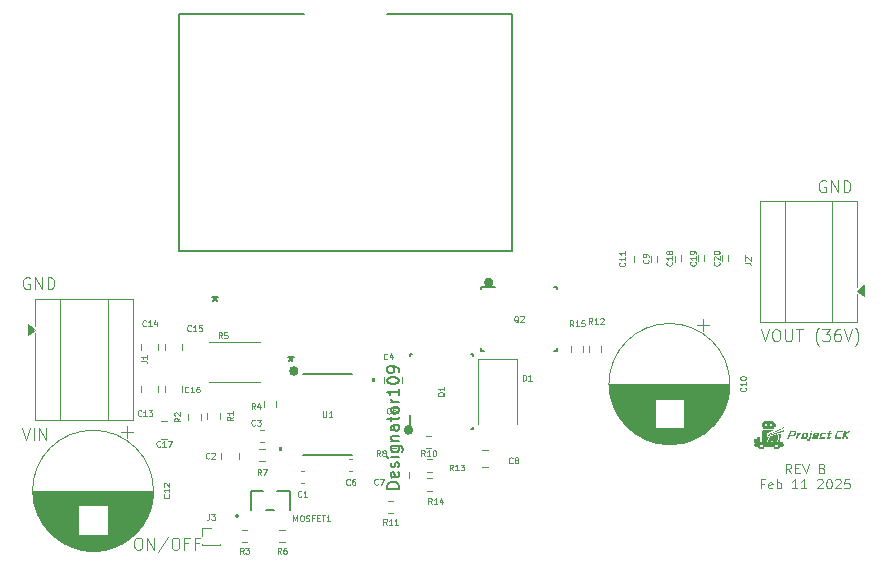
<source format=gbr>
%TF.GenerationSoftware,KiCad,Pcbnew,9.0.6*%
%TF.CreationDate,2026-02-11T18:38:51+01:00*%
%TF.ProjectId,Boost converter,426f6f73-7420-4636-9f6e-766572746572,B*%
%TF.SameCoordinates,Original*%
%TF.FileFunction,Legend,Top*%
%TF.FilePolarity,Positive*%
%FSLAX46Y46*%
G04 Gerber Fmt 4.6, Leading zero omitted, Abs format (unit mm)*
G04 Created by KiCad (PCBNEW 9.0.6) date 2026-02-11 18:38:51*
%MOMM*%
%LPD*%
G01*
G04 APERTURE LIST*
%ADD10C,0.100000*%
%ADD11C,0.400000*%
%ADD12C,0.125000*%
%ADD13C,0.150000*%
%ADD14C,0.200000*%
%ADD15C,0.120000*%
%ADD16C,0.152400*%
%ADD17C,0.000000*%
G04 APERTURE END LIST*
D10*
X150744360Y-155122419D02*
X150934836Y-155122419D01*
X150934836Y-155122419D02*
X151030074Y-155170038D01*
X151030074Y-155170038D02*
X151125312Y-155265276D01*
X151125312Y-155265276D02*
X151172931Y-155455752D01*
X151172931Y-155455752D02*
X151172931Y-155789085D01*
X151172931Y-155789085D02*
X151125312Y-155979561D01*
X151125312Y-155979561D02*
X151030074Y-156074800D01*
X151030074Y-156074800D02*
X150934836Y-156122419D01*
X150934836Y-156122419D02*
X150744360Y-156122419D01*
X150744360Y-156122419D02*
X150649122Y-156074800D01*
X150649122Y-156074800D02*
X150553884Y-155979561D01*
X150553884Y-155979561D02*
X150506265Y-155789085D01*
X150506265Y-155789085D02*
X150506265Y-155455752D01*
X150506265Y-155455752D02*
X150553884Y-155265276D01*
X150553884Y-155265276D02*
X150649122Y-155170038D01*
X150649122Y-155170038D02*
X150744360Y-155122419D01*
X151601503Y-156122419D02*
X151601503Y-155122419D01*
X151601503Y-155122419D02*
X152172931Y-156122419D01*
X152172931Y-156122419D02*
X152172931Y-155122419D01*
X153363407Y-155074800D02*
X152506265Y-156360514D01*
X153887217Y-155122419D02*
X154077693Y-155122419D01*
X154077693Y-155122419D02*
X154172931Y-155170038D01*
X154172931Y-155170038D02*
X154268169Y-155265276D01*
X154268169Y-155265276D02*
X154315788Y-155455752D01*
X154315788Y-155455752D02*
X154315788Y-155789085D01*
X154315788Y-155789085D02*
X154268169Y-155979561D01*
X154268169Y-155979561D02*
X154172931Y-156074800D01*
X154172931Y-156074800D02*
X154077693Y-156122419D01*
X154077693Y-156122419D02*
X153887217Y-156122419D01*
X153887217Y-156122419D02*
X153791979Y-156074800D01*
X153791979Y-156074800D02*
X153696741Y-155979561D01*
X153696741Y-155979561D02*
X153649122Y-155789085D01*
X153649122Y-155789085D02*
X153649122Y-155455752D01*
X153649122Y-155455752D02*
X153696741Y-155265276D01*
X153696741Y-155265276D02*
X153791979Y-155170038D01*
X153791979Y-155170038D02*
X153887217Y-155122419D01*
X155077693Y-155598609D02*
X154744360Y-155598609D01*
X154744360Y-156122419D02*
X154744360Y-155122419D01*
X154744360Y-155122419D02*
X155220550Y-155122419D01*
X155934836Y-155598609D02*
X155601503Y-155598609D01*
X155601503Y-156122419D02*
X155601503Y-155122419D01*
X155601503Y-155122419D02*
X156077693Y-155122419D01*
D11*
X180700000Y-133500000D02*
G75*
G02*
X180300000Y-133500000I-200000J0D01*
G01*
X180300000Y-133500000D02*
G75*
G02*
X180700000Y-133500000I200000J0D01*
G01*
X164200000Y-141000000D02*
G75*
G02*
X163800000Y-141000000I-200000J0D01*
G01*
X163800000Y-141000000D02*
G75*
G02*
X164200000Y-141000000I200000J0D01*
G01*
X173900000Y-146000000D02*
G75*
G02*
X173500000Y-146000000I-200000J0D01*
G01*
X173500000Y-146000000D02*
G75*
G02*
X173900000Y-146000000I200000J0D01*
G01*
D10*
X206109595Y-149663576D02*
X205842928Y-149282623D01*
X205652452Y-149663576D02*
X205652452Y-148863576D01*
X205652452Y-148863576D02*
X205957214Y-148863576D01*
X205957214Y-148863576D02*
X206033404Y-148901671D01*
X206033404Y-148901671D02*
X206071499Y-148939766D01*
X206071499Y-148939766D02*
X206109595Y-149015957D01*
X206109595Y-149015957D02*
X206109595Y-149130242D01*
X206109595Y-149130242D02*
X206071499Y-149206433D01*
X206071499Y-149206433D02*
X206033404Y-149244528D01*
X206033404Y-149244528D02*
X205957214Y-149282623D01*
X205957214Y-149282623D02*
X205652452Y-149282623D01*
X206452452Y-149244528D02*
X206719118Y-149244528D01*
X206833404Y-149663576D02*
X206452452Y-149663576D01*
X206452452Y-149663576D02*
X206452452Y-148863576D01*
X206452452Y-148863576D02*
X206833404Y-148863576D01*
X207061976Y-148863576D02*
X207328643Y-149663576D01*
X207328643Y-149663576D02*
X207595309Y-148863576D01*
X208738166Y-149244528D02*
X208852452Y-149282623D01*
X208852452Y-149282623D02*
X208890547Y-149320719D01*
X208890547Y-149320719D02*
X208928643Y-149396909D01*
X208928643Y-149396909D02*
X208928643Y-149511195D01*
X208928643Y-149511195D02*
X208890547Y-149587385D01*
X208890547Y-149587385D02*
X208852452Y-149625481D01*
X208852452Y-149625481D02*
X208776262Y-149663576D01*
X208776262Y-149663576D02*
X208471500Y-149663576D01*
X208471500Y-149663576D02*
X208471500Y-148863576D01*
X208471500Y-148863576D02*
X208738166Y-148863576D01*
X208738166Y-148863576D02*
X208814357Y-148901671D01*
X208814357Y-148901671D02*
X208852452Y-148939766D01*
X208852452Y-148939766D02*
X208890547Y-149015957D01*
X208890547Y-149015957D02*
X208890547Y-149092147D01*
X208890547Y-149092147D02*
X208852452Y-149168338D01*
X208852452Y-149168338D02*
X208814357Y-149206433D01*
X208814357Y-149206433D02*
X208738166Y-149244528D01*
X208738166Y-149244528D02*
X208471500Y-149244528D01*
X203785784Y-150532483D02*
X203519118Y-150532483D01*
X203519118Y-150951531D02*
X203519118Y-150151531D01*
X203519118Y-150151531D02*
X203900070Y-150151531D01*
X204509594Y-150913436D02*
X204433403Y-150951531D01*
X204433403Y-150951531D02*
X204281022Y-150951531D01*
X204281022Y-150951531D02*
X204204832Y-150913436D01*
X204204832Y-150913436D02*
X204166736Y-150837245D01*
X204166736Y-150837245D02*
X204166736Y-150532483D01*
X204166736Y-150532483D02*
X204204832Y-150456293D01*
X204204832Y-150456293D02*
X204281022Y-150418197D01*
X204281022Y-150418197D02*
X204433403Y-150418197D01*
X204433403Y-150418197D02*
X204509594Y-150456293D01*
X204509594Y-150456293D02*
X204547689Y-150532483D01*
X204547689Y-150532483D02*
X204547689Y-150608674D01*
X204547689Y-150608674D02*
X204166736Y-150684864D01*
X204890546Y-150951531D02*
X204890546Y-150151531D01*
X204890546Y-150456293D02*
X204966736Y-150418197D01*
X204966736Y-150418197D02*
X205119117Y-150418197D01*
X205119117Y-150418197D02*
X205195308Y-150456293D01*
X205195308Y-150456293D02*
X205233403Y-150494388D01*
X205233403Y-150494388D02*
X205271498Y-150570578D01*
X205271498Y-150570578D02*
X205271498Y-150799150D01*
X205271498Y-150799150D02*
X205233403Y-150875340D01*
X205233403Y-150875340D02*
X205195308Y-150913436D01*
X205195308Y-150913436D02*
X205119117Y-150951531D01*
X205119117Y-150951531D02*
X204966736Y-150951531D01*
X204966736Y-150951531D02*
X204890546Y-150913436D01*
X206642927Y-150951531D02*
X206185784Y-150951531D01*
X206414356Y-150951531D02*
X206414356Y-150151531D01*
X206414356Y-150151531D02*
X206338165Y-150265816D01*
X206338165Y-150265816D02*
X206261975Y-150342007D01*
X206261975Y-150342007D02*
X206185784Y-150380102D01*
X207404832Y-150951531D02*
X206947689Y-150951531D01*
X207176261Y-150951531D02*
X207176261Y-150151531D01*
X207176261Y-150151531D02*
X207100070Y-150265816D01*
X207100070Y-150265816D02*
X207023880Y-150342007D01*
X207023880Y-150342007D02*
X206947689Y-150380102D01*
X208319118Y-150227721D02*
X208357214Y-150189626D01*
X208357214Y-150189626D02*
X208433404Y-150151531D01*
X208433404Y-150151531D02*
X208623880Y-150151531D01*
X208623880Y-150151531D02*
X208700071Y-150189626D01*
X208700071Y-150189626D02*
X208738166Y-150227721D01*
X208738166Y-150227721D02*
X208776261Y-150303912D01*
X208776261Y-150303912D02*
X208776261Y-150380102D01*
X208776261Y-150380102D02*
X208738166Y-150494388D01*
X208738166Y-150494388D02*
X208281023Y-150951531D01*
X208281023Y-150951531D02*
X208776261Y-150951531D01*
X209271500Y-150151531D02*
X209347690Y-150151531D01*
X209347690Y-150151531D02*
X209423881Y-150189626D01*
X209423881Y-150189626D02*
X209461976Y-150227721D01*
X209461976Y-150227721D02*
X209500071Y-150303912D01*
X209500071Y-150303912D02*
X209538166Y-150456293D01*
X209538166Y-150456293D02*
X209538166Y-150646769D01*
X209538166Y-150646769D02*
X209500071Y-150799150D01*
X209500071Y-150799150D02*
X209461976Y-150875340D01*
X209461976Y-150875340D02*
X209423881Y-150913436D01*
X209423881Y-150913436D02*
X209347690Y-150951531D01*
X209347690Y-150951531D02*
X209271500Y-150951531D01*
X209271500Y-150951531D02*
X209195309Y-150913436D01*
X209195309Y-150913436D02*
X209157214Y-150875340D01*
X209157214Y-150875340D02*
X209119119Y-150799150D01*
X209119119Y-150799150D02*
X209081023Y-150646769D01*
X209081023Y-150646769D02*
X209081023Y-150456293D01*
X209081023Y-150456293D02*
X209119119Y-150303912D01*
X209119119Y-150303912D02*
X209157214Y-150227721D01*
X209157214Y-150227721D02*
X209195309Y-150189626D01*
X209195309Y-150189626D02*
X209271500Y-150151531D01*
X209842928Y-150227721D02*
X209881024Y-150189626D01*
X209881024Y-150189626D02*
X209957214Y-150151531D01*
X209957214Y-150151531D02*
X210147690Y-150151531D01*
X210147690Y-150151531D02*
X210223881Y-150189626D01*
X210223881Y-150189626D02*
X210261976Y-150227721D01*
X210261976Y-150227721D02*
X210300071Y-150303912D01*
X210300071Y-150303912D02*
X210300071Y-150380102D01*
X210300071Y-150380102D02*
X210261976Y-150494388D01*
X210261976Y-150494388D02*
X209804833Y-150951531D01*
X209804833Y-150951531D02*
X210300071Y-150951531D01*
X211023881Y-150151531D02*
X210642929Y-150151531D01*
X210642929Y-150151531D02*
X210604833Y-150532483D01*
X210604833Y-150532483D02*
X210642929Y-150494388D01*
X210642929Y-150494388D02*
X210719119Y-150456293D01*
X210719119Y-150456293D02*
X210909595Y-150456293D01*
X210909595Y-150456293D02*
X210985786Y-150494388D01*
X210985786Y-150494388D02*
X211023881Y-150532483D01*
X211023881Y-150532483D02*
X211061976Y-150608674D01*
X211061976Y-150608674D02*
X211061976Y-150799150D01*
X211061976Y-150799150D02*
X211023881Y-150875340D01*
X211023881Y-150875340D02*
X210985786Y-150913436D01*
X210985786Y-150913436D02*
X210909595Y-150951531D01*
X210909595Y-150951531D02*
X210719119Y-150951531D01*
X210719119Y-150951531D02*
X210642929Y-150913436D01*
X210642929Y-150913436D02*
X210604833Y-150875340D01*
X209027693Y-124920038D02*
X208932455Y-124872419D01*
X208932455Y-124872419D02*
X208789598Y-124872419D01*
X208789598Y-124872419D02*
X208646741Y-124920038D01*
X208646741Y-124920038D02*
X208551503Y-125015276D01*
X208551503Y-125015276D02*
X208503884Y-125110514D01*
X208503884Y-125110514D02*
X208456265Y-125300990D01*
X208456265Y-125300990D02*
X208456265Y-125443847D01*
X208456265Y-125443847D02*
X208503884Y-125634323D01*
X208503884Y-125634323D02*
X208551503Y-125729561D01*
X208551503Y-125729561D02*
X208646741Y-125824800D01*
X208646741Y-125824800D02*
X208789598Y-125872419D01*
X208789598Y-125872419D02*
X208884836Y-125872419D01*
X208884836Y-125872419D02*
X209027693Y-125824800D01*
X209027693Y-125824800D02*
X209075312Y-125777180D01*
X209075312Y-125777180D02*
X209075312Y-125443847D01*
X209075312Y-125443847D02*
X208884836Y-125443847D01*
X209503884Y-125872419D02*
X209503884Y-124872419D01*
X209503884Y-124872419D02*
X210075312Y-125872419D01*
X210075312Y-125872419D02*
X210075312Y-124872419D01*
X210551503Y-125872419D02*
X210551503Y-124872419D01*
X210551503Y-124872419D02*
X210789598Y-124872419D01*
X210789598Y-124872419D02*
X210932455Y-124920038D01*
X210932455Y-124920038D02*
X211027693Y-125015276D01*
X211027693Y-125015276D02*
X211075312Y-125110514D01*
X211075312Y-125110514D02*
X211122931Y-125300990D01*
X211122931Y-125300990D02*
X211122931Y-125443847D01*
X211122931Y-125443847D02*
X211075312Y-125634323D01*
X211075312Y-125634323D02*
X211027693Y-125729561D01*
X211027693Y-125729561D02*
X210932455Y-125824800D01*
X210932455Y-125824800D02*
X210789598Y-125872419D01*
X210789598Y-125872419D02*
X210551503Y-125872419D01*
X141627693Y-133120038D02*
X141532455Y-133072419D01*
X141532455Y-133072419D02*
X141389598Y-133072419D01*
X141389598Y-133072419D02*
X141246741Y-133120038D01*
X141246741Y-133120038D02*
X141151503Y-133215276D01*
X141151503Y-133215276D02*
X141103884Y-133310514D01*
X141103884Y-133310514D02*
X141056265Y-133500990D01*
X141056265Y-133500990D02*
X141056265Y-133643847D01*
X141056265Y-133643847D02*
X141103884Y-133834323D01*
X141103884Y-133834323D02*
X141151503Y-133929561D01*
X141151503Y-133929561D02*
X141246741Y-134024800D01*
X141246741Y-134024800D02*
X141389598Y-134072419D01*
X141389598Y-134072419D02*
X141484836Y-134072419D01*
X141484836Y-134072419D02*
X141627693Y-134024800D01*
X141627693Y-134024800D02*
X141675312Y-133977180D01*
X141675312Y-133977180D02*
X141675312Y-133643847D01*
X141675312Y-133643847D02*
X141484836Y-133643847D01*
X142103884Y-134072419D02*
X142103884Y-133072419D01*
X142103884Y-133072419D02*
X142675312Y-134072419D01*
X142675312Y-134072419D02*
X142675312Y-133072419D01*
X143151503Y-134072419D02*
X143151503Y-133072419D01*
X143151503Y-133072419D02*
X143389598Y-133072419D01*
X143389598Y-133072419D02*
X143532455Y-133120038D01*
X143532455Y-133120038D02*
X143627693Y-133215276D01*
X143627693Y-133215276D02*
X143675312Y-133310514D01*
X143675312Y-133310514D02*
X143722931Y-133500990D01*
X143722931Y-133500990D02*
X143722931Y-133643847D01*
X143722931Y-133643847D02*
X143675312Y-133834323D01*
X143675312Y-133834323D02*
X143627693Y-133929561D01*
X143627693Y-133929561D02*
X143532455Y-134024800D01*
X143532455Y-134024800D02*
X143389598Y-134072419D01*
X143389598Y-134072419D02*
X143151503Y-134072419D01*
X140961027Y-145872419D02*
X141294360Y-146872419D01*
X141294360Y-146872419D02*
X141627693Y-145872419D01*
X141961027Y-146872419D02*
X141961027Y-145872419D01*
X142437217Y-146872419D02*
X142437217Y-145872419D01*
X142437217Y-145872419D02*
X143008645Y-146872419D01*
X143008645Y-146872419D02*
X143008645Y-145872419D01*
X203561027Y-137472419D02*
X203894360Y-138472419D01*
X203894360Y-138472419D02*
X204227693Y-137472419D01*
X204751503Y-137472419D02*
X204941979Y-137472419D01*
X204941979Y-137472419D02*
X205037217Y-137520038D01*
X205037217Y-137520038D02*
X205132455Y-137615276D01*
X205132455Y-137615276D02*
X205180074Y-137805752D01*
X205180074Y-137805752D02*
X205180074Y-138139085D01*
X205180074Y-138139085D02*
X205132455Y-138329561D01*
X205132455Y-138329561D02*
X205037217Y-138424800D01*
X205037217Y-138424800D02*
X204941979Y-138472419D01*
X204941979Y-138472419D02*
X204751503Y-138472419D01*
X204751503Y-138472419D02*
X204656265Y-138424800D01*
X204656265Y-138424800D02*
X204561027Y-138329561D01*
X204561027Y-138329561D02*
X204513408Y-138139085D01*
X204513408Y-138139085D02*
X204513408Y-137805752D01*
X204513408Y-137805752D02*
X204561027Y-137615276D01*
X204561027Y-137615276D02*
X204656265Y-137520038D01*
X204656265Y-137520038D02*
X204751503Y-137472419D01*
X205608646Y-137472419D02*
X205608646Y-138281942D01*
X205608646Y-138281942D02*
X205656265Y-138377180D01*
X205656265Y-138377180D02*
X205703884Y-138424800D01*
X205703884Y-138424800D02*
X205799122Y-138472419D01*
X205799122Y-138472419D02*
X205989598Y-138472419D01*
X205989598Y-138472419D02*
X206084836Y-138424800D01*
X206084836Y-138424800D02*
X206132455Y-138377180D01*
X206132455Y-138377180D02*
X206180074Y-138281942D01*
X206180074Y-138281942D02*
X206180074Y-137472419D01*
X206513408Y-137472419D02*
X207084836Y-137472419D01*
X206799122Y-138472419D02*
X206799122Y-137472419D01*
X208465789Y-138853371D02*
X208418170Y-138805752D01*
X208418170Y-138805752D02*
X208322932Y-138662895D01*
X208322932Y-138662895D02*
X208275313Y-138567657D01*
X208275313Y-138567657D02*
X208227694Y-138424800D01*
X208227694Y-138424800D02*
X208180075Y-138186704D01*
X208180075Y-138186704D02*
X208180075Y-137996228D01*
X208180075Y-137996228D02*
X208227694Y-137758133D01*
X208227694Y-137758133D02*
X208275313Y-137615276D01*
X208275313Y-137615276D02*
X208322932Y-137520038D01*
X208322932Y-137520038D02*
X208418170Y-137377180D01*
X208418170Y-137377180D02*
X208465789Y-137329561D01*
X208751504Y-137472419D02*
X209370551Y-137472419D01*
X209370551Y-137472419D02*
X209037218Y-137853371D01*
X209037218Y-137853371D02*
X209180075Y-137853371D01*
X209180075Y-137853371D02*
X209275313Y-137900990D01*
X209275313Y-137900990D02*
X209322932Y-137948609D01*
X209322932Y-137948609D02*
X209370551Y-138043847D01*
X209370551Y-138043847D02*
X209370551Y-138281942D01*
X209370551Y-138281942D02*
X209322932Y-138377180D01*
X209322932Y-138377180D02*
X209275313Y-138424800D01*
X209275313Y-138424800D02*
X209180075Y-138472419D01*
X209180075Y-138472419D02*
X208894361Y-138472419D01*
X208894361Y-138472419D02*
X208799123Y-138424800D01*
X208799123Y-138424800D02*
X208751504Y-138377180D01*
X210227694Y-137472419D02*
X210037218Y-137472419D01*
X210037218Y-137472419D02*
X209941980Y-137520038D01*
X209941980Y-137520038D02*
X209894361Y-137567657D01*
X209894361Y-137567657D02*
X209799123Y-137710514D01*
X209799123Y-137710514D02*
X209751504Y-137900990D01*
X209751504Y-137900990D02*
X209751504Y-138281942D01*
X209751504Y-138281942D02*
X209799123Y-138377180D01*
X209799123Y-138377180D02*
X209846742Y-138424800D01*
X209846742Y-138424800D02*
X209941980Y-138472419D01*
X209941980Y-138472419D02*
X210132456Y-138472419D01*
X210132456Y-138472419D02*
X210227694Y-138424800D01*
X210227694Y-138424800D02*
X210275313Y-138377180D01*
X210275313Y-138377180D02*
X210322932Y-138281942D01*
X210322932Y-138281942D02*
X210322932Y-138043847D01*
X210322932Y-138043847D02*
X210275313Y-137948609D01*
X210275313Y-137948609D02*
X210227694Y-137900990D01*
X210227694Y-137900990D02*
X210132456Y-137853371D01*
X210132456Y-137853371D02*
X209941980Y-137853371D01*
X209941980Y-137853371D02*
X209846742Y-137900990D01*
X209846742Y-137900990D02*
X209799123Y-137948609D01*
X209799123Y-137948609D02*
X209751504Y-138043847D01*
X210608647Y-137472419D02*
X210941980Y-138472419D01*
X210941980Y-138472419D02*
X211275313Y-137472419D01*
X211513409Y-138853371D02*
X211561028Y-138805752D01*
X211561028Y-138805752D02*
X211656266Y-138662895D01*
X211656266Y-138662895D02*
X211703885Y-138567657D01*
X211703885Y-138567657D02*
X211751504Y-138424800D01*
X211751504Y-138424800D02*
X211799123Y-138186704D01*
X211799123Y-138186704D02*
X211799123Y-137996228D01*
X211799123Y-137996228D02*
X211751504Y-137758133D01*
X211751504Y-137758133D02*
X211703885Y-137615276D01*
X211703885Y-137615276D02*
X211656266Y-137520038D01*
X211656266Y-137520038D02*
X211561028Y-137377180D01*
X211561028Y-137377180D02*
X211513409Y-137329561D01*
D12*
X183022379Y-136867428D02*
X182974760Y-136843619D01*
X182974760Y-136843619D02*
X182927141Y-136796000D01*
X182927141Y-136796000D02*
X182855713Y-136724571D01*
X182855713Y-136724571D02*
X182808094Y-136700761D01*
X182808094Y-136700761D02*
X182760475Y-136700761D01*
X182784284Y-136819809D02*
X182736665Y-136796000D01*
X182736665Y-136796000D02*
X182689046Y-136748380D01*
X182689046Y-136748380D02*
X182665237Y-136653142D01*
X182665237Y-136653142D02*
X182665237Y-136486476D01*
X182665237Y-136486476D02*
X182689046Y-136391238D01*
X182689046Y-136391238D02*
X182736665Y-136343619D01*
X182736665Y-136343619D02*
X182784284Y-136319809D01*
X182784284Y-136319809D02*
X182879522Y-136319809D01*
X182879522Y-136319809D02*
X182927141Y-136343619D01*
X182927141Y-136343619D02*
X182974760Y-136391238D01*
X182974760Y-136391238D02*
X182998570Y-136486476D01*
X182998570Y-136486476D02*
X182998570Y-136653142D01*
X182998570Y-136653142D02*
X182974760Y-136748380D01*
X182974760Y-136748380D02*
X182927141Y-136796000D01*
X182927141Y-136796000D02*
X182879522Y-136819809D01*
X182879522Y-136819809D02*
X182784284Y-136819809D01*
X183189047Y-136367428D02*
X183212856Y-136343619D01*
X183212856Y-136343619D02*
X183260475Y-136319809D01*
X183260475Y-136319809D02*
X183379523Y-136319809D01*
X183379523Y-136319809D02*
X183427142Y-136343619D01*
X183427142Y-136343619D02*
X183450951Y-136367428D01*
X183450951Y-136367428D02*
X183474761Y-136415047D01*
X183474761Y-136415047D02*
X183474761Y-136462666D01*
X183474761Y-136462666D02*
X183450951Y-136534095D01*
X183450951Y-136534095D02*
X183165237Y-136819809D01*
X183165237Y-136819809D02*
X183474761Y-136819809D01*
X176772428Y-142797619D02*
X176748619Y-142845238D01*
X176748619Y-142845238D02*
X176701000Y-142892857D01*
X176701000Y-142892857D02*
X176629571Y-142964285D01*
X176629571Y-142964285D02*
X176605761Y-143011904D01*
X176605761Y-143011904D02*
X176605761Y-143059523D01*
X176724809Y-143035714D02*
X176701000Y-143083333D01*
X176701000Y-143083333D02*
X176653380Y-143130952D01*
X176653380Y-143130952D02*
X176558142Y-143154761D01*
X176558142Y-143154761D02*
X176391476Y-143154761D01*
X176391476Y-143154761D02*
X176296238Y-143130952D01*
X176296238Y-143130952D02*
X176248619Y-143083333D01*
X176248619Y-143083333D02*
X176224809Y-143035714D01*
X176224809Y-143035714D02*
X176224809Y-142940476D01*
X176224809Y-142940476D02*
X176248619Y-142892857D01*
X176248619Y-142892857D02*
X176296238Y-142845238D01*
X176296238Y-142845238D02*
X176391476Y-142821428D01*
X176391476Y-142821428D02*
X176558142Y-142821428D01*
X176558142Y-142821428D02*
X176653380Y-142845238D01*
X176653380Y-142845238D02*
X176701000Y-142892857D01*
X176701000Y-142892857D02*
X176724809Y-142940476D01*
X176724809Y-142940476D02*
X176724809Y-143035714D01*
X176724809Y-142345237D02*
X176724809Y-142630951D01*
X176724809Y-142488094D02*
X176224809Y-142488094D01*
X176224809Y-142488094D02*
X176296238Y-142535713D01*
X176296238Y-142535713D02*
X176343857Y-142583332D01*
X176343857Y-142583332D02*
X176367666Y-142630951D01*
D13*
X172890819Y-150964666D02*
X171890819Y-150964666D01*
X171890819Y-150964666D02*
X171890819Y-150726571D01*
X171890819Y-150726571D02*
X171938438Y-150583714D01*
X171938438Y-150583714D02*
X172033676Y-150488476D01*
X172033676Y-150488476D02*
X172128914Y-150440857D01*
X172128914Y-150440857D02*
X172319390Y-150393238D01*
X172319390Y-150393238D02*
X172462247Y-150393238D01*
X172462247Y-150393238D02*
X172652723Y-150440857D01*
X172652723Y-150440857D02*
X172747961Y-150488476D01*
X172747961Y-150488476D02*
X172843200Y-150583714D01*
X172843200Y-150583714D02*
X172890819Y-150726571D01*
X172890819Y-150726571D02*
X172890819Y-150964666D01*
X172843200Y-149583714D02*
X172890819Y-149678952D01*
X172890819Y-149678952D02*
X172890819Y-149869428D01*
X172890819Y-149869428D02*
X172843200Y-149964666D01*
X172843200Y-149964666D02*
X172747961Y-150012285D01*
X172747961Y-150012285D02*
X172367009Y-150012285D01*
X172367009Y-150012285D02*
X172271771Y-149964666D01*
X172271771Y-149964666D02*
X172224152Y-149869428D01*
X172224152Y-149869428D02*
X172224152Y-149678952D01*
X172224152Y-149678952D02*
X172271771Y-149583714D01*
X172271771Y-149583714D02*
X172367009Y-149536095D01*
X172367009Y-149536095D02*
X172462247Y-149536095D01*
X172462247Y-149536095D02*
X172557485Y-150012285D01*
X172843200Y-149155142D02*
X172890819Y-149059904D01*
X172890819Y-149059904D02*
X172890819Y-148869428D01*
X172890819Y-148869428D02*
X172843200Y-148774190D01*
X172843200Y-148774190D02*
X172747961Y-148726571D01*
X172747961Y-148726571D02*
X172700342Y-148726571D01*
X172700342Y-148726571D02*
X172605104Y-148774190D01*
X172605104Y-148774190D02*
X172557485Y-148869428D01*
X172557485Y-148869428D02*
X172557485Y-149012285D01*
X172557485Y-149012285D02*
X172509866Y-149107523D01*
X172509866Y-149107523D02*
X172414628Y-149155142D01*
X172414628Y-149155142D02*
X172367009Y-149155142D01*
X172367009Y-149155142D02*
X172271771Y-149107523D01*
X172271771Y-149107523D02*
X172224152Y-149012285D01*
X172224152Y-149012285D02*
X172224152Y-148869428D01*
X172224152Y-148869428D02*
X172271771Y-148774190D01*
X172890819Y-148297999D02*
X172224152Y-148297999D01*
X171890819Y-148297999D02*
X171938438Y-148345618D01*
X171938438Y-148345618D02*
X171986057Y-148297999D01*
X171986057Y-148297999D02*
X171938438Y-148250380D01*
X171938438Y-148250380D02*
X171890819Y-148297999D01*
X171890819Y-148297999D02*
X171986057Y-148297999D01*
X172224152Y-147393238D02*
X173033676Y-147393238D01*
X173033676Y-147393238D02*
X173128914Y-147440857D01*
X173128914Y-147440857D02*
X173176533Y-147488476D01*
X173176533Y-147488476D02*
X173224152Y-147583714D01*
X173224152Y-147583714D02*
X173224152Y-147726571D01*
X173224152Y-147726571D02*
X173176533Y-147821809D01*
X172843200Y-147393238D02*
X172890819Y-147488476D01*
X172890819Y-147488476D02*
X172890819Y-147678952D01*
X172890819Y-147678952D02*
X172843200Y-147774190D01*
X172843200Y-147774190D02*
X172795580Y-147821809D01*
X172795580Y-147821809D02*
X172700342Y-147869428D01*
X172700342Y-147869428D02*
X172414628Y-147869428D01*
X172414628Y-147869428D02*
X172319390Y-147821809D01*
X172319390Y-147821809D02*
X172271771Y-147774190D01*
X172271771Y-147774190D02*
X172224152Y-147678952D01*
X172224152Y-147678952D02*
X172224152Y-147488476D01*
X172224152Y-147488476D02*
X172271771Y-147393238D01*
X172224152Y-146917047D02*
X172890819Y-146917047D01*
X172319390Y-146917047D02*
X172271771Y-146869428D01*
X172271771Y-146869428D02*
X172224152Y-146774190D01*
X172224152Y-146774190D02*
X172224152Y-146631333D01*
X172224152Y-146631333D02*
X172271771Y-146536095D01*
X172271771Y-146536095D02*
X172367009Y-146488476D01*
X172367009Y-146488476D02*
X172890819Y-146488476D01*
X172890819Y-145583714D02*
X172367009Y-145583714D01*
X172367009Y-145583714D02*
X172271771Y-145631333D01*
X172271771Y-145631333D02*
X172224152Y-145726571D01*
X172224152Y-145726571D02*
X172224152Y-145917047D01*
X172224152Y-145917047D02*
X172271771Y-146012285D01*
X172843200Y-145583714D02*
X172890819Y-145678952D01*
X172890819Y-145678952D02*
X172890819Y-145917047D01*
X172890819Y-145917047D02*
X172843200Y-146012285D01*
X172843200Y-146012285D02*
X172747961Y-146059904D01*
X172747961Y-146059904D02*
X172652723Y-146059904D01*
X172652723Y-146059904D02*
X172557485Y-146012285D01*
X172557485Y-146012285D02*
X172509866Y-145917047D01*
X172509866Y-145917047D02*
X172509866Y-145678952D01*
X172509866Y-145678952D02*
X172462247Y-145583714D01*
X172224152Y-145250380D02*
X172224152Y-144869428D01*
X171890819Y-145107523D02*
X172747961Y-145107523D01*
X172747961Y-145107523D02*
X172843200Y-145059904D01*
X172843200Y-145059904D02*
X172890819Y-144964666D01*
X172890819Y-144964666D02*
X172890819Y-144869428D01*
X172890819Y-144393237D02*
X172843200Y-144488475D01*
X172843200Y-144488475D02*
X172795580Y-144536094D01*
X172795580Y-144536094D02*
X172700342Y-144583713D01*
X172700342Y-144583713D02*
X172414628Y-144583713D01*
X172414628Y-144583713D02*
X172319390Y-144536094D01*
X172319390Y-144536094D02*
X172271771Y-144488475D01*
X172271771Y-144488475D02*
X172224152Y-144393237D01*
X172224152Y-144393237D02*
X172224152Y-144250380D01*
X172224152Y-144250380D02*
X172271771Y-144155142D01*
X172271771Y-144155142D02*
X172319390Y-144107523D01*
X172319390Y-144107523D02*
X172414628Y-144059904D01*
X172414628Y-144059904D02*
X172700342Y-144059904D01*
X172700342Y-144059904D02*
X172795580Y-144107523D01*
X172795580Y-144107523D02*
X172843200Y-144155142D01*
X172843200Y-144155142D02*
X172890819Y-144250380D01*
X172890819Y-144250380D02*
X172890819Y-144393237D01*
X172890819Y-143631332D02*
X172224152Y-143631332D01*
X172414628Y-143631332D02*
X172319390Y-143583713D01*
X172319390Y-143583713D02*
X172271771Y-143536094D01*
X172271771Y-143536094D02*
X172224152Y-143440856D01*
X172224152Y-143440856D02*
X172224152Y-143345618D01*
X172890819Y-142488475D02*
X172890819Y-143059903D01*
X172890819Y-142774189D02*
X171890819Y-142774189D01*
X171890819Y-142774189D02*
X172033676Y-142869427D01*
X172033676Y-142869427D02*
X172128914Y-142964665D01*
X172128914Y-142964665D02*
X172176533Y-143059903D01*
X171890819Y-141869427D02*
X171890819Y-141774189D01*
X171890819Y-141774189D02*
X171938438Y-141678951D01*
X171938438Y-141678951D02*
X171986057Y-141631332D01*
X171986057Y-141631332D02*
X172081295Y-141583713D01*
X172081295Y-141583713D02*
X172271771Y-141536094D01*
X172271771Y-141536094D02*
X172509866Y-141536094D01*
X172509866Y-141536094D02*
X172700342Y-141583713D01*
X172700342Y-141583713D02*
X172795580Y-141631332D01*
X172795580Y-141631332D02*
X172843200Y-141678951D01*
X172843200Y-141678951D02*
X172890819Y-141774189D01*
X172890819Y-141774189D02*
X172890819Y-141869427D01*
X172890819Y-141869427D02*
X172843200Y-141964665D01*
X172843200Y-141964665D02*
X172795580Y-142012284D01*
X172795580Y-142012284D02*
X172700342Y-142059903D01*
X172700342Y-142059903D02*
X172509866Y-142107522D01*
X172509866Y-142107522D02*
X172271771Y-142107522D01*
X172271771Y-142107522D02*
X172081295Y-142059903D01*
X172081295Y-142059903D02*
X171986057Y-142012284D01*
X171986057Y-142012284D02*
X171938438Y-141964665D01*
X171938438Y-141964665D02*
X171890819Y-141869427D01*
X172890819Y-141059903D02*
X172890819Y-140869427D01*
X172890819Y-140869427D02*
X172843200Y-140774189D01*
X172843200Y-140774189D02*
X172795580Y-140726570D01*
X172795580Y-140726570D02*
X172652723Y-140631332D01*
X172652723Y-140631332D02*
X172462247Y-140583713D01*
X172462247Y-140583713D02*
X172081295Y-140583713D01*
X172081295Y-140583713D02*
X171986057Y-140631332D01*
X171986057Y-140631332D02*
X171938438Y-140678951D01*
X171938438Y-140678951D02*
X171890819Y-140774189D01*
X171890819Y-140774189D02*
X171890819Y-140964665D01*
X171890819Y-140964665D02*
X171938438Y-141059903D01*
X171938438Y-141059903D02*
X171986057Y-141107522D01*
X171986057Y-141107522D02*
X172081295Y-141155141D01*
X172081295Y-141155141D02*
X172319390Y-141155141D01*
X172319390Y-141155141D02*
X172414628Y-141107522D01*
X172414628Y-141107522D02*
X172462247Y-141059903D01*
X172462247Y-141059903D02*
X172509866Y-140964665D01*
X172509866Y-140964665D02*
X172509866Y-140774189D01*
X172509866Y-140774189D02*
X172462247Y-140678951D01*
X172462247Y-140678951D02*
X172414628Y-140631332D01*
X172414628Y-140631332D02*
X172319390Y-140583713D01*
D12*
X162916666Y-156474809D02*
X162750000Y-156236714D01*
X162630952Y-156474809D02*
X162630952Y-155974809D01*
X162630952Y-155974809D02*
X162821428Y-155974809D01*
X162821428Y-155974809D02*
X162869047Y-155998619D01*
X162869047Y-155998619D02*
X162892857Y-156022428D01*
X162892857Y-156022428D02*
X162916666Y-156070047D01*
X162916666Y-156070047D02*
X162916666Y-156141476D01*
X162916666Y-156141476D02*
X162892857Y-156189095D01*
X162892857Y-156189095D02*
X162869047Y-156212904D01*
X162869047Y-156212904D02*
X162821428Y-156236714D01*
X162821428Y-156236714D02*
X162630952Y-156236714D01*
X163345238Y-155974809D02*
X163250000Y-155974809D01*
X163250000Y-155974809D02*
X163202381Y-155998619D01*
X163202381Y-155998619D02*
X163178571Y-156022428D01*
X163178571Y-156022428D02*
X163130952Y-156093857D01*
X163130952Y-156093857D02*
X163107143Y-156189095D01*
X163107143Y-156189095D02*
X163107143Y-156379571D01*
X163107143Y-156379571D02*
X163130952Y-156427190D01*
X163130952Y-156427190D02*
X163154762Y-156451000D01*
X163154762Y-156451000D02*
X163202381Y-156474809D01*
X163202381Y-156474809D02*
X163297619Y-156474809D01*
X163297619Y-156474809D02*
X163345238Y-156451000D01*
X163345238Y-156451000D02*
X163369047Y-156427190D01*
X163369047Y-156427190D02*
X163392857Y-156379571D01*
X163392857Y-156379571D02*
X163392857Y-156260523D01*
X163392857Y-156260523D02*
X163369047Y-156212904D01*
X163369047Y-156212904D02*
X163345238Y-156189095D01*
X163345238Y-156189095D02*
X163297619Y-156165285D01*
X163297619Y-156165285D02*
X163202381Y-156165285D01*
X163202381Y-156165285D02*
X163154762Y-156189095D01*
X163154762Y-156189095D02*
X163130952Y-156212904D01*
X163130952Y-156212904D02*
X163107143Y-156260523D01*
X159741666Y-156474809D02*
X159575000Y-156236714D01*
X159455952Y-156474809D02*
X159455952Y-155974809D01*
X159455952Y-155974809D02*
X159646428Y-155974809D01*
X159646428Y-155974809D02*
X159694047Y-155998619D01*
X159694047Y-155998619D02*
X159717857Y-156022428D01*
X159717857Y-156022428D02*
X159741666Y-156070047D01*
X159741666Y-156070047D02*
X159741666Y-156141476D01*
X159741666Y-156141476D02*
X159717857Y-156189095D01*
X159717857Y-156189095D02*
X159694047Y-156212904D01*
X159694047Y-156212904D02*
X159646428Y-156236714D01*
X159646428Y-156236714D02*
X159455952Y-156236714D01*
X159908333Y-155974809D02*
X160217857Y-155974809D01*
X160217857Y-155974809D02*
X160051190Y-156165285D01*
X160051190Y-156165285D02*
X160122619Y-156165285D01*
X160122619Y-156165285D02*
X160170238Y-156189095D01*
X160170238Y-156189095D02*
X160194047Y-156212904D01*
X160194047Y-156212904D02*
X160217857Y-156260523D01*
X160217857Y-156260523D02*
X160217857Y-156379571D01*
X160217857Y-156379571D02*
X160194047Y-156427190D01*
X160194047Y-156427190D02*
X160170238Y-156451000D01*
X160170238Y-156451000D02*
X160122619Y-156474809D01*
X160122619Y-156474809D02*
X159979762Y-156474809D01*
X159979762Y-156474809D02*
X159932143Y-156451000D01*
X159932143Y-156451000D02*
X159908333Y-156427190D01*
X163964286Y-153724809D02*
X163964286Y-153224809D01*
X163964286Y-153224809D02*
X164130953Y-153581952D01*
X164130953Y-153581952D02*
X164297619Y-153224809D01*
X164297619Y-153224809D02*
X164297619Y-153724809D01*
X164630953Y-153224809D02*
X164726191Y-153224809D01*
X164726191Y-153224809D02*
X164773810Y-153248619D01*
X164773810Y-153248619D02*
X164821429Y-153296238D01*
X164821429Y-153296238D02*
X164845239Y-153391476D01*
X164845239Y-153391476D02*
X164845239Y-153558142D01*
X164845239Y-153558142D02*
X164821429Y-153653380D01*
X164821429Y-153653380D02*
X164773810Y-153701000D01*
X164773810Y-153701000D02*
X164726191Y-153724809D01*
X164726191Y-153724809D02*
X164630953Y-153724809D01*
X164630953Y-153724809D02*
X164583334Y-153701000D01*
X164583334Y-153701000D02*
X164535715Y-153653380D01*
X164535715Y-153653380D02*
X164511906Y-153558142D01*
X164511906Y-153558142D02*
X164511906Y-153391476D01*
X164511906Y-153391476D02*
X164535715Y-153296238D01*
X164535715Y-153296238D02*
X164583334Y-153248619D01*
X164583334Y-153248619D02*
X164630953Y-153224809D01*
X165035716Y-153701000D02*
X165107144Y-153724809D01*
X165107144Y-153724809D02*
X165226192Y-153724809D01*
X165226192Y-153724809D02*
X165273811Y-153701000D01*
X165273811Y-153701000D02*
X165297620Y-153677190D01*
X165297620Y-153677190D02*
X165321430Y-153629571D01*
X165321430Y-153629571D02*
X165321430Y-153581952D01*
X165321430Y-153581952D02*
X165297620Y-153534333D01*
X165297620Y-153534333D02*
X165273811Y-153510523D01*
X165273811Y-153510523D02*
X165226192Y-153486714D01*
X165226192Y-153486714D02*
X165130954Y-153462904D01*
X165130954Y-153462904D02*
X165083335Y-153439095D01*
X165083335Y-153439095D02*
X165059525Y-153415285D01*
X165059525Y-153415285D02*
X165035716Y-153367666D01*
X165035716Y-153367666D02*
X165035716Y-153320047D01*
X165035716Y-153320047D02*
X165059525Y-153272428D01*
X165059525Y-153272428D02*
X165083335Y-153248619D01*
X165083335Y-153248619D02*
X165130954Y-153224809D01*
X165130954Y-153224809D02*
X165250001Y-153224809D01*
X165250001Y-153224809D02*
X165321430Y-153248619D01*
X165702382Y-153462904D02*
X165535715Y-153462904D01*
X165535715Y-153724809D02*
X165535715Y-153224809D01*
X165535715Y-153224809D02*
X165773810Y-153224809D01*
X165964286Y-153462904D02*
X166130953Y-153462904D01*
X166202381Y-153724809D02*
X165964286Y-153724809D01*
X165964286Y-153724809D02*
X165964286Y-153224809D01*
X165964286Y-153224809D02*
X166202381Y-153224809D01*
X166345239Y-153224809D02*
X166630953Y-153224809D01*
X166488096Y-153724809D02*
X166488096Y-153224809D01*
X167059524Y-153724809D02*
X166773810Y-153724809D01*
X166916667Y-153724809D02*
X166916667Y-153224809D01*
X166916667Y-153224809D02*
X166869048Y-153296238D01*
X166869048Y-153296238D02*
X166821429Y-153343857D01*
X166821429Y-153343857D02*
X166773810Y-153367666D01*
X156833333Y-153114809D02*
X156833333Y-153471952D01*
X156833333Y-153471952D02*
X156809524Y-153543380D01*
X156809524Y-153543380D02*
X156761905Y-153591000D01*
X156761905Y-153591000D02*
X156690476Y-153614809D01*
X156690476Y-153614809D02*
X156642857Y-153614809D01*
X157023809Y-153114809D02*
X157333333Y-153114809D01*
X157333333Y-153114809D02*
X157166666Y-153305285D01*
X157166666Y-153305285D02*
X157238095Y-153305285D01*
X157238095Y-153305285D02*
X157285714Y-153329095D01*
X157285714Y-153329095D02*
X157309523Y-153352904D01*
X157309523Y-153352904D02*
X157333333Y-153400523D01*
X157333333Y-153400523D02*
X157333333Y-153519571D01*
X157333333Y-153519571D02*
X157309523Y-153567190D01*
X157309523Y-153567190D02*
X157285714Y-153591000D01*
X157285714Y-153591000D02*
X157238095Y-153614809D01*
X157238095Y-153614809D02*
X157095238Y-153614809D01*
X157095238Y-153614809D02*
X157047619Y-153591000D01*
X157047619Y-153591000D02*
X157023809Y-153567190D01*
X175678571Y-152254809D02*
X175511905Y-152016714D01*
X175392857Y-152254809D02*
X175392857Y-151754809D01*
X175392857Y-151754809D02*
X175583333Y-151754809D01*
X175583333Y-151754809D02*
X175630952Y-151778619D01*
X175630952Y-151778619D02*
X175654762Y-151802428D01*
X175654762Y-151802428D02*
X175678571Y-151850047D01*
X175678571Y-151850047D02*
X175678571Y-151921476D01*
X175678571Y-151921476D02*
X175654762Y-151969095D01*
X175654762Y-151969095D02*
X175630952Y-151992904D01*
X175630952Y-151992904D02*
X175583333Y-152016714D01*
X175583333Y-152016714D02*
X175392857Y-152016714D01*
X176154762Y-152254809D02*
X175869048Y-152254809D01*
X176011905Y-152254809D02*
X176011905Y-151754809D01*
X176011905Y-151754809D02*
X175964286Y-151826238D01*
X175964286Y-151826238D02*
X175916667Y-151873857D01*
X175916667Y-151873857D02*
X175869048Y-151897666D01*
X176583333Y-151921476D02*
X176583333Y-152254809D01*
X176464285Y-151731000D02*
X176345238Y-152088142D01*
X176345238Y-152088142D02*
X176654761Y-152088142D01*
X195997190Y-131771428D02*
X196021000Y-131795237D01*
X196021000Y-131795237D02*
X196044809Y-131866666D01*
X196044809Y-131866666D02*
X196044809Y-131914285D01*
X196044809Y-131914285D02*
X196021000Y-131985713D01*
X196021000Y-131985713D02*
X195973380Y-132033332D01*
X195973380Y-132033332D02*
X195925761Y-132057142D01*
X195925761Y-132057142D02*
X195830523Y-132080951D01*
X195830523Y-132080951D02*
X195759095Y-132080951D01*
X195759095Y-132080951D02*
X195663857Y-132057142D01*
X195663857Y-132057142D02*
X195616238Y-132033332D01*
X195616238Y-132033332D02*
X195568619Y-131985713D01*
X195568619Y-131985713D02*
X195544809Y-131914285D01*
X195544809Y-131914285D02*
X195544809Y-131866666D01*
X195544809Y-131866666D02*
X195568619Y-131795237D01*
X195568619Y-131795237D02*
X195592428Y-131771428D01*
X196044809Y-131295237D02*
X196044809Y-131580951D01*
X196044809Y-131438094D02*
X195544809Y-131438094D01*
X195544809Y-131438094D02*
X195616238Y-131485713D01*
X195616238Y-131485713D02*
X195663857Y-131533332D01*
X195663857Y-131533332D02*
X195687666Y-131580951D01*
X195759095Y-131009523D02*
X195735285Y-131057142D01*
X195735285Y-131057142D02*
X195711476Y-131080952D01*
X195711476Y-131080952D02*
X195663857Y-131104761D01*
X195663857Y-131104761D02*
X195640047Y-131104761D01*
X195640047Y-131104761D02*
X195592428Y-131080952D01*
X195592428Y-131080952D02*
X195568619Y-131057142D01*
X195568619Y-131057142D02*
X195544809Y-131009523D01*
X195544809Y-131009523D02*
X195544809Y-130914285D01*
X195544809Y-130914285D02*
X195568619Y-130866666D01*
X195568619Y-130866666D02*
X195592428Y-130842857D01*
X195592428Y-130842857D02*
X195640047Y-130819047D01*
X195640047Y-130819047D02*
X195663857Y-130819047D01*
X195663857Y-130819047D02*
X195711476Y-130842857D01*
X195711476Y-130842857D02*
X195735285Y-130866666D01*
X195735285Y-130866666D02*
X195759095Y-130914285D01*
X195759095Y-130914285D02*
X195759095Y-131009523D01*
X195759095Y-131009523D02*
X195782904Y-131057142D01*
X195782904Y-131057142D02*
X195806714Y-131080952D01*
X195806714Y-131080952D02*
X195854333Y-131104761D01*
X195854333Y-131104761D02*
X195949571Y-131104761D01*
X195949571Y-131104761D02*
X195997190Y-131080952D01*
X195997190Y-131080952D02*
X196021000Y-131057142D01*
X196021000Y-131057142D02*
X196044809Y-131009523D01*
X196044809Y-131009523D02*
X196044809Y-130914285D01*
X196044809Y-130914285D02*
X196021000Y-130866666D01*
X196021000Y-130866666D02*
X195997190Y-130842857D01*
X195997190Y-130842857D02*
X195949571Y-130819047D01*
X195949571Y-130819047D02*
X195854333Y-130819047D01*
X195854333Y-130819047D02*
X195806714Y-130842857D01*
X195806714Y-130842857D02*
X195782904Y-130866666D01*
X195782904Y-130866666D02*
X195759095Y-130914285D01*
X202172309Y-131866666D02*
X202529452Y-131866666D01*
X202529452Y-131866666D02*
X202600880Y-131890475D01*
X202600880Y-131890475D02*
X202648500Y-131938094D01*
X202648500Y-131938094D02*
X202672309Y-132009523D01*
X202672309Y-132009523D02*
X202672309Y-132057142D01*
X202219928Y-131652380D02*
X202196119Y-131628571D01*
X202196119Y-131628571D02*
X202172309Y-131580952D01*
X202172309Y-131580952D02*
X202172309Y-131461904D01*
X202172309Y-131461904D02*
X202196119Y-131414285D01*
X202196119Y-131414285D02*
X202219928Y-131390476D01*
X202219928Y-131390476D02*
X202267547Y-131366666D01*
X202267547Y-131366666D02*
X202315166Y-131366666D01*
X202315166Y-131366666D02*
X202386595Y-131390476D01*
X202386595Y-131390476D02*
X202672309Y-131676190D01*
X202672309Y-131676190D02*
X202672309Y-131366666D01*
X155078571Y-142777190D02*
X155054762Y-142801000D01*
X155054762Y-142801000D02*
X154983333Y-142824809D01*
X154983333Y-142824809D02*
X154935714Y-142824809D01*
X154935714Y-142824809D02*
X154864286Y-142801000D01*
X154864286Y-142801000D02*
X154816667Y-142753380D01*
X154816667Y-142753380D02*
X154792857Y-142705761D01*
X154792857Y-142705761D02*
X154769048Y-142610523D01*
X154769048Y-142610523D02*
X154769048Y-142539095D01*
X154769048Y-142539095D02*
X154792857Y-142443857D01*
X154792857Y-142443857D02*
X154816667Y-142396238D01*
X154816667Y-142396238D02*
X154864286Y-142348619D01*
X154864286Y-142348619D02*
X154935714Y-142324809D01*
X154935714Y-142324809D02*
X154983333Y-142324809D01*
X154983333Y-142324809D02*
X155054762Y-142348619D01*
X155054762Y-142348619D02*
X155078571Y-142372428D01*
X155554762Y-142824809D02*
X155269048Y-142824809D01*
X155411905Y-142824809D02*
X155411905Y-142324809D01*
X155411905Y-142324809D02*
X155364286Y-142396238D01*
X155364286Y-142396238D02*
X155316667Y-142443857D01*
X155316667Y-142443857D02*
X155269048Y-142467666D01*
X155983333Y-142324809D02*
X155888095Y-142324809D01*
X155888095Y-142324809D02*
X155840476Y-142348619D01*
X155840476Y-142348619D02*
X155816666Y-142372428D01*
X155816666Y-142372428D02*
X155769047Y-142443857D01*
X155769047Y-142443857D02*
X155745238Y-142539095D01*
X155745238Y-142539095D02*
X155745238Y-142729571D01*
X155745238Y-142729571D02*
X155769047Y-142777190D01*
X155769047Y-142777190D02*
X155792857Y-142801000D01*
X155792857Y-142801000D02*
X155840476Y-142824809D01*
X155840476Y-142824809D02*
X155935714Y-142824809D01*
X155935714Y-142824809D02*
X155983333Y-142801000D01*
X155983333Y-142801000D02*
X156007142Y-142777190D01*
X156007142Y-142777190D02*
X156030952Y-142729571D01*
X156030952Y-142729571D02*
X156030952Y-142610523D01*
X156030952Y-142610523D02*
X156007142Y-142562904D01*
X156007142Y-142562904D02*
X155983333Y-142539095D01*
X155983333Y-142539095D02*
X155935714Y-142515285D01*
X155935714Y-142515285D02*
X155840476Y-142515285D01*
X155840476Y-142515285D02*
X155792857Y-142539095D01*
X155792857Y-142539095D02*
X155769047Y-142562904D01*
X155769047Y-142562904D02*
X155745238Y-142610523D01*
X177478571Y-149424809D02*
X177311905Y-149186714D01*
X177192857Y-149424809D02*
X177192857Y-148924809D01*
X177192857Y-148924809D02*
X177383333Y-148924809D01*
X177383333Y-148924809D02*
X177430952Y-148948619D01*
X177430952Y-148948619D02*
X177454762Y-148972428D01*
X177454762Y-148972428D02*
X177478571Y-149020047D01*
X177478571Y-149020047D02*
X177478571Y-149091476D01*
X177478571Y-149091476D02*
X177454762Y-149139095D01*
X177454762Y-149139095D02*
X177430952Y-149162904D01*
X177430952Y-149162904D02*
X177383333Y-149186714D01*
X177383333Y-149186714D02*
X177192857Y-149186714D01*
X177954762Y-149424809D02*
X177669048Y-149424809D01*
X177811905Y-149424809D02*
X177811905Y-148924809D01*
X177811905Y-148924809D02*
X177764286Y-148996238D01*
X177764286Y-148996238D02*
X177716667Y-149043857D01*
X177716667Y-149043857D02*
X177669048Y-149067666D01*
X178121428Y-148924809D02*
X178430952Y-148924809D01*
X178430952Y-148924809D02*
X178264285Y-149115285D01*
X178264285Y-149115285D02*
X178335714Y-149115285D01*
X178335714Y-149115285D02*
X178383333Y-149139095D01*
X178383333Y-149139095D02*
X178407142Y-149162904D01*
X178407142Y-149162904D02*
X178430952Y-149210523D01*
X178430952Y-149210523D02*
X178430952Y-149329571D01*
X178430952Y-149329571D02*
X178407142Y-149377190D01*
X178407142Y-149377190D02*
X178383333Y-149401000D01*
X178383333Y-149401000D02*
X178335714Y-149424809D01*
X178335714Y-149424809D02*
X178192857Y-149424809D01*
X178192857Y-149424809D02*
X178145238Y-149401000D01*
X178145238Y-149401000D02*
X178121428Y-149377190D01*
X157916666Y-138224809D02*
X157750000Y-137986714D01*
X157630952Y-138224809D02*
X157630952Y-137724809D01*
X157630952Y-137724809D02*
X157821428Y-137724809D01*
X157821428Y-137724809D02*
X157869047Y-137748619D01*
X157869047Y-137748619D02*
X157892857Y-137772428D01*
X157892857Y-137772428D02*
X157916666Y-137820047D01*
X157916666Y-137820047D02*
X157916666Y-137891476D01*
X157916666Y-137891476D02*
X157892857Y-137939095D01*
X157892857Y-137939095D02*
X157869047Y-137962904D01*
X157869047Y-137962904D02*
X157821428Y-137986714D01*
X157821428Y-137986714D02*
X157630952Y-137986714D01*
X158369047Y-137724809D02*
X158130952Y-137724809D01*
X158130952Y-137724809D02*
X158107143Y-137962904D01*
X158107143Y-137962904D02*
X158130952Y-137939095D01*
X158130952Y-137939095D02*
X158178571Y-137915285D01*
X158178571Y-137915285D02*
X158297619Y-137915285D01*
X158297619Y-137915285D02*
X158345238Y-137939095D01*
X158345238Y-137939095D02*
X158369047Y-137962904D01*
X158369047Y-137962904D02*
X158392857Y-138010523D01*
X158392857Y-138010523D02*
X158392857Y-138129571D01*
X158392857Y-138129571D02*
X158369047Y-138177190D01*
X158369047Y-138177190D02*
X158345238Y-138201000D01*
X158345238Y-138201000D02*
X158297619Y-138224809D01*
X158297619Y-138224809D02*
X158178571Y-138224809D01*
X158178571Y-138224809D02*
X158130952Y-138201000D01*
X158130952Y-138201000D02*
X158107143Y-138177190D01*
X155278571Y-137577190D02*
X155254762Y-137601000D01*
X155254762Y-137601000D02*
X155183333Y-137624809D01*
X155183333Y-137624809D02*
X155135714Y-137624809D01*
X155135714Y-137624809D02*
X155064286Y-137601000D01*
X155064286Y-137601000D02*
X155016667Y-137553380D01*
X155016667Y-137553380D02*
X154992857Y-137505761D01*
X154992857Y-137505761D02*
X154969048Y-137410523D01*
X154969048Y-137410523D02*
X154969048Y-137339095D01*
X154969048Y-137339095D02*
X154992857Y-137243857D01*
X154992857Y-137243857D02*
X155016667Y-137196238D01*
X155016667Y-137196238D02*
X155064286Y-137148619D01*
X155064286Y-137148619D02*
X155135714Y-137124809D01*
X155135714Y-137124809D02*
X155183333Y-137124809D01*
X155183333Y-137124809D02*
X155254762Y-137148619D01*
X155254762Y-137148619D02*
X155278571Y-137172428D01*
X155754762Y-137624809D02*
X155469048Y-137624809D01*
X155611905Y-137624809D02*
X155611905Y-137124809D01*
X155611905Y-137124809D02*
X155564286Y-137196238D01*
X155564286Y-137196238D02*
X155516667Y-137243857D01*
X155516667Y-137243857D02*
X155469048Y-137267666D01*
X156207142Y-137124809D02*
X155969047Y-137124809D01*
X155969047Y-137124809D02*
X155945238Y-137362904D01*
X155945238Y-137362904D02*
X155969047Y-137339095D01*
X155969047Y-137339095D02*
X156016666Y-137315285D01*
X156016666Y-137315285D02*
X156135714Y-137315285D01*
X156135714Y-137315285D02*
X156183333Y-137339095D01*
X156183333Y-137339095D02*
X156207142Y-137362904D01*
X156207142Y-137362904D02*
X156230952Y-137410523D01*
X156230952Y-137410523D02*
X156230952Y-137529571D01*
X156230952Y-137529571D02*
X156207142Y-137577190D01*
X156207142Y-137577190D02*
X156183333Y-137601000D01*
X156183333Y-137601000D02*
X156135714Y-137624809D01*
X156135714Y-137624809D02*
X156016666Y-137624809D01*
X156016666Y-137624809D02*
X155969047Y-137601000D01*
X155969047Y-137601000D02*
X155945238Y-137577190D01*
X171878571Y-154024809D02*
X171711905Y-153786714D01*
X171592857Y-154024809D02*
X171592857Y-153524809D01*
X171592857Y-153524809D02*
X171783333Y-153524809D01*
X171783333Y-153524809D02*
X171830952Y-153548619D01*
X171830952Y-153548619D02*
X171854762Y-153572428D01*
X171854762Y-153572428D02*
X171878571Y-153620047D01*
X171878571Y-153620047D02*
X171878571Y-153691476D01*
X171878571Y-153691476D02*
X171854762Y-153739095D01*
X171854762Y-153739095D02*
X171830952Y-153762904D01*
X171830952Y-153762904D02*
X171783333Y-153786714D01*
X171783333Y-153786714D02*
X171592857Y-153786714D01*
X172354762Y-154024809D02*
X172069048Y-154024809D01*
X172211905Y-154024809D02*
X172211905Y-153524809D01*
X172211905Y-153524809D02*
X172164286Y-153596238D01*
X172164286Y-153596238D02*
X172116667Y-153643857D01*
X172116667Y-153643857D02*
X172069048Y-153667666D01*
X172830952Y-154024809D02*
X172545238Y-154024809D01*
X172688095Y-154024809D02*
X172688095Y-153524809D01*
X172688095Y-153524809D02*
X172640476Y-153596238D01*
X172640476Y-153596238D02*
X172592857Y-153643857D01*
X172592857Y-153643857D02*
X172545238Y-153667666D01*
X160716666Y-145577190D02*
X160692857Y-145601000D01*
X160692857Y-145601000D02*
X160621428Y-145624809D01*
X160621428Y-145624809D02*
X160573809Y-145624809D01*
X160573809Y-145624809D02*
X160502381Y-145601000D01*
X160502381Y-145601000D02*
X160454762Y-145553380D01*
X160454762Y-145553380D02*
X160430952Y-145505761D01*
X160430952Y-145505761D02*
X160407143Y-145410523D01*
X160407143Y-145410523D02*
X160407143Y-145339095D01*
X160407143Y-145339095D02*
X160430952Y-145243857D01*
X160430952Y-145243857D02*
X160454762Y-145196238D01*
X160454762Y-145196238D02*
X160502381Y-145148619D01*
X160502381Y-145148619D02*
X160573809Y-145124809D01*
X160573809Y-145124809D02*
X160621428Y-145124809D01*
X160621428Y-145124809D02*
X160692857Y-145148619D01*
X160692857Y-145148619D02*
X160716666Y-145172428D01*
X160883333Y-145124809D02*
X161192857Y-145124809D01*
X161192857Y-145124809D02*
X161026190Y-145315285D01*
X161026190Y-145315285D02*
X161097619Y-145315285D01*
X161097619Y-145315285D02*
X161145238Y-145339095D01*
X161145238Y-145339095D02*
X161169047Y-145362904D01*
X161169047Y-145362904D02*
X161192857Y-145410523D01*
X161192857Y-145410523D02*
X161192857Y-145529571D01*
X161192857Y-145529571D02*
X161169047Y-145577190D01*
X161169047Y-145577190D02*
X161145238Y-145601000D01*
X161145238Y-145601000D02*
X161097619Y-145624809D01*
X161097619Y-145624809D02*
X160954762Y-145624809D01*
X160954762Y-145624809D02*
X160907143Y-145601000D01*
X160907143Y-145601000D02*
X160883333Y-145577190D01*
X164641666Y-151607190D02*
X164617857Y-151631000D01*
X164617857Y-151631000D02*
X164546428Y-151654809D01*
X164546428Y-151654809D02*
X164498809Y-151654809D01*
X164498809Y-151654809D02*
X164427381Y-151631000D01*
X164427381Y-151631000D02*
X164379762Y-151583380D01*
X164379762Y-151583380D02*
X164355952Y-151535761D01*
X164355952Y-151535761D02*
X164332143Y-151440523D01*
X164332143Y-151440523D02*
X164332143Y-151369095D01*
X164332143Y-151369095D02*
X164355952Y-151273857D01*
X164355952Y-151273857D02*
X164379762Y-151226238D01*
X164379762Y-151226238D02*
X164427381Y-151178619D01*
X164427381Y-151178619D02*
X164498809Y-151154809D01*
X164498809Y-151154809D02*
X164546428Y-151154809D01*
X164546428Y-151154809D02*
X164617857Y-151178619D01*
X164617857Y-151178619D02*
X164641666Y-151202428D01*
X165117857Y-151654809D02*
X164832143Y-151654809D01*
X164975000Y-151654809D02*
X164975000Y-151154809D01*
X164975000Y-151154809D02*
X164927381Y-151226238D01*
X164927381Y-151226238D02*
X164879762Y-151273857D01*
X164879762Y-151273857D02*
X164832143Y-151297666D01*
X161216666Y-149824809D02*
X161050000Y-149586714D01*
X160930952Y-149824809D02*
X160930952Y-149324809D01*
X160930952Y-149324809D02*
X161121428Y-149324809D01*
X161121428Y-149324809D02*
X161169047Y-149348619D01*
X161169047Y-149348619D02*
X161192857Y-149372428D01*
X161192857Y-149372428D02*
X161216666Y-149420047D01*
X161216666Y-149420047D02*
X161216666Y-149491476D01*
X161216666Y-149491476D02*
X161192857Y-149539095D01*
X161192857Y-149539095D02*
X161169047Y-149562904D01*
X161169047Y-149562904D02*
X161121428Y-149586714D01*
X161121428Y-149586714D02*
X160930952Y-149586714D01*
X161383333Y-149324809D02*
X161716666Y-149324809D01*
X161716666Y-149324809D02*
X161502381Y-149824809D01*
X171916666Y-139977190D02*
X171892857Y-140001000D01*
X171892857Y-140001000D02*
X171821428Y-140024809D01*
X171821428Y-140024809D02*
X171773809Y-140024809D01*
X171773809Y-140024809D02*
X171702381Y-140001000D01*
X171702381Y-140001000D02*
X171654762Y-139953380D01*
X171654762Y-139953380D02*
X171630952Y-139905761D01*
X171630952Y-139905761D02*
X171607143Y-139810523D01*
X171607143Y-139810523D02*
X171607143Y-139739095D01*
X171607143Y-139739095D02*
X171630952Y-139643857D01*
X171630952Y-139643857D02*
X171654762Y-139596238D01*
X171654762Y-139596238D02*
X171702381Y-139548619D01*
X171702381Y-139548619D02*
X171773809Y-139524809D01*
X171773809Y-139524809D02*
X171821428Y-139524809D01*
X171821428Y-139524809D02*
X171892857Y-139548619D01*
X171892857Y-139548619D02*
X171916666Y-139572428D01*
X172345238Y-139691476D02*
X172345238Y-140024809D01*
X172226190Y-139501000D02*
X172107143Y-139858142D01*
X172107143Y-139858142D02*
X172416666Y-139858142D01*
X187678571Y-137224809D02*
X187511905Y-136986714D01*
X187392857Y-137224809D02*
X187392857Y-136724809D01*
X187392857Y-136724809D02*
X187583333Y-136724809D01*
X187583333Y-136724809D02*
X187630952Y-136748619D01*
X187630952Y-136748619D02*
X187654762Y-136772428D01*
X187654762Y-136772428D02*
X187678571Y-136820047D01*
X187678571Y-136820047D02*
X187678571Y-136891476D01*
X187678571Y-136891476D02*
X187654762Y-136939095D01*
X187654762Y-136939095D02*
X187630952Y-136962904D01*
X187630952Y-136962904D02*
X187583333Y-136986714D01*
X187583333Y-136986714D02*
X187392857Y-136986714D01*
X188154762Y-137224809D02*
X187869048Y-137224809D01*
X188011905Y-137224809D02*
X188011905Y-136724809D01*
X188011905Y-136724809D02*
X187964286Y-136796238D01*
X187964286Y-136796238D02*
X187916667Y-136843857D01*
X187916667Y-136843857D02*
X187869048Y-136867666D01*
X188607142Y-136724809D02*
X188369047Y-136724809D01*
X188369047Y-136724809D02*
X188345238Y-136962904D01*
X188345238Y-136962904D02*
X188369047Y-136939095D01*
X188369047Y-136939095D02*
X188416666Y-136915285D01*
X188416666Y-136915285D02*
X188535714Y-136915285D01*
X188535714Y-136915285D02*
X188583333Y-136939095D01*
X188583333Y-136939095D02*
X188607142Y-136962904D01*
X188607142Y-136962904D02*
X188630952Y-137010523D01*
X188630952Y-137010523D02*
X188630952Y-137129571D01*
X188630952Y-137129571D02*
X188607142Y-137177190D01*
X188607142Y-137177190D02*
X188583333Y-137201000D01*
X188583333Y-137201000D02*
X188535714Y-137224809D01*
X188535714Y-137224809D02*
X188416666Y-137224809D01*
X188416666Y-137224809D02*
X188369047Y-137201000D01*
X188369047Y-137201000D02*
X188345238Y-137177190D01*
X197997190Y-131771428D02*
X198021000Y-131795237D01*
X198021000Y-131795237D02*
X198044809Y-131866666D01*
X198044809Y-131866666D02*
X198044809Y-131914285D01*
X198044809Y-131914285D02*
X198021000Y-131985713D01*
X198021000Y-131985713D02*
X197973380Y-132033332D01*
X197973380Y-132033332D02*
X197925761Y-132057142D01*
X197925761Y-132057142D02*
X197830523Y-132080951D01*
X197830523Y-132080951D02*
X197759095Y-132080951D01*
X197759095Y-132080951D02*
X197663857Y-132057142D01*
X197663857Y-132057142D02*
X197616238Y-132033332D01*
X197616238Y-132033332D02*
X197568619Y-131985713D01*
X197568619Y-131985713D02*
X197544809Y-131914285D01*
X197544809Y-131914285D02*
X197544809Y-131866666D01*
X197544809Y-131866666D02*
X197568619Y-131795237D01*
X197568619Y-131795237D02*
X197592428Y-131771428D01*
X198044809Y-131295237D02*
X198044809Y-131580951D01*
X198044809Y-131438094D02*
X197544809Y-131438094D01*
X197544809Y-131438094D02*
X197616238Y-131485713D01*
X197616238Y-131485713D02*
X197663857Y-131533332D01*
X197663857Y-131533332D02*
X197687666Y-131580951D01*
X198044809Y-131057142D02*
X198044809Y-130961904D01*
X198044809Y-130961904D02*
X198021000Y-130914285D01*
X198021000Y-130914285D02*
X197997190Y-130890476D01*
X197997190Y-130890476D02*
X197925761Y-130842857D01*
X197925761Y-130842857D02*
X197830523Y-130819047D01*
X197830523Y-130819047D02*
X197640047Y-130819047D01*
X197640047Y-130819047D02*
X197592428Y-130842857D01*
X197592428Y-130842857D02*
X197568619Y-130866666D01*
X197568619Y-130866666D02*
X197544809Y-130914285D01*
X197544809Y-130914285D02*
X197544809Y-131009523D01*
X197544809Y-131009523D02*
X197568619Y-131057142D01*
X197568619Y-131057142D02*
X197592428Y-131080952D01*
X197592428Y-131080952D02*
X197640047Y-131104761D01*
X197640047Y-131104761D02*
X197759095Y-131104761D01*
X197759095Y-131104761D02*
X197806714Y-131080952D01*
X197806714Y-131080952D02*
X197830523Y-131057142D01*
X197830523Y-131057142D02*
X197854333Y-131009523D01*
X197854333Y-131009523D02*
X197854333Y-130914285D01*
X197854333Y-130914285D02*
X197830523Y-130866666D01*
X197830523Y-130866666D02*
X197806714Y-130842857D01*
X197806714Y-130842857D02*
X197759095Y-130819047D01*
X193997190Y-131583333D02*
X194021000Y-131607142D01*
X194021000Y-131607142D02*
X194044809Y-131678571D01*
X194044809Y-131678571D02*
X194044809Y-131726190D01*
X194044809Y-131726190D02*
X194021000Y-131797618D01*
X194021000Y-131797618D02*
X193973380Y-131845237D01*
X193973380Y-131845237D02*
X193925761Y-131869047D01*
X193925761Y-131869047D02*
X193830523Y-131892856D01*
X193830523Y-131892856D02*
X193759095Y-131892856D01*
X193759095Y-131892856D02*
X193663857Y-131869047D01*
X193663857Y-131869047D02*
X193616238Y-131845237D01*
X193616238Y-131845237D02*
X193568619Y-131797618D01*
X193568619Y-131797618D02*
X193544809Y-131726190D01*
X193544809Y-131726190D02*
X193544809Y-131678571D01*
X193544809Y-131678571D02*
X193568619Y-131607142D01*
X193568619Y-131607142D02*
X193592428Y-131583333D01*
X194044809Y-131345237D02*
X194044809Y-131249999D01*
X194044809Y-131249999D02*
X194021000Y-131202380D01*
X194021000Y-131202380D02*
X193997190Y-131178571D01*
X193997190Y-131178571D02*
X193925761Y-131130952D01*
X193925761Y-131130952D02*
X193830523Y-131107142D01*
X193830523Y-131107142D02*
X193640047Y-131107142D01*
X193640047Y-131107142D02*
X193592428Y-131130952D01*
X193592428Y-131130952D02*
X193568619Y-131154761D01*
X193568619Y-131154761D02*
X193544809Y-131202380D01*
X193544809Y-131202380D02*
X193544809Y-131297618D01*
X193544809Y-131297618D02*
X193568619Y-131345237D01*
X193568619Y-131345237D02*
X193592428Y-131369047D01*
X193592428Y-131369047D02*
X193640047Y-131392856D01*
X193640047Y-131392856D02*
X193759095Y-131392856D01*
X193759095Y-131392856D02*
X193806714Y-131369047D01*
X193806714Y-131369047D02*
X193830523Y-131345237D01*
X193830523Y-131345237D02*
X193854333Y-131297618D01*
X193854333Y-131297618D02*
X193854333Y-131202380D01*
X193854333Y-131202380D02*
X193830523Y-131154761D01*
X193830523Y-131154761D02*
X193806714Y-131130952D01*
X193806714Y-131130952D02*
X193759095Y-131107142D01*
X171316666Y-148224809D02*
X171150000Y-147986714D01*
X171030952Y-148224809D02*
X171030952Y-147724809D01*
X171030952Y-147724809D02*
X171221428Y-147724809D01*
X171221428Y-147724809D02*
X171269047Y-147748619D01*
X171269047Y-147748619D02*
X171292857Y-147772428D01*
X171292857Y-147772428D02*
X171316666Y-147820047D01*
X171316666Y-147820047D02*
X171316666Y-147891476D01*
X171316666Y-147891476D02*
X171292857Y-147939095D01*
X171292857Y-147939095D02*
X171269047Y-147962904D01*
X171269047Y-147962904D02*
X171221428Y-147986714D01*
X171221428Y-147986714D02*
X171030952Y-147986714D01*
X171602381Y-147939095D02*
X171554762Y-147915285D01*
X171554762Y-147915285D02*
X171530952Y-147891476D01*
X171530952Y-147891476D02*
X171507143Y-147843857D01*
X171507143Y-147843857D02*
X171507143Y-147820047D01*
X171507143Y-147820047D02*
X171530952Y-147772428D01*
X171530952Y-147772428D02*
X171554762Y-147748619D01*
X171554762Y-147748619D02*
X171602381Y-147724809D01*
X171602381Y-147724809D02*
X171697619Y-147724809D01*
X171697619Y-147724809D02*
X171745238Y-147748619D01*
X171745238Y-147748619D02*
X171769047Y-147772428D01*
X171769047Y-147772428D02*
X171792857Y-147820047D01*
X171792857Y-147820047D02*
X171792857Y-147843857D01*
X171792857Y-147843857D02*
X171769047Y-147891476D01*
X171769047Y-147891476D02*
X171745238Y-147915285D01*
X171745238Y-147915285D02*
X171697619Y-147939095D01*
X171697619Y-147939095D02*
X171602381Y-147939095D01*
X171602381Y-147939095D02*
X171554762Y-147962904D01*
X171554762Y-147962904D02*
X171530952Y-147986714D01*
X171530952Y-147986714D02*
X171507143Y-148034333D01*
X171507143Y-148034333D02*
X171507143Y-148129571D01*
X171507143Y-148129571D02*
X171530952Y-148177190D01*
X171530952Y-148177190D02*
X171554762Y-148201000D01*
X171554762Y-148201000D02*
X171602381Y-148224809D01*
X171602381Y-148224809D02*
X171697619Y-148224809D01*
X171697619Y-148224809D02*
X171745238Y-148201000D01*
X171745238Y-148201000D02*
X171769047Y-148177190D01*
X171769047Y-148177190D02*
X171792857Y-148129571D01*
X171792857Y-148129571D02*
X171792857Y-148034333D01*
X171792857Y-148034333D02*
X171769047Y-147986714D01*
X171769047Y-147986714D02*
X171745238Y-147962904D01*
X171745238Y-147962904D02*
X171697619Y-147939095D01*
X175078571Y-148224809D02*
X174911905Y-147986714D01*
X174792857Y-148224809D02*
X174792857Y-147724809D01*
X174792857Y-147724809D02*
X174983333Y-147724809D01*
X174983333Y-147724809D02*
X175030952Y-147748619D01*
X175030952Y-147748619D02*
X175054762Y-147772428D01*
X175054762Y-147772428D02*
X175078571Y-147820047D01*
X175078571Y-147820047D02*
X175078571Y-147891476D01*
X175078571Y-147891476D02*
X175054762Y-147939095D01*
X175054762Y-147939095D02*
X175030952Y-147962904D01*
X175030952Y-147962904D02*
X174983333Y-147986714D01*
X174983333Y-147986714D02*
X174792857Y-147986714D01*
X175554762Y-148224809D02*
X175269048Y-148224809D01*
X175411905Y-148224809D02*
X175411905Y-147724809D01*
X175411905Y-147724809D02*
X175364286Y-147796238D01*
X175364286Y-147796238D02*
X175316667Y-147843857D01*
X175316667Y-147843857D02*
X175269048Y-147867666D01*
X175864285Y-147724809D02*
X175911904Y-147724809D01*
X175911904Y-147724809D02*
X175959523Y-147748619D01*
X175959523Y-147748619D02*
X175983333Y-147772428D01*
X175983333Y-147772428D02*
X176007142Y-147820047D01*
X176007142Y-147820047D02*
X176030952Y-147915285D01*
X176030952Y-147915285D02*
X176030952Y-148034333D01*
X176030952Y-148034333D02*
X176007142Y-148129571D01*
X176007142Y-148129571D02*
X175983333Y-148177190D01*
X175983333Y-148177190D02*
X175959523Y-148201000D01*
X175959523Y-148201000D02*
X175911904Y-148224809D01*
X175911904Y-148224809D02*
X175864285Y-148224809D01*
X175864285Y-148224809D02*
X175816666Y-148201000D01*
X175816666Y-148201000D02*
X175792857Y-148177190D01*
X175792857Y-148177190D02*
X175769047Y-148129571D01*
X175769047Y-148129571D02*
X175745238Y-148034333D01*
X175745238Y-148034333D02*
X175745238Y-147915285D01*
X175745238Y-147915285D02*
X175769047Y-147820047D01*
X175769047Y-147820047D02*
X175792857Y-147772428D01*
X175792857Y-147772428D02*
X175816666Y-147748619D01*
X175816666Y-147748619D02*
X175864285Y-147724809D01*
X154394809Y-144983333D02*
X154156714Y-145149999D01*
X154394809Y-145269047D02*
X153894809Y-145269047D01*
X153894809Y-145269047D02*
X153894809Y-145078571D01*
X153894809Y-145078571D02*
X153918619Y-145030952D01*
X153918619Y-145030952D02*
X153942428Y-145007142D01*
X153942428Y-145007142D02*
X153990047Y-144983333D01*
X153990047Y-144983333D02*
X154061476Y-144983333D01*
X154061476Y-144983333D02*
X154109095Y-145007142D01*
X154109095Y-145007142D02*
X154132904Y-145030952D01*
X154132904Y-145030952D02*
X154156714Y-145078571D01*
X154156714Y-145078571D02*
X154156714Y-145269047D01*
X153942428Y-144792856D02*
X153918619Y-144769047D01*
X153918619Y-144769047D02*
X153894809Y-144721428D01*
X153894809Y-144721428D02*
X153894809Y-144602380D01*
X153894809Y-144602380D02*
X153918619Y-144554761D01*
X153918619Y-144554761D02*
X153942428Y-144530952D01*
X153942428Y-144530952D02*
X153990047Y-144507142D01*
X153990047Y-144507142D02*
X154037666Y-144507142D01*
X154037666Y-144507142D02*
X154109095Y-144530952D01*
X154109095Y-144530952D02*
X154394809Y-144816666D01*
X154394809Y-144816666D02*
X154394809Y-144507142D01*
X160716666Y-144224809D02*
X160550000Y-143986714D01*
X160430952Y-144224809D02*
X160430952Y-143724809D01*
X160430952Y-143724809D02*
X160621428Y-143724809D01*
X160621428Y-143724809D02*
X160669047Y-143748619D01*
X160669047Y-143748619D02*
X160692857Y-143772428D01*
X160692857Y-143772428D02*
X160716666Y-143820047D01*
X160716666Y-143820047D02*
X160716666Y-143891476D01*
X160716666Y-143891476D02*
X160692857Y-143939095D01*
X160692857Y-143939095D02*
X160669047Y-143962904D01*
X160669047Y-143962904D02*
X160621428Y-143986714D01*
X160621428Y-143986714D02*
X160430952Y-143986714D01*
X161145238Y-143891476D02*
X161145238Y-144224809D01*
X161026190Y-143701000D02*
X160907143Y-144058142D01*
X160907143Y-144058142D02*
X161216666Y-144058142D01*
X151478571Y-137177190D02*
X151454762Y-137201000D01*
X151454762Y-137201000D02*
X151383333Y-137224809D01*
X151383333Y-137224809D02*
X151335714Y-137224809D01*
X151335714Y-137224809D02*
X151264286Y-137201000D01*
X151264286Y-137201000D02*
X151216667Y-137153380D01*
X151216667Y-137153380D02*
X151192857Y-137105761D01*
X151192857Y-137105761D02*
X151169048Y-137010523D01*
X151169048Y-137010523D02*
X151169048Y-136939095D01*
X151169048Y-136939095D02*
X151192857Y-136843857D01*
X151192857Y-136843857D02*
X151216667Y-136796238D01*
X151216667Y-136796238D02*
X151264286Y-136748619D01*
X151264286Y-136748619D02*
X151335714Y-136724809D01*
X151335714Y-136724809D02*
X151383333Y-136724809D01*
X151383333Y-136724809D02*
X151454762Y-136748619D01*
X151454762Y-136748619D02*
X151478571Y-136772428D01*
X151954762Y-137224809D02*
X151669048Y-137224809D01*
X151811905Y-137224809D02*
X151811905Y-136724809D01*
X151811905Y-136724809D02*
X151764286Y-136796238D01*
X151764286Y-136796238D02*
X151716667Y-136843857D01*
X151716667Y-136843857D02*
X151669048Y-136867666D01*
X152383333Y-136891476D02*
X152383333Y-137224809D01*
X152264285Y-136701000D02*
X152145238Y-137058142D01*
X152145238Y-137058142D02*
X152454761Y-137058142D01*
X172166666Y-144577190D02*
X172142857Y-144601000D01*
X172142857Y-144601000D02*
X172071428Y-144624809D01*
X172071428Y-144624809D02*
X172023809Y-144624809D01*
X172023809Y-144624809D02*
X171952381Y-144601000D01*
X171952381Y-144601000D02*
X171904762Y-144553380D01*
X171904762Y-144553380D02*
X171880952Y-144505761D01*
X171880952Y-144505761D02*
X171857143Y-144410523D01*
X171857143Y-144410523D02*
X171857143Y-144339095D01*
X171857143Y-144339095D02*
X171880952Y-144243857D01*
X171880952Y-144243857D02*
X171904762Y-144196238D01*
X171904762Y-144196238D02*
X171952381Y-144148619D01*
X171952381Y-144148619D02*
X172023809Y-144124809D01*
X172023809Y-144124809D02*
X172071428Y-144124809D01*
X172071428Y-144124809D02*
X172142857Y-144148619D01*
X172142857Y-144148619D02*
X172166666Y-144172428D01*
X172619047Y-144124809D02*
X172380952Y-144124809D01*
X172380952Y-144124809D02*
X172357143Y-144362904D01*
X172357143Y-144362904D02*
X172380952Y-144339095D01*
X172380952Y-144339095D02*
X172428571Y-144315285D01*
X172428571Y-144315285D02*
X172547619Y-144315285D01*
X172547619Y-144315285D02*
X172595238Y-144339095D01*
X172595238Y-144339095D02*
X172619047Y-144362904D01*
X172619047Y-144362904D02*
X172642857Y-144410523D01*
X172642857Y-144410523D02*
X172642857Y-144529571D01*
X172642857Y-144529571D02*
X172619047Y-144577190D01*
X172619047Y-144577190D02*
X172595238Y-144601000D01*
X172595238Y-144601000D02*
X172547619Y-144624809D01*
X172547619Y-144624809D02*
X172428571Y-144624809D01*
X172428571Y-144624809D02*
X172380952Y-144601000D01*
X172380952Y-144601000D02*
X172357143Y-144577190D01*
X166463847Y-144399809D02*
X166463847Y-144804571D01*
X166463847Y-144804571D02*
X166487657Y-144852190D01*
X166487657Y-144852190D02*
X166511466Y-144876000D01*
X166511466Y-144876000D02*
X166559085Y-144899809D01*
X166559085Y-144899809D02*
X166654323Y-144899809D01*
X166654323Y-144899809D02*
X166701942Y-144876000D01*
X166701942Y-144876000D02*
X166725752Y-144852190D01*
X166725752Y-144852190D02*
X166749561Y-144804571D01*
X166749561Y-144804571D02*
X166749561Y-144399809D01*
X167249562Y-144899809D02*
X166963848Y-144899809D01*
X167106705Y-144899809D02*
X167106705Y-144399809D01*
X167106705Y-144399809D02*
X167059086Y-144471238D01*
X167059086Y-144471238D02*
X167011467Y-144518857D01*
X167011467Y-144518857D02*
X166963848Y-144542666D01*
D13*
X163746000Y-139706218D02*
X163746000Y-139944313D01*
X163507905Y-139849075D02*
X163746000Y-139944313D01*
X163746000Y-139944313D02*
X163984095Y-139849075D01*
X163603143Y-140134789D02*
X163746000Y-139944313D01*
X163746000Y-139944313D02*
X163888857Y-140134789D01*
X163746000Y-139706218D02*
X163746000Y-139944313D01*
X163507905Y-139849075D02*
X163746000Y-139944313D01*
X163746000Y-139944313D02*
X163984095Y-139849075D01*
X163603143Y-140134789D02*
X163746000Y-139944313D01*
X163746000Y-139944313D02*
X163888857Y-140134789D01*
D12*
X202227190Y-142421428D02*
X202251000Y-142445237D01*
X202251000Y-142445237D02*
X202274809Y-142516666D01*
X202274809Y-142516666D02*
X202274809Y-142564285D01*
X202274809Y-142564285D02*
X202251000Y-142635713D01*
X202251000Y-142635713D02*
X202203380Y-142683332D01*
X202203380Y-142683332D02*
X202155761Y-142707142D01*
X202155761Y-142707142D02*
X202060523Y-142730951D01*
X202060523Y-142730951D02*
X201989095Y-142730951D01*
X201989095Y-142730951D02*
X201893857Y-142707142D01*
X201893857Y-142707142D02*
X201846238Y-142683332D01*
X201846238Y-142683332D02*
X201798619Y-142635713D01*
X201798619Y-142635713D02*
X201774809Y-142564285D01*
X201774809Y-142564285D02*
X201774809Y-142516666D01*
X201774809Y-142516666D02*
X201798619Y-142445237D01*
X201798619Y-142445237D02*
X201822428Y-142421428D01*
X202274809Y-141945237D02*
X202274809Y-142230951D01*
X202274809Y-142088094D02*
X201774809Y-142088094D01*
X201774809Y-142088094D02*
X201846238Y-142135713D01*
X201846238Y-142135713D02*
X201893857Y-142183332D01*
X201893857Y-142183332D02*
X201917666Y-142230951D01*
X201774809Y-141635714D02*
X201774809Y-141588095D01*
X201774809Y-141588095D02*
X201798619Y-141540476D01*
X201798619Y-141540476D02*
X201822428Y-141516666D01*
X201822428Y-141516666D02*
X201870047Y-141492857D01*
X201870047Y-141492857D02*
X201965285Y-141469047D01*
X201965285Y-141469047D02*
X202084333Y-141469047D01*
X202084333Y-141469047D02*
X202179571Y-141492857D01*
X202179571Y-141492857D02*
X202227190Y-141516666D01*
X202227190Y-141516666D02*
X202251000Y-141540476D01*
X202251000Y-141540476D02*
X202274809Y-141588095D01*
X202274809Y-141588095D02*
X202274809Y-141635714D01*
X202274809Y-141635714D02*
X202251000Y-141683333D01*
X202251000Y-141683333D02*
X202227190Y-141707142D01*
X202227190Y-141707142D02*
X202179571Y-141730952D01*
X202179571Y-141730952D02*
X202084333Y-141754761D01*
X202084333Y-141754761D02*
X201965285Y-141754761D01*
X201965285Y-141754761D02*
X201870047Y-141730952D01*
X201870047Y-141730952D02*
X201822428Y-141707142D01*
X201822428Y-141707142D02*
X201798619Y-141683333D01*
X201798619Y-141683333D02*
X201774809Y-141635714D01*
X151078571Y-144777190D02*
X151054762Y-144801000D01*
X151054762Y-144801000D02*
X150983333Y-144824809D01*
X150983333Y-144824809D02*
X150935714Y-144824809D01*
X150935714Y-144824809D02*
X150864286Y-144801000D01*
X150864286Y-144801000D02*
X150816667Y-144753380D01*
X150816667Y-144753380D02*
X150792857Y-144705761D01*
X150792857Y-144705761D02*
X150769048Y-144610523D01*
X150769048Y-144610523D02*
X150769048Y-144539095D01*
X150769048Y-144539095D02*
X150792857Y-144443857D01*
X150792857Y-144443857D02*
X150816667Y-144396238D01*
X150816667Y-144396238D02*
X150864286Y-144348619D01*
X150864286Y-144348619D02*
X150935714Y-144324809D01*
X150935714Y-144324809D02*
X150983333Y-144324809D01*
X150983333Y-144324809D02*
X151054762Y-144348619D01*
X151054762Y-144348619D02*
X151078571Y-144372428D01*
X151554762Y-144824809D02*
X151269048Y-144824809D01*
X151411905Y-144824809D02*
X151411905Y-144324809D01*
X151411905Y-144324809D02*
X151364286Y-144396238D01*
X151364286Y-144396238D02*
X151316667Y-144443857D01*
X151316667Y-144443857D02*
X151269048Y-144467666D01*
X151721428Y-144324809D02*
X152030952Y-144324809D01*
X152030952Y-144324809D02*
X151864285Y-144515285D01*
X151864285Y-144515285D02*
X151935714Y-144515285D01*
X151935714Y-144515285D02*
X151983333Y-144539095D01*
X151983333Y-144539095D02*
X152007142Y-144562904D01*
X152007142Y-144562904D02*
X152030952Y-144610523D01*
X152030952Y-144610523D02*
X152030952Y-144729571D01*
X152030952Y-144729571D02*
X152007142Y-144777190D01*
X152007142Y-144777190D02*
X151983333Y-144801000D01*
X151983333Y-144801000D02*
X151935714Y-144824809D01*
X151935714Y-144824809D02*
X151792857Y-144824809D01*
X151792857Y-144824809D02*
X151745238Y-144801000D01*
X151745238Y-144801000D02*
X151721428Y-144777190D01*
X168741666Y-150607190D02*
X168717857Y-150631000D01*
X168717857Y-150631000D02*
X168646428Y-150654809D01*
X168646428Y-150654809D02*
X168598809Y-150654809D01*
X168598809Y-150654809D02*
X168527381Y-150631000D01*
X168527381Y-150631000D02*
X168479762Y-150583380D01*
X168479762Y-150583380D02*
X168455952Y-150535761D01*
X168455952Y-150535761D02*
X168432143Y-150440523D01*
X168432143Y-150440523D02*
X168432143Y-150369095D01*
X168432143Y-150369095D02*
X168455952Y-150273857D01*
X168455952Y-150273857D02*
X168479762Y-150226238D01*
X168479762Y-150226238D02*
X168527381Y-150178619D01*
X168527381Y-150178619D02*
X168598809Y-150154809D01*
X168598809Y-150154809D02*
X168646428Y-150154809D01*
X168646428Y-150154809D02*
X168717857Y-150178619D01*
X168717857Y-150178619D02*
X168741666Y-150202428D01*
X169170238Y-150154809D02*
X169075000Y-150154809D01*
X169075000Y-150154809D02*
X169027381Y-150178619D01*
X169027381Y-150178619D02*
X169003571Y-150202428D01*
X169003571Y-150202428D02*
X168955952Y-150273857D01*
X168955952Y-150273857D02*
X168932143Y-150369095D01*
X168932143Y-150369095D02*
X168932143Y-150559571D01*
X168932143Y-150559571D02*
X168955952Y-150607190D01*
X168955952Y-150607190D02*
X168979762Y-150631000D01*
X168979762Y-150631000D02*
X169027381Y-150654809D01*
X169027381Y-150654809D02*
X169122619Y-150654809D01*
X169122619Y-150654809D02*
X169170238Y-150631000D01*
X169170238Y-150631000D02*
X169194047Y-150607190D01*
X169194047Y-150607190D02*
X169217857Y-150559571D01*
X169217857Y-150559571D02*
X169217857Y-150440523D01*
X169217857Y-150440523D02*
X169194047Y-150392904D01*
X169194047Y-150392904D02*
X169170238Y-150369095D01*
X169170238Y-150369095D02*
X169122619Y-150345285D01*
X169122619Y-150345285D02*
X169027381Y-150345285D01*
X169027381Y-150345285D02*
X168979762Y-150369095D01*
X168979762Y-150369095D02*
X168955952Y-150392904D01*
X168955952Y-150392904D02*
X168932143Y-150440523D01*
X156836666Y-148377190D02*
X156812857Y-148401000D01*
X156812857Y-148401000D02*
X156741428Y-148424809D01*
X156741428Y-148424809D02*
X156693809Y-148424809D01*
X156693809Y-148424809D02*
X156622381Y-148401000D01*
X156622381Y-148401000D02*
X156574762Y-148353380D01*
X156574762Y-148353380D02*
X156550952Y-148305761D01*
X156550952Y-148305761D02*
X156527143Y-148210523D01*
X156527143Y-148210523D02*
X156527143Y-148139095D01*
X156527143Y-148139095D02*
X156550952Y-148043857D01*
X156550952Y-148043857D02*
X156574762Y-147996238D01*
X156574762Y-147996238D02*
X156622381Y-147948619D01*
X156622381Y-147948619D02*
X156693809Y-147924809D01*
X156693809Y-147924809D02*
X156741428Y-147924809D01*
X156741428Y-147924809D02*
X156812857Y-147948619D01*
X156812857Y-147948619D02*
X156836666Y-147972428D01*
X157027143Y-147972428D02*
X157050952Y-147948619D01*
X157050952Y-147948619D02*
X157098571Y-147924809D01*
X157098571Y-147924809D02*
X157217619Y-147924809D01*
X157217619Y-147924809D02*
X157265238Y-147948619D01*
X157265238Y-147948619D02*
X157289047Y-147972428D01*
X157289047Y-147972428D02*
X157312857Y-148020047D01*
X157312857Y-148020047D02*
X157312857Y-148067666D01*
X157312857Y-148067666D02*
X157289047Y-148139095D01*
X157289047Y-148139095D02*
X157003333Y-148424809D01*
X157003333Y-148424809D02*
X157312857Y-148424809D01*
X182516666Y-148777190D02*
X182492857Y-148801000D01*
X182492857Y-148801000D02*
X182421428Y-148824809D01*
X182421428Y-148824809D02*
X182373809Y-148824809D01*
X182373809Y-148824809D02*
X182302381Y-148801000D01*
X182302381Y-148801000D02*
X182254762Y-148753380D01*
X182254762Y-148753380D02*
X182230952Y-148705761D01*
X182230952Y-148705761D02*
X182207143Y-148610523D01*
X182207143Y-148610523D02*
X182207143Y-148539095D01*
X182207143Y-148539095D02*
X182230952Y-148443857D01*
X182230952Y-148443857D02*
X182254762Y-148396238D01*
X182254762Y-148396238D02*
X182302381Y-148348619D01*
X182302381Y-148348619D02*
X182373809Y-148324809D01*
X182373809Y-148324809D02*
X182421428Y-148324809D01*
X182421428Y-148324809D02*
X182492857Y-148348619D01*
X182492857Y-148348619D02*
X182516666Y-148372428D01*
X182802381Y-148539095D02*
X182754762Y-148515285D01*
X182754762Y-148515285D02*
X182730952Y-148491476D01*
X182730952Y-148491476D02*
X182707143Y-148443857D01*
X182707143Y-148443857D02*
X182707143Y-148420047D01*
X182707143Y-148420047D02*
X182730952Y-148372428D01*
X182730952Y-148372428D02*
X182754762Y-148348619D01*
X182754762Y-148348619D02*
X182802381Y-148324809D01*
X182802381Y-148324809D02*
X182897619Y-148324809D01*
X182897619Y-148324809D02*
X182945238Y-148348619D01*
X182945238Y-148348619D02*
X182969047Y-148372428D01*
X182969047Y-148372428D02*
X182992857Y-148420047D01*
X182992857Y-148420047D02*
X182992857Y-148443857D01*
X182992857Y-148443857D02*
X182969047Y-148491476D01*
X182969047Y-148491476D02*
X182945238Y-148515285D01*
X182945238Y-148515285D02*
X182897619Y-148539095D01*
X182897619Y-148539095D02*
X182802381Y-148539095D01*
X182802381Y-148539095D02*
X182754762Y-148562904D01*
X182754762Y-148562904D02*
X182730952Y-148586714D01*
X182730952Y-148586714D02*
X182707143Y-148634333D01*
X182707143Y-148634333D02*
X182707143Y-148729571D01*
X182707143Y-148729571D02*
X182730952Y-148777190D01*
X182730952Y-148777190D02*
X182754762Y-148801000D01*
X182754762Y-148801000D02*
X182802381Y-148824809D01*
X182802381Y-148824809D02*
X182897619Y-148824809D01*
X182897619Y-148824809D02*
X182945238Y-148801000D01*
X182945238Y-148801000D02*
X182969047Y-148777190D01*
X182969047Y-148777190D02*
X182992857Y-148729571D01*
X182992857Y-148729571D02*
X182992857Y-148634333D01*
X182992857Y-148634333D02*
X182969047Y-148586714D01*
X182969047Y-148586714D02*
X182945238Y-148562904D01*
X182945238Y-148562904D02*
X182897619Y-148539095D01*
X189278571Y-137024809D02*
X189111905Y-136786714D01*
X188992857Y-137024809D02*
X188992857Y-136524809D01*
X188992857Y-136524809D02*
X189183333Y-136524809D01*
X189183333Y-136524809D02*
X189230952Y-136548619D01*
X189230952Y-136548619D02*
X189254762Y-136572428D01*
X189254762Y-136572428D02*
X189278571Y-136620047D01*
X189278571Y-136620047D02*
X189278571Y-136691476D01*
X189278571Y-136691476D02*
X189254762Y-136739095D01*
X189254762Y-136739095D02*
X189230952Y-136762904D01*
X189230952Y-136762904D02*
X189183333Y-136786714D01*
X189183333Y-136786714D02*
X188992857Y-136786714D01*
X189754762Y-137024809D02*
X189469048Y-137024809D01*
X189611905Y-137024809D02*
X189611905Y-136524809D01*
X189611905Y-136524809D02*
X189564286Y-136596238D01*
X189564286Y-136596238D02*
X189516667Y-136643857D01*
X189516667Y-136643857D02*
X189469048Y-136667666D01*
X189945238Y-136572428D02*
X189969047Y-136548619D01*
X189969047Y-136548619D02*
X190016666Y-136524809D01*
X190016666Y-136524809D02*
X190135714Y-136524809D01*
X190135714Y-136524809D02*
X190183333Y-136548619D01*
X190183333Y-136548619D02*
X190207142Y-136572428D01*
X190207142Y-136572428D02*
X190230952Y-136620047D01*
X190230952Y-136620047D02*
X190230952Y-136667666D01*
X190230952Y-136667666D02*
X190207142Y-136739095D01*
X190207142Y-136739095D02*
X189921428Y-137024809D01*
X189921428Y-137024809D02*
X190230952Y-137024809D01*
X153427190Y-151453751D02*
X153451000Y-151477560D01*
X153451000Y-151477560D02*
X153474809Y-151548989D01*
X153474809Y-151548989D02*
X153474809Y-151596608D01*
X153474809Y-151596608D02*
X153451000Y-151668036D01*
X153451000Y-151668036D02*
X153403380Y-151715655D01*
X153403380Y-151715655D02*
X153355761Y-151739465D01*
X153355761Y-151739465D02*
X153260523Y-151763274D01*
X153260523Y-151763274D02*
X153189095Y-151763274D01*
X153189095Y-151763274D02*
X153093857Y-151739465D01*
X153093857Y-151739465D02*
X153046238Y-151715655D01*
X153046238Y-151715655D02*
X152998619Y-151668036D01*
X152998619Y-151668036D02*
X152974809Y-151596608D01*
X152974809Y-151596608D02*
X152974809Y-151548989D01*
X152974809Y-151548989D02*
X152998619Y-151477560D01*
X152998619Y-151477560D02*
X153022428Y-151453751D01*
X153474809Y-150977560D02*
X153474809Y-151263274D01*
X153474809Y-151120417D02*
X152974809Y-151120417D01*
X152974809Y-151120417D02*
X153046238Y-151168036D01*
X153046238Y-151168036D02*
X153093857Y-151215655D01*
X153093857Y-151215655D02*
X153117666Y-151263274D01*
X153022428Y-150787084D02*
X152998619Y-150763275D01*
X152998619Y-150763275D02*
X152974809Y-150715656D01*
X152974809Y-150715656D02*
X152974809Y-150596608D01*
X152974809Y-150596608D02*
X152998619Y-150548989D01*
X152998619Y-150548989D02*
X153022428Y-150525180D01*
X153022428Y-150525180D02*
X153070047Y-150501370D01*
X153070047Y-150501370D02*
X153117666Y-150501370D01*
X153117666Y-150501370D02*
X153189095Y-150525180D01*
X153189095Y-150525180D02*
X153474809Y-150810894D01*
X153474809Y-150810894D02*
X153474809Y-150501370D01*
X183380952Y-141824809D02*
X183380952Y-141324809D01*
X183380952Y-141324809D02*
X183500000Y-141324809D01*
X183500000Y-141324809D02*
X183571428Y-141348619D01*
X183571428Y-141348619D02*
X183619047Y-141396238D01*
X183619047Y-141396238D02*
X183642857Y-141443857D01*
X183642857Y-141443857D02*
X183666666Y-141539095D01*
X183666666Y-141539095D02*
X183666666Y-141610523D01*
X183666666Y-141610523D02*
X183642857Y-141705761D01*
X183642857Y-141705761D02*
X183619047Y-141753380D01*
X183619047Y-141753380D02*
X183571428Y-141801000D01*
X183571428Y-141801000D02*
X183500000Y-141824809D01*
X183500000Y-141824809D02*
X183380952Y-141824809D01*
X184142857Y-141824809D02*
X183857143Y-141824809D01*
X184000000Y-141824809D02*
X184000000Y-141324809D01*
X184000000Y-141324809D02*
X183952381Y-141396238D01*
X183952381Y-141396238D02*
X183904762Y-141443857D01*
X183904762Y-141443857D02*
X183857143Y-141467666D01*
X152678571Y-147377190D02*
X152654762Y-147401000D01*
X152654762Y-147401000D02*
X152583333Y-147424809D01*
X152583333Y-147424809D02*
X152535714Y-147424809D01*
X152535714Y-147424809D02*
X152464286Y-147401000D01*
X152464286Y-147401000D02*
X152416667Y-147353380D01*
X152416667Y-147353380D02*
X152392857Y-147305761D01*
X152392857Y-147305761D02*
X152369048Y-147210523D01*
X152369048Y-147210523D02*
X152369048Y-147139095D01*
X152369048Y-147139095D02*
X152392857Y-147043857D01*
X152392857Y-147043857D02*
X152416667Y-146996238D01*
X152416667Y-146996238D02*
X152464286Y-146948619D01*
X152464286Y-146948619D02*
X152535714Y-146924809D01*
X152535714Y-146924809D02*
X152583333Y-146924809D01*
X152583333Y-146924809D02*
X152654762Y-146948619D01*
X152654762Y-146948619D02*
X152678571Y-146972428D01*
X153154762Y-147424809D02*
X152869048Y-147424809D01*
X153011905Y-147424809D02*
X153011905Y-146924809D01*
X153011905Y-146924809D02*
X152964286Y-146996238D01*
X152964286Y-146996238D02*
X152916667Y-147043857D01*
X152916667Y-147043857D02*
X152869048Y-147067666D01*
X153321428Y-146924809D02*
X153654761Y-146924809D01*
X153654761Y-146924809D02*
X153440476Y-147424809D01*
X191997190Y-131821428D02*
X192021000Y-131845237D01*
X192021000Y-131845237D02*
X192044809Y-131916666D01*
X192044809Y-131916666D02*
X192044809Y-131964285D01*
X192044809Y-131964285D02*
X192021000Y-132035713D01*
X192021000Y-132035713D02*
X191973380Y-132083332D01*
X191973380Y-132083332D02*
X191925761Y-132107142D01*
X191925761Y-132107142D02*
X191830523Y-132130951D01*
X191830523Y-132130951D02*
X191759095Y-132130951D01*
X191759095Y-132130951D02*
X191663857Y-132107142D01*
X191663857Y-132107142D02*
X191616238Y-132083332D01*
X191616238Y-132083332D02*
X191568619Y-132035713D01*
X191568619Y-132035713D02*
X191544809Y-131964285D01*
X191544809Y-131964285D02*
X191544809Y-131916666D01*
X191544809Y-131916666D02*
X191568619Y-131845237D01*
X191568619Y-131845237D02*
X191592428Y-131821428D01*
X192044809Y-131345237D02*
X192044809Y-131630951D01*
X192044809Y-131488094D02*
X191544809Y-131488094D01*
X191544809Y-131488094D02*
X191616238Y-131535713D01*
X191616238Y-131535713D02*
X191663857Y-131583332D01*
X191663857Y-131583332D02*
X191687666Y-131630951D01*
X192044809Y-130869047D02*
X192044809Y-131154761D01*
X192044809Y-131011904D02*
X191544809Y-131011904D01*
X191544809Y-131011904D02*
X191616238Y-131059523D01*
X191616238Y-131059523D02*
X191663857Y-131107142D01*
X191663857Y-131107142D02*
X191687666Y-131154761D01*
X158854809Y-144883333D02*
X158616714Y-145049999D01*
X158854809Y-145169047D02*
X158354809Y-145169047D01*
X158354809Y-145169047D02*
X158354809Y-144978571D01*
X158354809Y-144978571D02*
X158378619Y-144930952D01*
X158378619Y-144930952D02*
X158402428Y-144907142D01*
X158402428Y-144907142D02*
X158450047Y-144883333D01*
X158450047Y-144883333D02*
X158521476Y-144883333D01*
X158521476Y-144883333D02*
X158569095Y-144907142D01*
X158569095Y-144907142D02*
X158592904Y-144930952D01*
X158592904Y-144930952D02*
X158616714Y-144978571D01*
X158616714Y-144978571D02*
X158616714Y-145169047D01*
X158854809Y-144407142D02*
X158854809Y-144692856D01*
X158854809Y-144549999D02*
X158354809Y-144549999D01*
X158354809Y-144549999D02*
X158426238Y-144597618D01*
X158426238Y-144597618D02*
X158473857Y-144645237D01*
X158473857Y-144645237D02*
X158497666Y-144692856D01*
X171116666Y-150577190D02*
X171092857Y-150601000D01*
X171092857Y-150601000D02*
X171021428Y-150624809D01*
X171021428Y-150624809D02*
X170973809Y-150624809D01*
X170973809Y-150624809D02*
X170902381Y-150601000D01*
X170902381Y-150601000D02*
X170854762Y-150553380D01*
X170854762Y-150553380D02*
X170830952Y-150505761D01*
X170830952Y-150505761D02*
X170807143Y-150410523D01*
X170807143Y-150410523D02*
X170807143Y-150339095D01*
X170807143Y-150339095D02*
X170830952Y-150243857D01*
X170830952Y-150243857D02*
X170854762Y-150196238D01*
X170854762Y-150196238D02*
X170902381Y-150148619D01*
X170902381Y-150148619D02*
X170973809Y-150124809D01*
X170973809Y-150124809D02*
X171021428Y-150124809D01*
X171021428Y-150124809D02*
X171092857Y-150148619D01*
X171092857Y-150148619D02*
X171116666Y-150172428D01*
X171283333Y-150124809D02*
X171616666Y-150124809D01*
X171616666Y-150124809D02*
X171402381Y-150624809D01*
X151077309Y-140166666D02*
X151434452Y-140166666D01*
X151434452Y-140166666D02*
X151505880Y-140190475D01*
X151505880Y-140190475D02*
X151553500Y-140238094D01*
X151553500Y-140238094D02*
X151577309Y-140309523D01*
X151577309Y-140309523D02*
X151577309Y-140357142D01*
X151577309Y-139666666D02*
X151577309Y-139952380D01*
X151577309Y-139809523D02*
X151077309Y-139809523D01*
X151077309Y-139809523D02*
X151148738Y-139857142D01*
X151148738Y-139857142D02*
X151196357Y-139904761D01*
X151196357Y-139904761D02*
X151220166Y-139952380D01*
D13*
X157335000Y-134616119D02*
X157335000Y-134854214D01*
X157096905Y-134758976D02*
X157335000Y-134854214D01*
X157335000Y-134854214D02*
X157573095Y-134758976D01*
X157192143Y-135044690D02*
X157335000Y-134854214D01*
X157335000Y-134854214D02*
X157477857Y-135044690D01*
D12*
X199997190Y-131771428D02*
X200021000Y-131795237D01*
X200021000Y-131795237D02*
X200044809Y-131866666D01*
X200044809Y-131866666D02*
X200044809Y-131914285D01*
X200044809Y-131914285D02*
X200021000Y-131985713D01*
X200021000Y-131985713D02*
X199973380Y-132033332D01*
X199973380Y-132033332D02*
X199925761Y-132057142D01*
X199925761Y-132057142D02*
X199830523Y-132080951D01*
X199830523Y-132080951D02*
X199759095Y-132080951D01*
X199759095Y-132080951D02*
X199663857Y-132057142D01*
X199663857Y-132057142D02*
X199616238Y-132033332D01*
X199616238Y-132033332D02*
X199568619Y-131985713D01*
X199568619Y-131985713D02*
X199544809Y-131914285D01*
X199544809Y-131914285D02*
X199544809Y-131866666D01*
X199544809Y-131866666D02*
X199568619Y-131795237D01*
X199568619Y-131795237D02*
X199592428Y-131771428D01*
X199592428Y-131580951D02*
X199568619Y-131557142D01*
X199568619Y-131557142D02*
X199544809Y-131509523D01*
X199544809Y-131509523D02*
X199544809Y-131390475D01*
X199544809Y-131390475D02*
X199568619Y-131342856D01*
X199568619Y-131342856D02*
X199592428Y-131319047D01*
X199592428Y-131319047D02*
X199640047Y-131295237D01*
X199640047Y-131295237D02*
X199687666Y-131295237D01*
X199687666Y-131295237D02*
X199759095Y-131319047D01*
X199759095Y-131319047D02*
X200044809Y-131604761D01*
X200044809Y-131604761D02*
X200044809Y-131295237D01*
X199544809Y-130985714D02*
X199544809Y-130938095D01*
X199544809Y-130938095D02*
X199568619Y-130890476D01*
X199568619Y-130890476D02*
X199592428Y-130866666D01*
X199592428Y-130866666D02*
X199640047Y-130842857D01*
X199640047Y-130842857D02*
X199735285Y-130819047D01*
X199735285Y-130819047D02*
X199854333Y-130819047D01*
X199854333Y-130819047D02*
X199949571Y-130842857D01*
X199949571Y-130842857D02*
X199997190Y-130866666D01*
X199997190Y-130866666D02*
X200021000Y-130890476D01*
X200021000Y-130890476D02*
X200044809Y-130938095D01*
X200044809Y-130938095D02*
X200044809Y-130985714D01*
X200044809Y-130985714D02*
X200021000Y-131033333D01*
X200021000Y-131033333D02*
X199997190Y-131057142D01*
X199997190Y-131057142D02*
X199949571Y-131080952D01*
X199949571Y-131080952D02*
X199854333Y-131104761D01*
X199854333Y-131104761D02*
X199735285Y-131104761D01*
X199735285Y-131104761D02*
X199640047Y-131080952D01*
X199640047Y-131080952D02*
X199592428Y-131057142D01*
X199592428Y-131057142D02*
X199568619Y-131033333D01*
X199568619Y-131033333D02*
X199544809Y-130985714D01*
D14*
%TO.C,Q2*%
X179869998Y-133895000D02*
X181069998Y-133895000D01*
X179869998Y-134095000D02*
X179869998Y-133895000D01*
X179869998Y-139295000D02*
X179869998Y-139095000D01*
X179869998Y-139295000D02*
X180070000Y-139295000D01*
X186069998Y-133895000D02*
X186270000Y-133895000D01*
X186069998Y-139295000D02*
X186270000Y-139295000D01*
X186270000Y-134095000D02*
X186270000Y-133895000D01*
X186270000Y-139295000D02*
X186270000Y-139095000D01*
%TO.C,Q1*%
X173800000Y-145950001D02*
X173800000Y-144750001D01*
X174000000Y-145950001D02*
X173800000Y-145950001D01*
X179200000Y-145950001D02*
X179000000Y-145950001D01*
X179200000Y-145950001D02*
X179200000Y-145749999D01*
X173800000Y-139750001D02*
X173800000Y-139549999D01*
X179200000Y-139750001D02*
X179200000Y-139549999D01*
X174000000Y-139549999D02*
X173800000Y-139549999D01*
X179200000Y-139549999D02*
X179000000Y-139549999D01*
D15*
%TO.C,R6*%
X163237258Y-155522500D02*
X162762742Y-155522500D01*
X163237258Y-154477500D02*
X162762742Y-154477500D01*
%TO.C,R3*%
X160062258Y-155522500D02*
X159587742Y-155522500D01*
X160062258Y-154477500D02*
X159587742Y-154477500D01*
D16*
%TO.C,MOSFET1*%
X160349000Y-151133100D02*
X160349000Y-152784100D01*
X161387860Y-151133100D02*
X160349000Y-151133100D01*
X161659640Y-152784100D02*
X162340360Y-152784100D01*
X163651000Y-151133100D02*
X162612140Y-151133100D01*
X163651000Y-152784100D02*
X163651000Y-151133100D01*
X159333000Y-153279400D02*
G75*
G02*
X159079000Y-153279400I-127000J0D01*
G01*
X159079000Y-153279400D02*
G75*
G02*
X159333000Y-153279400I127000J0D01*
G01*
D15*
%TO.C,J3*%
X156255000Y-154265000D02*
X157000000Y-154265000D01*
X156255000Y-155000000D02*
X156255000Y-154265000D01*
X156255000Y-155735000D02*
X156255000Y-155610000D01*
X156255000Y-155735000D02*
X156314435Y-155735000D01*
X156255000Y-155735000D02*
X157745000Y-155735000D01*
X157685565Y-155735000D02*
X157745000Y-155735000D01*
X157745000Y-155735000D02*
X157745000Y-155610000D01*
%TO.C,R14*%
X175737258Y-150077500D02*
X175262742Y-150077500D01*
X175737258Y-151122500D02*
X175262742Y-151122500D01*
%TO.C,C18*%
X196765000Y-131711252D02*
X196765000Y-131188748D01*
X198235000Y-131711252D02*
X198235000Y-131188748D01*
%TO.C,J2*%
X203447500Y-126580000D02*
X211687500Y-126580000D01*
X203447500Y-136820000D02*
X203447500Y-126580000D01*
X205567500Y-136820000D02*
X205567500Y-126580000D01*
X209567500Y-136820000D02*
X209567500Y-126580000D01*
X211687500Y-126580000D02*
X211687500Y-133900000D01*
X211687500Y-134500000D02*
X211687500Y-136820000D01*
X211687500Y-136820000D02*
X203447500Y-136820000D01*
X212297500Y-134640000D02*
X211687500Y-134200000D01*
X212297500Y-133760000D01*
X212297500Y-134640000D01*
G36*
X212297500Y-134640000D02*
G01*
X211687500Y-134200000D01*
X212297500Y-133760000D01*
X212297500Y-134640000D01*
G37*
%TO.C,C16*%
X153065000Y-142238748D02*
X153065000Y-142761252D01*
X154535000Y-142238748D02*
X154535000Y-142761252D01*
%TO.C,R13*%
X175262742Y-148477500D02*
X175737258Y-148477500D01*
X175262742Y-149522500D02*
X175737258Y-149522500D01*
%TO.C,R5*%
X156822936Y-138540000D02*
X161177064Y-138540000D01*
X156822936Y-141960000D02*
X161177064Y-141960000D01*
%TO.C,C15*%
X153065000Y-139261252D02*
X153065000Y-138738748D01*
X154535000Y-139261252D02*
X154535000Y-138738748D01*
%TO.C,R11*%
X171962742Y-151977500D02*
X172437258Y-151977500D01*
X171962742Y-153022500D02*
X172437258Y-153022500D01*
%TO.C,C3*%
X161159420Y-145990000D02*
X161440580Y-145990000D01*
X161159420Y-147010000D02*
X161440580Y-147010000D01*
%TO.C,C1*%
X164865580Y-149490000D02*
X164584420Y-149490000D01*
X164865580Y-150510000D02*
X164584420Y-150510000D01*
%TO.C,R7*%
X161062742Y-147577500D02*
X161537258Y-147577500D01*
X161062742Y-148622500D02*
X161537258Y-148622500D01*
%TO.C,C4*%
X171665000Y-141538748D02*
X171665000Y-142061252D01*
X173135000Y-141538748D02*
X173135000Y-142061252D01*
%TO.C,R15*%
X187447500Y-138887742D02*
X187447500Y-139362258D01*
X188492500Y-138887742D02*
X188492500Y-139362258D01*
%TO.C,C19*%
X198765000Y-131711252D02*
X198765000Y-131188748D01*
X200235000Y-131711252D02*
X200235000Y-131188748D01*
%TO.C,C9*%
X194765000Y-131761252D02*
X194765000Y-131238748D01*
X196235000Y-131761252D02*
X196235000Y-131238748D01*
%TO.C,R8*%
X172137742Y-146477500D02*
X172612258Y-146477500D01*
X172137742Y-147522500D02*
X172612258Y-147522500D01*
%TO.C,R10*%
X175162742Y-146477500D02*
X175637258Y-146477500D01*
X175162742Y-147522500D02*
X175637258Y-147522500D01*
%TO.C,R2*%
X155077500Y-145137258D02*
X155077500Y-144662742D01*
X156122500Y-145137258D02*
X156122500Y-144662742D01*
%TO.C,R4*%
X161477500Y-143562742D02*
X161477500Y-144037258D01*
X162522500Y-143562742D02*
X162522500Y-144037258D01*
%TO.C,C14*%
X151065000Y-139261252D02*
X151065000Y-138738748D01*
X152535000Y-139261252D02*
X152535000Y-138738748D01*
%TO.C,C5*%
X172109420Y-144990000D02*
X172390580Y-144990000D01*
X172109420Y-146010000D02*
X172390580Y-146010000D01*
D16*
%TO.C,U1*%
X164776836Y-148104000D02*
X168912751Y-148104000D01*
X168912764Y-141246000D02*
X164776849Y-141246000D01*
D17*
G36*
X163034800Y-147790498D02*
G01*
X162780800Y-147790498D01*
X162780800Y-147409498D01*
X163034800Y-147409498D01*
X163034800Y-147790498D01*
G37*
G36*
X170908800Y-141940502D02*
G01*
X170654800Y-141940502D01*
X170654800Y-141559502D01*
X170908800Y-141559502D01*
X170908800Y-141940502D01*
G37*
D15*
%TO.C,C10*%
X194560000Y-143380000D02*
X190883000Y-143380000D01*
X194560000Y-143420000D02*
X190893000Y-143420000D01*
X194560000Y-143460000D02*
X190904000Y-143460000D01*
X194560000Y-143500000D02*
X190915000Y-143500000D01*
X194560000Y-143540000D02*
X190927000Y-143540000D01*
X194560000Y-143580000D02*
X190939000Y-143580000D01*
X194560000Y-143620000D02*
X190951000Y-143620000D01*
X194560000Y-143660000D02*
X190963000Y-143660000D01*
X194560000Y-143700000D02*
X190976000Y-143700000D01*
X194560000Y-143740000D02*
X190990000Y-143740000D01*
X194560000Y-143780000D02*
X191003000Y-143780000D01*
X194560000Y-143820000D02*
X191018000Y-143820000D01*
X194560000Y-143860000D02*
X191032000Y-143860000D01*
X194560000Y-143900000D02*
X191047000Y-143900000D01*
X194560000Y-143940000D02*
X191062000Y-143940000D01*
X194560000Y-143980000D02*
X191078000Y-143980000D01*
X194560000Y-144020000D02*
X191094000Y-144020000D01*
X194560000Y-144060000D02*
X191110000Y-144060000D01*
X194560000Y-144100000D02*
X191127000Y-144100000D01*
X194560000Y-144140000D02*
X191144000Y-144140000D01*
X194560000Y-144180000D02*
X191162000Y-144180000D01*
X194560000Y-144220000D02*
X191180000Y-144220000D01*
X194560000Y-144260000D02*
X191198000Y-144260000D01*
X194560000Y-144300000D02*
X191217000Y-144300000D01*
X194560000Y-144340000D02*
X191236000Y-144340000D01*
X194560000Y-144380000D02*
X191256000Y-144380000D01*
X194560000Y-144420000D02*
X191276000Y-144420000D01*
X194560000Y-144460000D02*
X191296000Y-144460000D01*
X194560000Y-144500000D02*
X191317000Y-144500000D01*
X194560000Y-144540000D02*
X191339000Y-144540000D01*
X194560000Y-144580000D02*
X191361000Y-144580000D01*
X194560000Y-144620000D02*
X191383000Y-144620000D01*
X194560000Y-144660000D02*
X191406000Y-144660000D01*
X194560000Y-144700000D02*
X191429000Y-144700000D01*
X194560000Y-144740000D02*
X191453000Y-144740000D01*
X194560000Y-144780000D02*
X191477000Y-144780000D01*
X194560000Y-144820000D02*
X191502000Y-144820000D01*
X194560000Y-144860000D02*
X191528000Y-144860000D01*
X194560000Y-144900000D02*
X191553000Y-144900000D01*
X194560000Y-144940000D02*
X191580000Y-144940000D01*
X194560000Y-144980000D02*
X191607000Y-144980000D01*
X194560000Y-145020000D02*
X191634000Y-145020000D01*
X194560000Y-145060000D02*
X191662000Y-145060000D01*
X194560000Y-145100000D02*
X191691000Y-145100000D01*
X194560000Y-145140000D02*
X191720000Y-145140000D01*
X194560000Y-145180000D02*
X191750000Y-145180000D01*
X194560000Y-145220000D02*
X191780000Y-145220000D01*
X194560000Y-145260000D02*
X191812000Y-145260000D01*
X194560000Y-145300000D02*
X191843000Y-145300000D01*
X194560000Y-145340000D02*
X191876000Y-145340000D01*
X194560000Y-145380000D02*
X191909000Y-145380000D01*
X194560000Y-145420000D02*
X191942000Y-145420000D01*
X194560000Y-145460000D02*
X191977000Y-145460000D01*
X194560000Y-145500000D02*
X192012000Y-145500000D01*
X194560000Y-145540000D02*
X192048000Y-145540000D01*
X194560000Y-145580000D02*
X192084000Y-145580000D01*
X194560000Y-145620000D02*
X192122000Y-145620000D01*
X194560000Y-145660000D02*
X192160000Y-145660000D01*
X194560000Y-145700000D02*
X192199000Y-145700000D01*
X194560000Y-145740000D02*
X192239000Y-145740000D01*
X194560000Y-145780000D02*
X192280000Y-145780000D01*
X194560000Y-145820000D02*
X192322000Y-145820000D01*
X196399000Y-147180000D02*
X195201000Y-147180000D01*
X196662000Y-147140000D02*
X194938000Y-147140000D01*
X196862000Y-147100000D02*
X194738000Y-147100000D01*
X197030000Y-147060000D02*
X194570000Y-147060000D01*
X197177000Y-147020000D02*
X194423000Y-147020000D01*
X197309000Y-146980000D02*
X194291000Y-146980000D01*
X197430000Y-146940000D02*
X194170000Y-146940000D01*
X197542000Y-146900000D02*
X194058000Y-146900000D01*
X197646000Y-146860000D02*
X193954000Y-146860000D01*
X197744000Y-146820000D02*
X193856000Y-146820000D01*
X197837000Y-146780000D02*
X193763000Y-146780000D01*
X197924000Y-146740000D02*
X193676000Y-146740000D01*
X198008000Y-146700000D02*
X193592000Y-146700000D01*
X198088000Y-146660000D02*
X193512000Y-146660000D01*
X198165000Y-146620000D02*
X193435000Y-146620000D01*
X198239000Y-146580000D02*
X193361000Y-146580000D01*
X198310000Y-146540000D02*
X193290000Y-146540000D01*
X198378000Y-146500000D02*
X193222000Y-146500000D01*
X198444000Y-146460000D02*
X193156000Y-146460000D01*
X198508000Y-146420000D02*
X193092000Y-146420000D01*
X198570000Y-146380000D02*
X193030000Y-146380000D01*
X198630000Y-146340000D02*
X192970000Y-146340000D01*
X198675000Y-136620354D02*
X198675000Y-137620354D01*
X198688000Y-146300000D02*
X192912000Y-146300000D01*
X198745000Y-146260000D02*
X192855000Y-146260000D01*
X198800000Y-146220000D02*
X192800000Y-146220000D01*
X198853000Y-146180000D02*
X192747000Y-146180000D01*
X198905000Y-146140000D02*
X192695000Y-146140000D01*
X198956000Y-146100000D02*
X192644000Y-146100000D01*
X199005000Y-146060000D02*
X192595000Y-146060000D01*
X199054000Y-146020000D02*
X192546000Y-146020000D01*
X199101000Y-145980000D02*
X192499000Y-145980000D01*
X199147000Y-145940000D02*
X192453000Y-145940000D01*
X199175000Y-137120354D02*
X198175000Y-137120354D01*
X199191000Y-145900000D02*
X192409000Y-145900000D01*
X199235000Y-145860000D02*
X192365000Y-145860000D01*
X199278000Y-145820000D02*
X197040000Y-145820000D01*
X199320000Y-145780000D02*
X197040000Y-145780000D01*
X199361000Y-145740000D02*
X197040000Y-145740000D01*
X199401000Y-145700000D02*
X197040000Y-145700000D01*
X199440000Y-145660000D02*
X197040000Y-145660000D01*
X199478000Y-145620000D02*
X197040000Y-145620000D01*
X199516000Y-145580000D02*
X197040000Y-145580000D01*
X199552000Y-145540000D02*
X197040000Y-145540000D01*
X199588000Y-145500000D02*
X197040000Y-145500000D01*
X199623000Y-145460000D02*
X197040000Y-145460000D01*
X199658000Y-145420000D02*
X197040000Y-145420000D01*
X199691000Y-145380000D02*
X197040000Y-145380000D01*
X199724000Y-145340000D02*
X197040000Y-145340000D01*
X199757000Y-145300000D02*
X197040000Y-145300000D01*
X199788000Y-145260000D02*
X197040000Y-145260000D01*
X199820000Y-145220000D02*
X197040000Y-145220000D01*
X199850000Y-145180000D02*
X197040000Y-145180000D01*
X199880000Y-145140000D02*
X197040000Y-145140000D01*
X199909000Y-145100000D02*
X197040000Y-145100000D01*
X199938000Y-145060000D02*
X197040000Y-145060000D01*
X199966000Y-145020000D02*
X197040000Y-145020000D01*
X199993000Y-144980000D02*
X197040000Y-144980000D01*
X200020000Y-144940000D02*
X197040000Y-144940000D01*
X200047000Y-144900000D02*
X197040000Y-144900000D01*
X200072000Y-144860000D02*
X197040000Y-144860000D01*
X200098000Y-144820000D02*
X197040000Y-144820000D01*
X200123000Y-144780000D02*
X197040000Y-144780000D01*
X200147000Y-144740000D02*
X197040000Y-144740000D01*
X200171000Y-144700000D02*
X197040000Y-144700000D01*
X200194000Y-144660000D02*
X197040000Y-144660000D01*
X200217000Y-144620000D02*
X197040000Y-144620000D01*
X200239000Y-144580000D02*
X197040000Y-144580000D01*
X200261000Y-144540000D02*
X197040000Y-144540000D01*
X200283000Y-144500000D02*
X197040000Y-144500000D01*
X200304000Y-144460000D02*
X197040000Y-144460000D01*
X200324000Y-144420000D02*
X197040000Y-144420000D01*
X200344000Y-144380000D02*
X197040000Y-144380000D01*
X200364000Y-144340000D02*
X197040000Y-144340000D01*
X200383000Y-144300000D02*
X197040000Y-144300000D01*
X200402000Y-144260000D02*
X197040000Y-144260000D01*
X200420000Y-144220000D02*
X197040000Y-144220000D01*
X200438000Y-144180000D02*
X197040000Y-144180000D01*
X200456000Y-144140000D02*
X197040000Y-144140000D01*
X200473000Y-144100000D02*
X197040000Y-144100000D01*
X200490000Y-144060000D02*
X197040000Y-144060000D01*
X200506000Y-144020000D02*
X197040000Y-144020000D01*
X200522000Y-143980000D02*
X197040000Y-143980000D01*
X200538000Y-143940000D02*
X197040000Y-143940000D01*
X200553000Y-143900000D02*
X197040000Y-143900000D01*
X200568000Y-143860000D02*
X197040000Y-143860000D01*
X200582000Y-143820000D02*
X197040000Y-143820000D01*
X200597000Y-143780000D02*
X197040000Y-143780000D01*
X200610000Y-143740000D02*
X197040000Y-143740000D01*
X200624000Y-143700000D02*
X197040000Y-143700000D01*
X200637000Y-143660000D02*
X197040000Y-143660000D01*
X200649000Y-143620000D02*
X197040000Y-143620000D01*
X200661000Y-143580000D02*
X197040000Y-143580000D01*
X200673000Y-143540000D02*
X197040000Y-143540000D01*
X200685000Y-143500000D02*
X197040000Y-143500000D01*
X200696000Y-143460000D02*
X197040000Y-143460000D01*
X200707000Y-143420000D02*
X197040000Y-143420000D01*
X200717000Y-143380000D02*
X197040000Y-143380000D01*
X200728000Y-143340000D02*
X190872000Y-143340000D01*
X200737000Y-143300000D02*
X190863000Y-143300000D01*
X200747000Y-143260000D02*
X190853000Y-143260000D01*
X200756000Y-143220000D02*
X190844000Y-143220000D01*
X200765000Y-143180000D02*
X190835000Y-143180000D01*
X200773000Y-143140000D02*
X190827000Y-143140000D01*
X200781000Y-143100000D02*
X190819000Y-143100000D01*
X200789000Y-143060000D02*
X190811000Y-143060000D01*
X200797000Y-143020000D02*
X190803000Y-143020000D01*
X200804000Y-142980000D02*
X190796000Y-142980000D01*
X200811000Y-142940000D02*
X190789000Y-142940000D01*
X200817000Y-142900000D02*
X190783000Y-142900000D01*
X200823000Y-142860000D02*
X190777000Y-142860000D01*
X200829000Y-142820000D02*
X190771000Y-142820000D01*
X200835000Y-142780000D02*
X190765000Y-142780000D01*
X200840000Y-142740000D02*
X190760000Y-142740000D01*
X200845000Y-142700000D02*
X190755000Y-142700000D01*
X200849000Y-142660000D02*
X190751000Y-142660000D01*
X200854000Y-142620000D02*
X190746000Y-142620000D01*
X200857000Y-142580000D02*
X190743000Y-142580000D01*
X200861000Y-142540000D02*
X190739000Y-142540000D01*
X200864000Y-142500000D02*
X190736000Y-142500000D01*
X200867000Y-142460000D02*
X190733000Y-142460000D01*
X200870000Y-142420000D02*
X190730000Y-142420000D01*
X200872000Y-142380000D02*
X190728000Y-142380000D01*
X200874000Y-142340000D02*
X190726000Y-142340000D01*
X200876000Y-142300000D02*
X190724000Y-142300000D01*
X200877000Y-142260000D02*
X190723000Y-142260000D01*
X200879000Y-142180000D02*
X190721000Y-142180000D01*
X200879000Y-142220000D02*
X190721000Y-142220000D01*
X200880000Y-142100000D02*
X190720000Y-142100000D01*
X200880000Y-142140000D02*
X190720000Y-142140000D01*
X200920000Y-142100000D02*
G75*
G02*
X190680000Y-142100000I-5120000J0D01*
G01*
X190680000Y-142100000D02*
G75*
G02*
X200920000Y-142100000I5120000J0D01*
G01*
%TO.C,C13*%
X151065000Y-142238748D02*
X151065000Y-142761252D01*
X152535000Y-142238748D02*
X152535000Y-142761252D01*
D17*
%TO.C,G\u002A\u002A\u002A*%
G36*
X207931311Y-146069513D02*
G01*
X207929796Y-146074352D01*
X207927028Y-146083432D01*
X207923289Y-146095816D01*
X207918863Y-146110570D01*
X207914030Y-146126756D01*
X207913592Y-146128228D01*
X207908762Y-146144278D01*
X207904303Y-146158761D01*
X207900496Y-146170799D01*
X207897617Y-146179515D01*
X207895945Y-146184031D01*
X207895841Y-146184243D01*
X207894688Y-146185696D01*
X207892522Y-146186819D01*
X207888709Y-146187653D01*
X207882617Y-146188241D01*
X207873610Y-146188624D01*
X207861057Y-146188845D01*
X207844323Y-146188945D01*
X207824615Y-146188968D01*
X207805985Y-146188892D01*
X207789267Y-146188678D01*
X207775178Y-146188347D01*
X207764435Y-146187920D01*
X207757756Y-146187419D01*
X207755808Y-146186943D01*
X207756531Y-146183889D01*
X207758593Y-146176406D01*
X207761782Y-146165236D01*
X207765884Y-146151121D01*
X207770685Y-146134803D01*
X207774030Y-146123537D01*
X207792316Y-146062155D01*
X207863038Y-146062122D01*
X207933761Y-146062089D01*
X207931311Y-146069513D01*
G37*
G36*
X205452439Y-145757274D02*
G01*
X205456409Y-145764306D01*
X205461492Y-145774263D01*
X205467231Y-145786144D01*
X205473171Y-145798952D01*
X205478855Y-145811688D01*
X205483827Y-145823354D01*
X205487629Y-145832952D01*
X205489806Y-145839482D01*
X205490094Y-145841777D01*
X205487415Y-145843652D01*
X205480516Y-145847356D01*
X205470124Y-145852555D01*
X205456967Y-145858916D01*
X205441771Y-145866105D01*
X205425265Y-145873790D01*
X205408175Y-145881637D01*
X205391229Y-145889314D01*
X205375155Y-145896486D01*
X205360679Y-145902821D01*
X205348529Y-145907986D01*
X205339432Y-145911647D01*
X205334116Y-145913471D01*
X205333273Y-145913614D01*
X205329161Y-145911045D01*
X205324408Y-145903665D01*
X205322396Y-145899442D01*
X205318353Y-145890442D01*
X205312966Y-145878603D01*
X205307173Y-145865979D01*
X205304998Y-145861271D01*
X205300202Y-145850397D01*
X205296448Y-145840901D01*
X205294248Y-145834140D01*
X205293888Y-145832045D01*
X205294798Y-145830086D01*
X205297814Y-145827400D01*
X205303369Y-145823748D01*
X205311895Y-145818888D01*
X205323824Y-145812578D01*
X205339588Y-145804579D01*
X205359619Y-145794647D01*
X205370151Y-145789479D01*
X205392439Y-145778686D01*
X205411583Y-145769663D01*
X205427252Y-145762555D01*
X205439114Y-145757511D01*
X205446836Y-145754675D01*
X205450039Y-145754163D01*
X205452439Y-145757274D01*
G37*
G36*
X205530561Y-146012555D02*
G01*
X205534683Y-146015522D01*
X205537126Y-146020022D01*
X205540582Y-146028523D01*
X205544656Y-146039811D01*
X205548955Y-146052675D01*
X205553087Y-146065901D01*
X205556656Y-146078278D01*
X205559270Y-146088592D01*
X205560464Y-146094965D01*
X205561673Y-146104895D01*
X205541837Y-146110810D01*
X205507670Y-146120991D01*
X205478327Y-146129715D01*
X205453462Y-146137084D01*
X205432727Y-146143197D01*
X205415777Y-146148156D01*
X205402265Y-146152059D01*
X205391846Y-146155008D01*
X205384172Y-146157102D01*
X205378897Y-146158441D01*
X205375675Y-146159127D01*
X205374386Y-146159273D01*
X205371362Y-146157752D01*
X205368385Y-146152673D01*
X205365044Y-146143262D01*
X205363974Y-146139701D01*
X205360211Y-146126930D01*
X205355827Y-146112160D01*
X205351761Y-146098559D01*
X205351711Y-146098394D01*
X205348689Y-146087837D01*
X205346408Y-146078922D01*
X205345251Y-146073175D01*
X205345180Y-146072298D01*
X205346416Y-146070635D01*
X205350384Y-146068304D01*
X205357472Y-146065155D01*
X205368071Y-146061040D01*
X205382569Y-146055807D01*
X205401357Y-146049308D01*
X205424822Y-146041394D01*
X205430891Y-146039368D01*
X205451629Y-146032523D01*
X205470979Y-146026267D01*
X205488283Y-146020801D01*
X205502884Y-146016329D01*
X205514124Y-146013052D01*
X205521348Y-146011173D01*
X205523607Y-146010798D01*
X205530561Y-146012555D01*
G37*
G36*
X207837510Y-146218761D02*
G01*
X207855800Y-146219045D01*
X207870053Y-146219501D01*
X207879876Y-146220114D01*
X207884877Y-146220870D01*
X207885450Y-146221264D01*
X207884765Y-146224230D01*
X207882776Y-146232030D01*
X207879585Y-146244290D01*
X207875292Y-146260633D01*
X207869998Y-146280684D01*
X207863802Y-146304068D01*
X207856807Y-146330409D01*
X207849111Y-146359332D01*
X207840817Y-146390461D01*
X207832023Y-146423421D01*
X207822832Y-146457835D01*
X207813344Y-146493330D01*
X207803659Y-146529529D01*
X207793877Y-146566056D01*
X207784100Y-146602537D01*
X207774428Y-146638596D01*
X207764961Y-146673857D01*
X207755800Y-146707944D01*
X207747046Y-146740483D01*
X207738800Y-146771098D01*
X207731161Y-146799413D01*
X207724230Y-146825053D01*
X207718109Y-146847642D01*
X207712897Y-146866805D01*
X207708696Y-146882166D01*
X207705605Y-146893351D01*
X207703725Y-146899982D01*
X207703167Y-146901750D01*
X207700274Y-146902224D01*
X207692639Y-146902660D01*
X207680922Y-146903057D01*
X207665778Y-146903411D01*
X207647867Y-146903718D01*
X207627846Y-146903975D01*
X207606372Y-146904180D01*
X207584104Y-146904330D01*
X207561700Y-146904420D01*
X207539816Y-146904447D01*
X207519112Y-146904410D01*
X207500244Y-146904303D01*
X207483870Y-146904125D01*
X207470649Y-146903872D01*
X207461238Y-146903541D01*
X207456295Y-146903128D01*
X207455724Y-146902949D01*
X207455854Y-146899961D01*
X207457216Y-146892807D01*
X207459585Y-146882518D01*
X207462738Y-146870127D01*
X207463164Y-146868529D01*
X207467262Y-146853200D01*
X207471533Y-146837192D01*
X207475418Y-146822601D01*
X207477905Y-146813237D01*
X207483809Y-146790966D01*
X207538234Y-146790966D01*
X207592658Y-146790966D01*
X207667612Y-146510888D01*
X207677751Y-146473000D01*
X207687515Y-146436510D01*
X207696811Y-146401763D01*
X207705547Y-146369108D01*
X207713630Y-146338891D01*
X207720967Y-146311458D01*
X207727465Y-146287156D01*
X207733032Y-146266332D01*
X207737575Y-146249332D01*
X207741001Y-146236504D01*
X207743217Y-146228193D01*
X207744132Y-146224747D01*
X207744135Y-146224737D01*
X207745703Y-146218663D01*
X207815577Y-146218663D01*
X207837510Y-146218761D01*
G37*
G36*
X210470298Y-146074912D02*
G01*
X210468232Y-146082277D01*
X210465178Y-146093479D01*
X210461510Y-146107130D01*
X210457603Y-146121843D01*
X210456653Y-146125447D01*
X210452918Y-146139460D01*
X210449479Y-146152020D01*
X210446655Y-146161995D01*
X210444760Y-146168252D01*
X210444391Y-146169315D01*
X210442051Y-146175470D01*
X210253686Y-146175470D01*
X210065321Y-146175470D01*
X210007873Y-146389409D01*
X209998994Y-146422478D01*
X209990496Y-146454129D01*
X209982488Y-146483963D01*
X209975076Y-146511580D01*
X209968369Y-146536579D01*
X209962472Y-146558560D01*
X209957493Y-146577124D01*
X209953541Y-146591871D01*
X209950721Y-146602400D01*
X209949142Y-146608311D01*
X209948853Y-146609403D01*
X209947280Y-146615459D01*
X210136044Y-146616152D01*
X210324808Y-146616845D01*
X210311051Y-146668137D01*
X210306703Y-146684241D01*
X210302729Y-146698764D01*
X210299375Y-146710819D01*
X210296889Y-146719519D01*
X210295518Y-146723976D01*
X210295453Y-146724152D01*
X210294917Y-146724942D01*
X210293750Y-146725640D01*
X210291634Y-146726250D01*
X210288248Y-146726778D01*
X210283273Y-146727231D01*
X210276389Y-146727614D01*
X210267278Y-146727932D01*
X210255618Y-146728193D01*
X210241092Y-146728401D01*
X210223380Y-146728562D01*
X210202161Y-146728683D01*
X210177117Y-146728768D01*
X210147928Y-146728825D01*
X210114275Y-146728857D01*
X210075837Y-146728873D01*
X210035720Y-146728876D01*
X209991031Y-146728863D01*
X209951471Y-146728822D01*
X209916772Y-146728748D01*
X209886663Y-146728639D01*
X209860875Y-146728491D01*
X209839139Y-146728300D01*
X209821185Y-146728063D01*
X209806744Y-146727777D01*
X209795546Y-146727437D01*
X209787322Y-146727040D01*
X209781802Y-146726584D01*
X209778718Y-146726063D01*
X209777797Y-146725502D01*
X209778479Y-146722521D01*
X209780479Y-146714640D01*
X209783711Y-146702173D01*
X209788094Y-146685436D01*
X209793544Y-146664742D01*
X209799977Y-146640407D01*
X209807310Y-146612744D01*
X209815459Y-146582068D01*
X209824343Y-146548694D01*
X209833876Y-146512935D01*
X209843975Y-146475108D01*
X209854558Y-146435525D01*
X209865540Y-146394502D01*
X209866182Y-146392108D01*
X209954598Y-146062089D01*
X210214309Y-146062089D01*
X210474020Y-146062089D01*
X210470298Y-146074912D01*
G37*
G36*
X207451582Y-146219233D02*
G01*
X207483455Y-146219326D01*
X207511160Y-146219477D01*
X207534499Y-146219686D01*
X207553276Y-146219951D01*
X207567292Y-146220270D01*
X207576350Y-146220643D01*
X207580254Y-146221067D01*
X207580401Y-146221173D01*
X207579714Y-146224205D01*
X207577732Y-146232009D01*
X207574572Y-146244146D01*
X207570353Y-146260177D01*
X207565192Y-146279663D01*
X207559209Y-146302167D01*
X207552520Y-146327248D01*
X207545245Y-146354468D01*
X207537500Y-146383388D01*
X207529405Y-146413570D01*
X207521077Y-146444574D01*
X207512635Y-146475961D01*
X207504196Y-146507294D01*
X207495878Y-146538133D01*
X207487800Y-146568039D01*
X207480080Y-146596573D01*
X207472836Y-146623297D01*
X207466186Y-146647772D01*
X207460248Y-146669558D01*
X207455139Y-146688218D01*
X207450979Y-146703312D01*
X207447886Y-146714401D01*
X207445976Y-146721047D01*
X207445415Y-146722802D01*
X207442840Y-146728876D01*
X207197283Y-146728876D01*
X207161353Y-146728855D01*
X207126980Y-146728791D01*
X207094546Y-146728690D01*
X207064431Y-146728553D01*
X207037018Y-146728384D01*
X207012686Y-146728187D01*
X206991819Y-146727963D01*
X206974796Y-146727717D01*
X206962000Y-146727452D01*
X206953811Y-146727170D01*
X206950611Y-146726874D01*
X206950583Y-146726852D01*
X206951108Y-146724013D01*
X206952951Y-146716322D01*
X206956017Y-146704136D01*
X206960213Y-146687814D01*
X206965444Y-146667713D01*
X206971617Y-146644192D01*
X206978636Y-146617609D01*
X206979197Y-146615495D01*
X207119662Y-146615495D01*
X207226693Y-146615495D01*
X207333724Y-146615495D01*
X207371106Y-146477144D01*
X207378255Y-146450703D01*
X207385002Y-146425793D01*
X207391210Y-146402909D01*
X207396746Y-146382544D01*
X207401475Y-146365194D01*
X207405261Y-146351354D01*
X207407971Y-146341519D01*
X207409469Y-146336183D01*
X207409710Y-146335387D01*
X207409033Y-146334511D01*
X207406033Y-146333807D01*
X207400296Y-146333265D01*
X207391408Y-146332874D01*
X207378954Y-146332623D01*
X207362521Y-146332503D01*
X207341695Y-146332502D01*
X207316060Y-146332611D01*
X207303587Y-146332687D01*
X207196242Y-146333393D01*
X207157952Y-146474444D01*
X207119662Y-146615495D01*
X206979197Y-146615495D01*
X206986408Y-146588323D01*
X206994839Y-146556691D01*
X207003835Y-146523072D01*
X207013301Y-146487825D01*
X207017449Y-146472420D01*
X207085458Y-146220012D01*
X207332930Y-146219323D01*
X207376122Y-146219231D01*
X207415739Y-146219201D01*
X207451582Y-146219233D01*
G37*
G36*
X206763536Y-146224737D02*
G01*
X206761539Y-146231326D01*
X206758671Y-146241349D01*
X206755178Y-146253878D01*
X206751311Y-146267987D01*
X206747318Y-146282750D01*
X206743448Y-146297239D01*
X206739949Y-146310528D01*
X206737069Y-146321689D01*
X206735058Y-146329797D01*
X206734164Y-146333924D01*
X206734155Y-146334252D01*
X206736322Y-146332786D01*
X206742130Y-146328232D01*
X206751096Y-146320984D01*
X206762737Y-146311438D01*
X206776570Y-146299991D01*
X206792110Y-146287036D01*
X206804220Y-146276887D01*
X206873527Y-146218663D01*
X206950261Y-146218663D01*
X206969987Y-146218704D01*
X206987835Y-146218819D01*
X207003128Y-146218998D01*
X207015187Y-146219231D01*
X207023335Y-146219506D01*
X207026894Y-146219812D01*
X207026995Y-146219875D01*
X207024978Y-146221757D01*
X207019132Y-146226852D01*
X207009759Y-146234903D01*
X206997165Y-146245651D01*
X206981655Y-146258836D01*
X206963533Y-146274202D01*
X206943103Y-146291489D01*
X206920670Y-146310439D01*
X206896539Y-146330794D01*
X206871015Y-146352296D01*
X206856249Y-146364722D01*
X206685503Y-146508356D01*
X206658003Y-146608493D01*
X206651747Y-146631255D01*
X206645834Y-146652731D01*
X206640443Y-146672282D01*
X206635748Y-146689267D01*
X206631929Y-146703045D01*
X206629161Y-146712976D01*
X206627622Y-146718421D01*
X206627525Y-146718753D01*
X206624546Y-146728876D01*
X206557166Y-146728876D01*
X206536106Y-146728840D01*
X206519850Y-146728706D01*
X206507805Y-146728439D01*
X206499378Y-146728003D01*
X206493974Y-146727363D01*
X206491000Y-146726483D01*
X206489861Y-146725327D01*
X206489786Y-146724823D01*
X206490480Y-146721899D01*
X206492483Y-146714205D01*
X206495675Y-146702178D01*
X206499938Y-146686255D01*
X206505152Y-146666873D01*
X206511199Y-146644468D01*
X206517959Y-146619477D01*
X206525314Y-146592338D01*
X206533145Y-146563487D01*
X206541332Y-146533361D01*
X206549756Y-146502397D01*
X206558299Y-146471031D01*
X206566842Y-146439702D01*
X206575265Y-146408845D01*
X206583449Y-146378897D01*
X206591276Y-146350296D01*
X206598626Y-146323477D01*
X206605381Y-146298880D01*
X206611421Y-146276939D01*
X206616627Y-146258091D01*
X206620881Y-146242775D01*
X206624063Y-146231426D01*
X206626055Y-146224482D01*
X206626383Y-146223387D01*
X206627192Y-146221937D01*
X206629040Y-146220817D01*
X206632551Y-146219983D01*
X206638348Y-146219396D01*
X206647055Y-146219012D01*
X206659295Y-146218790D01*
X206675692Y-146218687D01*
X206696665Y-146218663D01*
X206765503Y-146218663D01*
X206763536Y-146224737D01*
G37*
G36*
X205200877Y-146284053D02*
G01*
X205202765Y-146286316D01*
X205204660Y-146290899D01*
X205206765Y-146298471D01*
X205209279Y-146309700D01*
X205212404Y-146325252D01*
X205214236Y-146334743D01*
X205216601Y-146347302D01*
X205218385Y-146357749D01*
X205219649Y-146367128D01*
X205220452Y-146376486D01*
X205220853Y-146386870D01*
X205220912Y-146399325D01*
X205220688Y-146414898D01*
X205220241Y-146434635D01*
X205220142Y-146438675D01*
X205218593Y-146480675D01*
X205215991Y-146525797D01*
X205212446Y-146573003D01*
X205208070Y-146621255D01*
X205202974Y-146669514D01*
X205197269Y-146716743D01*
X205191066Y-146761902D01*
X205184478Y-146803953D01*
X205177614Y-146841857D01*
X205176186Y-146849006D01*
X205172179Y-146867573D01*
X205167172Y-146889020D01*
X205161505Y-146912031D01*
X205155519Y-146935290D01*
X205149553Y-146957482D01*
X205143947Y-146977291D01*
X205139042Y-146993402D01*
X205138153Y-146996131D01*
X205130566Y-147019077D01*
X205052954Y-147019793D01*
X205033112Y-147019908D01*
X205015144Y-147019879D01*
X204999724Y-147019719D01*
X204987525Y-147019439D01*
X204979222Y-147019051D01*
X204975487Y-147018568D01*
X204975346Y-147018444D01*
X204976311Y-147015297D01*
X204978949Y-147008163D01*
X204982875Y-146998048D01*
X204987705Y-146985958D01*
X204988565Y-146983836D01*
X205000637Y-146952197D01*
X205011352Y-146919850D01*
X205020970Y-146885810D01*
X205029752Y-146849092D01*
X205037959Y-146808714D01*
X205044007Y-146774769D01*
X205051719Y-146725203D01*
X205058296Y-146674763D01*
X205063615Y-146624711D01*
X205067555Y-146576312D01*
X205069991Y-146530829D01*
X205070756Y-146499652D01*
X205070877Y-146483592D01*
X205070777Y-146471818D01*
X205070320Y-146463221D01*
X205069370Y-146456690D01*
X205067791Y-146451113D01*
X205065445Y-146445380D01*
X205063600Y-146441375D01*
X205055591Y-146426688D01*
X205046274Y-146415173D01*
X205034014Y-146404970D01*
X205027879Y-146400814D01*
X205021551Y-146396538D01*
X205017216Y-146392676D01*
X205014074Y-146387913D01*
X205011322Y-146380935D01*
X205008159Y-146370427D01*
X205007111Y-146366744D01*
X205003761Y-146354216D01*
X205002098Y-146345889D01*
X205001998Y-146340879D01*
X205003166Y-146338454D01*
X205006290Y-146337184D01*
X205013914Y-146334706D01*
X205025328Y-146331221D01*
X205039820Y-146326928D01*
X205056678Y-146322028D01*
X205075190Y-146316721D01*
X205094646Y-146311207D01*
X205114334Y-146305686D01*
X205133542Y-146300358D01*
X205151559Y-146295423D01*
X205167673Y-146291081D01*
X205181173Y-146287532D01*
X205191347Y-146284977D01*
X205197484Y-146283615D01*
X205198796Y-146283444D01*
X205200877Y-146284053D01*
G37*
G36*
X205263231Y-145849211D02*
G01*
X205267349Y-145855725D01*
X205272538Y-145865163D01*
X205278333Y-145876538D01*
X205284269Y-145888863D01*
X205289879Y-145901151D01*
X205294699Y-145912414D01*
X205298262Y-145921667D01*
X205300103Y-145927921D01*
X205300040Y-145930086D01*
X205297227Y-145931543D01*
X205289689Y-145935105D01*
X205277635Y-145940680D01*
X205261272Y-145948174D01*
X205240805Y-145957495D01*
X205216444Y-145968549D01*
X205188395Y-145981243D01*
X205156865Y-145995483D01*
X205122061Y-146011178D01*
X205084191Y-146028234D01*
X205043461Y-146046557D01*
X205000079Y-146066055D01*
X204954253Y-146086634D01*
X204906188Y-146108202D01*
X204856094Y-146130665D01*
X204804175Y-146153930D01*
X204750641Y-146177904D01*
X204695698Y-146202494D01*
X204639553Y-146227607D01*
X204582413Y-146253150D01*
X204524486Y-146279030D01*
X204465978Y-146305153D01*
X204407097Y-146331427D01*
X204381443Y-146342869D01*
X204348290Y-146357655D01*
X204316239Y-146371953D01*
X204285675Y-146385590D01*
X204256983Y-146398394D01*
X204230547Y-146410194D01*
X204206754Y-146420817D01*
X204185988Y-146430092D01*
X204168633Y-146437847D01*
X204155077Y-146443909D01*
X204145702Y-146448108D01*
X204141034Y-146450207D01*
X204129042Y-146455504D01*
X204120737Y-146458705D01*
X204114968Y-146460104D01*
X204110580Y-146459993D01*
X204106941Y-146458878D01*
X204100297Y-146453614D01*
X204096215Y-146445305D01*
X204095179Y-146435887D01*
X204097674Y-146427298D01*
X204098666Y-146425816D01*
X204101728Y-146423751D01*
X204109155Y-146419605D01*
X204120442Y-146413635D01*
X204135087Y-146406097D01*
X204152587Y-146397249D01*
X204172440Y-146387346D01*
X204194142Y-146376646D01*
X204212722Y-146367576D01*
X204226696Y-146360744D01*
X204245182Y-146351642D01*
X204267869Y-146340426D01*
X204294445Y-146327251D01*
X204324597Y-146312273D01*
X204358015Y-146295647D01*
X204394387Y-146277529D01*
X204433400Y-146258074D01*
X204474744Y-146237438D01*
X204518107Y-146215776D01*
X204563176Y-146193243D01*
X204609641Y-146169996D01*
X204657189Y-146146189D01*
X204705509Y-146121978D01*
X204754290Y-146097519D01*
X204789711Y-146079747D01*
X204836829Y-146056115D01*
X204882687Y-146033148D01*
X204927048Y-146010962D01*
X204969677Y-145989674D01*
X205010340Y-145969400D01*
X205048800Y-145950257D01*
X205084823Y-145932360D01*
X205118174Y-145915827D01*
X205148616Y-145900774D01*
X205175916Y-145887317D01*
X205199837Y-145875573D01*
X205220145Y-145865658D01*
X205236605Y-145857688D01*
X205248980Y-145851781D01*
X205257036Y-145848052D01*
X205260538Y-145846618D01*
X205260652Y-145846607D01*
X205263231Y-145849211D01*
G37*
G36*
X206245477Y-146062154D02*
G01*
X206518131Y-146062163D01*
X206536299Y-146091458D01*
X206543320Y-146102897D01*
X206549338Y-146112920D01*
X206553750Y-146120508D01*
X206555952Y-146124640D01*
X206556024Y-146124814D01*
X206555612Y-146128080D01*
X206553885Y-146136091D01*
X206550962Y-146148385D01*
X206546959Y-146164500D01*
X206541995Y-146183977D01*
X206536187Y-146206353D01*
X206529652Y-146231167D01*
X206522510Y-146257958D01*
X206514876Y-146286265D01*
X206514453Y-146287824D01*
X206506679Y-146316477D01*
X206499258Y-146343844D01*
X206492321Y-146369434D01*
X206486002Y-146392757D01*
X206480432Y-146413324D01*
X206475746Y-146430642D01*
X206472075Y-146444223D01*
X206469553Y-146453575D01*
X206468313Y-146458209D01*
X206468311Y-146458214D01*
X206466985Y-146462452D01*
X206465026Y-146466240D01*
X206461786Y-146470167D01*
X206456618Y-146474823D01*
X206448873Y-146480798D01*
X206437902Y-146488681D01*
X206424538Y-146498033D01*
X206383776Y-146526411D01*
X206187149Y-146526411D01*
X205990521Y-146526411D01*
X205986509Y-146540583D01*
X205984819Y-146546718D01*
X205981955Y-146557299D01*
X205978125Y-146571554D01*
X205973536Y-146588709D01*
X205968394Y-146607992D01*
X205962907Y-146628628D01*
X205960661Y-146637092D01*
X205955246Y-146657494D01*
X205950230Y-146676355D01*
X205945795Y-146693003D01*
X205942117Y-146706769D01*
X205939377Y-146716981D01*
X205937753Y-146722969D01*
X205937421Y-146724152D01*
X205936632Y-146725588D01*
X205934814Y-146726701D01*
X205931349Y-146727532D01*
X205925621Y-146728122D01*
X205917013Y-146728510D01*
X205904910Y-146728739D01*
X205888693Y-146728847D01*
X205867748Y-146728876D01*
X205865695Y-146728876D01*
X205795374Y-146728876D01*
X205796958Y-146722802D01*
X205797840Y-146719475D01*
X205800026Y-146711250D01*
X205803431Y-146698447D01*
X205807970Y-146681386D01*
X205813558Y-146660385D01*
X205820110Y-146635765D01*
X205827541Y-146607845D01*
X205835766Y-146576945D01*
X205844699Y-146543383D01*
X205854257Y-146507481D01*
X205864353Y-146469557D01*
X205874902Y-146429930D01*
X205879390Y-146413072D01*
X206020507Y-146413072D01*
X206181556Y-146412376D01*
X206342606Y-146411680D01*
X206364914Y-146327994D01*
X206370882Y-146305607D01*
X206376872Y-146283140D01*
X206382615Y-146261596D01*
X206387844Y-146241980D01*
X206392292Y-146225298D01*
X206395689Y-146212554D01*
X206396400Y-146209889D01*
X206405577Y-146175470D01*
X206244541Y-146175485D01*
X206083505Y-146175501D01*
X206062228Y-146255797D01*
X206056314Y-146278111D01*
X206050294Y-146300824D01*
X206044458Y-146322833D01*
X206039101Y-146343034D01*
X206034514Y-146360323D01*
X206030990Y-146373599D01*
X206030729Y-146374582D01*
X206020507Y-146413072D01*
X205879390Y-146413072D01*
X205885683Y-146389437D01*
X205972824Y-146062146D01*
X206245477Y-146062154D01*
G37*
G36*
X205310629Y-146082800D02*
G01*
X205313720Y-146088494D01*
X205317768Y-146098447D01*
X205322935Y-146113038D01*
X205326275Y-146123064D01*
X205330850Y-146137357D01*
X205334664Y-146149931D01*
X205337454Y-146159862D01*
X205338955Y-146166227D01*
X205339106Y-146168044D01*
X205336358Y-146169514D01*
X205329078Y-146172218D01*
X205317938Y-146175940D01*
X205303607Y-146180464D01*
X205286755Y-146185574D01*
X205268052Y-146191055D01*
X205265397Y-146191818D01*
X205208316Y-146208195D01*
X205156069Y-146223181D01*
X205108301Y-146236877D01*
X205064660Y-146249386D01*
X205024789Y-146260807D01*
X204988335Y-146271242D01*
X204954943Y-146280793D01*
X204924259Y-146289561D01*
X204895929Y-146297647D01*
X204869597Y-146305153D01*
X204844910Y-146312179D01*
X204821513Y-146318828D01*
X204799051Y-146325199D01*
X204777171Y-146331396D01*
X204760729Y-146336045D01*
X204729787Y-146344798D01*
X204695135Y-146354614D01*
X204658253Y-146365073D01*
X204620624Y-146375754D01*
X204583728Y-146386237D01*
X204549046Y-146396101D01*
X204518059Y-146404926D01*
X204517770Y-146405009D01*
X204490981Y-146412638D01*
X204463997Y-146420309D01*
X204437636Y-146427791D01*
X204412715Y-146434851D01*
X204390052Y-146441259D01*
X204370465Y-146446783D01*
X204354771Y-146451191D01*
X204347699Y-146453166D01*
X204331736Y-146457612D01*
X204311864Y-146463151D01*
X204289373Y-146469421D01*
X204265554Y-146476064D01*
X204241697Y-146482720D01*
X204221151Y-146488454D01*
X204201241Y-146493952D01*
X204182770Y-146498940D01*
X204166447Y-146503235D01*
X204152978Y-146506656D01*
X204143071Y-146509020D01*
X204137433Y-146510145D01*
X204136668Y-146510213D01*
X204130287Y-146508355D01*
X204123787Y-146503855D01*
X204123514Y-146503587D01*
X204118324Y-146495625D01*
X204116686Y-146486796D01*
X204118634Y-146478816D01*
X204122962Y-146474090D01*
X204126570Y-146472572D01*
X204134846Y-146469544D01*
X204147321Y-146465165D01*
X204163528Y-146459594D01*
X204182999Y-146452989D01*
X204205267Y-146445509D01*
X204229863Y-146437312D01*
X204256321Y-146428558D01*
X204282910Y-146419818D01*
X204302900Y-146413254D01*
X204327610Y-146405120D01*
X204356634Y-146395547D01*
X204389570Y-146384670D01*
X204426013Y-146372622D01*
X204465559Y-146359538D01*
X204507805Y-146345552D01*
X204552347Y-146330796D01*
X204598782Y-146315404D01*
X204646704Y-146299512D01*
X204695711Y-146283251D01*
X204745398Y-146266756D01*
X204795363Y-146250161D01*
X204845200Y-146233600D01*
X204870488Y-146225193D01*
X204917277Y-146209643D01*
X204962707Y-146194561D01*
X205006512Y-146180034D01*
X205048425Y-146166150D01*
X205088179Y-146152997D01*
X205125507Y-146140662D01*
X205160142Y-146129234D01*
X205191817Y-146118800D01*
X205220266Y-146109449D01*
X205245222Y-146101269D01*
X205266417Y-146094346D01*
X205283585Y-146088769D01*
X205296460Y-146084627D01*
X205304773Y-146082006D01*
X205308259Y-146080995D01*
X205308334Y-146080986D01*
X205310629Y-146082800D01*
G37*
G36*
X204397982Y-146014013D02*
G01*
X204436907Y-146014052D01*
X204473168Y-146014115D01*
X204506471Y-146014202D01*
X204536524Y-146014312D01*
X204563035Y-146014443D01*
X204585709Y-146014595D01*
X204604254Y-146014767D01*
X204618378Y-146014958D01*
X204627787Y-146015167D01*
X204632188Y-146015392D01*
X204632492Y-146015472D01*
X204630119Y-146016911D01*
X204623202Y-146020589D01*
X204612039Y-146026355D01*
X204596927Y-146034060D01*
X204578164Y-146043553D01*
X204556050Y-146054687D01*
X204530882Y-146067310D01*
X204502957Y-146081274D01*
X204472575Y-146096428D01*
X204440032Y-146112624D01*
X204405628Y-146129711D01*
X204369660Y-146147541D01*
X204346083Y-146159209D01*
X204301216Y-146181417D01*
X204260965Y-146201374D01*
X204225096Y-146219202D01*
X204193375Y-146235019D01*
X204165565Y-146248947D01*
X204141434Y-146261106D01*
X204120746Y-146271616D01*
X204103266Y-146280597D01*
X204088761Y-146288169D01*
X204076996Y-146294454D01*
X204067736Y-146299570D01*
X204060746Y-146303638D01*
X204055792Y-146306779D01*
X204052640Y-146309113D01*
X204051444Y-146310256D01*
X204045960Y-146317685D01*
X204039805Y-146327780D01*
X204034829Y-146337315D01*
X204030782Y-146346406D01*
X204028294Y-146354070D01*
X204026995Y-146362213D01*
X204026518Y-146372744D01*
X204026473Y-146380635D01*
X204026659Y-146393365D01*
X204027451Y-146402642D01*
X204029235Y-146410407D01*
X204032397Y-146418601D01*
X204035259Y-146424834D01*
X204041152Y-146436272D01*
X204047891Y-146447839D01*
X204053508Y-146456304D01*
X204062196Y-146471843D01*
X204068345Y-146490159D01*
X204076118Y-146512908D01*
X204086939Y-146531493D01*
X204101207Y-146546298D01*
X204119325Y-146557705D01*
X204141693Y-146566099D01*
X204150031Y-146568262D01*
X204166283Y-146571377D01*
X204179087Y-146571979D01*
X204189813Y-146569992D01*
X204199493Y-146565539D01*
X204206292Y-146562038D01*
X204210965Y-146560534D01*
X204212108Y-146560815D01*
X204212344Y-146564545D01*
X204211838Y-146572602D01*
X204210715Y-146583984D01*
X204209099Y-146597689D01*
X204207114Y-146612714D01*
X204204886Y-146628058D01*
X204202539Y-146642718D01*
X204200527Y-146653979D01*
X204193445Y-146685811D01*
X204184650Y-146714645D01*
X204173535Y-146741904D01*
X204159492Y-146769011D01*
X204141914Y-146797390D01*
X204134833Y-146807857D01*
X204115040Y-146837490D01*
X204098757Y-146864051D01*
X204085674Y-146888281D01*
X204075481Y-146910923D01*
X204067867Y-146932720D01*
X204062523Y-146954413D01*
X204059138Y-146976746D01*
X204057833Y-146992082D01*
X204056148Y-147019077D01*
X203867824Y-147019770D01*
X203679499Y-147020464D01*
X203680205Y-146571646D01*
X203680912Y-146122829D01*
X203688040Y-146107626D01*
X203694909Y-146096095D01*
X203705141Y-146082820D01*
X203717591Y-146069027D01*
X203731113Y-146055943D01*
X203744562Y-146044796D01*
X203750800Y-146040398D01*
X203761856Y-146034048D01*
X203775297Y-146027604D01*
X203788304Y-146022413D01*
X203788893Y-146022210D01*
X203810490Y-146014847D01*
X204221495Y-146014122D01*
X204268149Y-146014053D01*
X204313310Y-146014012D01*
X204356685Y-146013999D01*
X204397982Y-146014013D01*
G37*
G36*
X208881500Y-146218665D02*
G01*
X208916668Y-146218677D01*
X208947111Y-146218706D01*
X208973168Y-146218761D01*
X208995174Y-146218849D01*
X209013468Y-146218979D01*
X209028387Y-146219157D01*
X209040268Y-146219393D01*
X209049449Y-146219693D01*
X209056266Y-146220066D01*
X209061057Y-146220520D01*
X209064160Y-146221062D01*
X209065911Y-146221701D01*
X209066648Y-146222444D01*
X209066709Y-146223299D01*
X209066543Y-146223927D01*
X209065349Y-146228097D01*
X209063121Y-146236244D01*
X209060111Y-146247412D01*
X209056571Y-146260646D01*
X209052757Y-146274990D01*
X209048919Y-146289488D01*
X209045313Y-146303184D01*
X209042191Y-146315123D01*
X209039806Y-146324348D01*
X209038411Y-146329904D01*
X209038155Y-146331085D01*
X209035534Y-146331260D01*
X209027990Y-146331425D01*
X209015997Y-146331576D01*
X209000031Y-146331711D01*
X208980567Y-146331827D01*
X208958080Y-146331921D01*
X208933045Y-146331991D01*
X208905937Y-146332032D01*
X208882024Y-146332043D01*
X208725893Y-146332043D01*
X208695388Y-146446099D01*
X208688670Y-146471217D01*
X208682111Y-146495733D01*
X208675903Y-146518937D01*
X208670236Y-146540114D01*
X208665301Y-146558551D01*
X208661289Y-146573537D01*
X208658390Y-146584358D01*
X208657460Y-146587825D01*
X208650037Y-146615495D01*
X208805893Y-146615495D01*
X208961748Y-146615495D01*
X208947666Y-146667962D01*
X208943283Y-146684206D01*
X208939292Y-146698833D01*
X208935932Y-146710977D01*
X208933444Y-146719775D01*
X208932066Y-146724362D01*
X208931963Y-146724653D01*
X208931262Y-146725412D01*
X208929553Y-146726075D01*
X208926502Y-146726649D01*
X208921769Y-146727141D01*
X208915019Y-146727555D01*
X208905915Y-146727899D01*
X208894119Y-146728179D01*
X208879295Y-146728402D01*
X208861105Y-146728573D01*
X208839213Y-146728698D01*
X208813282Y-146728785D01*
X208782974Y-146728840D01*
X208747954Y-146728868D01*
X208707883Y-146728876D01*
X208706355Y-146728876D01*
X208672066Y-146728852D01*
X208639347Y-146728783D01*
X208608599Y-146728673D01*
X208580222Y-146728524D01*
X208554615Y-146728340D01*
X208532177Y-146728126D01*
X208513309Y-146727885D01*
X208498411Y-146727619D01*
X208487881Y-146727334D01*
X208482120Y-146727032D01*
X208481121Y-146726852D01*
X208481627Y-146724012D01*
X208483442Y-146716317D01*
X208486474Y-146704129D01*
X208490627Y-146687805D01*
X208495810Y-146667705D01*
X208501928Y-146644189D01*
X208508887Y-146617616D01*
X208516594Y-146588346D01*
X208524955Y-146556738D01*
X208533876Y-146523152D01*
X208543265Y-146487947D01*
X208547056Y-146473769D01*
X208556617Y-146438022D01*
X208565772Y-146403753D01*
X208574426Y-146371322D01*
X208582485Y-146341089D01*
X208589851Y-146313412D01*
X208596430Y-146288653D01*
X208602127Y-146267171D01*
X208606845Y-146249324D01*
X208610489Y-146235473D01*
X208612963Y-146225977D01*
X208614173Y-146221196D01*
X208614281Y-146220687D01*
X208616922Y-146220380D01*
X208624568Y-146220086D01*
X208636824Y-146219811D01*
X208653296Y-146219556D01*
X208673590Y-146219326D01*
X208697312Y-146219125D01*
X208724068Y-146218955D01*
X208753462Y-146218821D01*
X208785101Y-146218726D01*
X208818591Y-146218673D01*
X208841270Y-146218663D01*
X208881500Y-146218665D01*
G37*
G36*
X203477096Y-146836831D02*
G01*
X203477096Y-147050114D01*
X204436109Y-147050793D01*
X205395121Y-147051472D01*
X205395857Y-147100738D01*
X205396593Y-147150005D01*
X204224930Y-147150005D01*
X203053268Y-147150005D01*
X203053268Y-147125709D01*
X203053268Y-147101413D01*
X203023573Y-147101413D01*
X202993878Y-147101413D01*
X202993878Y-147094664D01*
X202993878Y-147087915D01*
X204158731Y-147087915D01*
X204267702Y-147087909D01*
X204371346Y-147087890D01*
X204469658Y-147087859D01*
X204562635Y-147087815D01*
X204650274Y-147087759D01*
X204732570Y-147087691D01*
X204809520Y-147087609D01*
X204881121Y-147087516D01*
X204947369Y-147087410D01*
X205008260Y-147087291D01*
X205063791Y-147087160D01*
X205113958Y-147087017D01*
X205158757Y-147086861D01*
X205198186Y-147086693D01*
X205232240Y-147086513D01*
X205260916Y-147086320D01*
X205284210Y-147086114D01*
X205302119Y-147085897D01*
X205314638Y-147085667D01*
X205321766Y-147085424D01*
X205323583Y-147085216D01*
X205320885Y-147084963D01*
X205312790Y-147084723D01*
X205299304Y-147084495D01*
X205280429Y-147084280D01*
X205256170Y-147084077D01*
X205226529Y-147083886D01*
X205191511Y-147083708D01*
X205151119Y-147083542D01*
X205105357Y-147083388D01*
X205054228Y-147083247D01*
X204997736Y-147083118D01*
X204935884Y-147083002D01*
X204868676Y-147082898D01*
X204796116Y-147082807D01*
X204718207Y-147082728D01*
X204634952Y-147082662D01*
X204546356Y-147082608D01*
X204452422Y-147082566D01*
X204353154Y-147082537D01*
X204248555Y-147082521D01*
X204158731Y-147082516D01*
X202993878Y-147082516D01*
X202993878Y-147017727D01*
X202993878Y-146952938D01*
X203232787Y-146952938D01*
X203274532Y-146952930D01*
X203311198Y-146952903D01*
X203343106Y-146952850D01*
X203370576Y-146952767D01*
X203393928Y-146952647D01*
X203413483Y-146952487D01*
X203429561Y-146952279D01*
X203442483Y-146952019D01*
X203452569Y-146951702D01*
X203460140Y-146951322D01*
X203465515Y-146950873D01*
X203469016Y-146950350D01*
X203470962Y-146949747D01*
X203471674Y-146949060D01*
X203471697Y-146948889D01*
X203471224Y-146948181D01*
X203469590Y-146947560D01*
X203466476Y-146947019D01*
X203461561Y-146946554D01*
X203454524Y-146946158D01*
X203445046Y-146945826D01*
X203432805Y-146945554D01*
X203417482Y-146945335D01*
X203398756Y-146945164D01*
X203376306Y-146945036D01*
X203349813Y-146944944D01*
X203318956Y-146944885D01*
X203283414Y-146944852D01*
X203242867Y-146944840D01*
X203232787Y-146944840D01*
X202993878Y-146944840D01*
X202993878Y-146924593D01*
X202993878Y-146904347D01*
X203232787Y-146904347D01*
X203274532Y-146904339D01*
X203311198Y-146904311D01*
X203343106Y-146904258D01*
X203370576Y-146904175D01*
X203393928Y-146904056D01*
X203413483Y-146903895D01*
X203429561Y-146903687D01*
X203442483Y-146903428D01*
X203452569Y-146903110D01*
X203460140Y-146902730D01*
X203465515Y-146902281D01*
X203469016Y-146901758D01*
X203470962Y-146901155D01*
X203471674Y-146900468D01*
X203471697Y-146900297D01*
X203471224Y-146899590D01*
X203469590Y-146898968D01*
X203466476Y-146898427D01*
X203461561Y-146897962D01*
X203454524Y-146897566D01*
X203445046Y-146897235D01*
X203432805Y-146896962D01*
X203417482Y-146896743D01*
X203398756Y-146896572D01*
X203376306Y-146896444D01*
X203349813Y-146896353D01*
X203318956Y-146896293D01*
X203283414Y-146896260D01*
X203242867Y-146896248D01*
X203232787Y-146896248D01*
X202993878Y-146896248D01*
X202993878Y-146830109D01*
X202993878Y-146763970D01*
X203088316Y-146763970D01*
X203182755Y-146763970D01*
X203183475Y-146694457D01*
X203184196Y-146624944D01*
X203330646Y-146624246D01*
X203477096Y-146623548D01*
X203477096Y-146836831D01*
G37*
G36*
X208466971Y-146246548D02*
G01*
X208473827Y-146257617D01*
X208479432Y-146267268D01*
X208483219Y-146274480D01*
X208484619Y-146278230D01*
X208484618Y-146278268D01*
X208483908Y-146281611D01*
X208481932Y-146289612D01*
X208478835Y-146301716D01*
X208474760Y-146317369D01*
X208469853Y-146336016D01*
X208464259Y-146357104D01*
X208458123Y-146380078D01*
X208454108Y-146395030D01*
X208423728Y-146507958D01*
X208388774Y-146530007D01*
X208353820Y-146552056D01*
X208210914Y-146553406D01*
X208068008Y-146554756D01*
X208061895Y-146579052D01*
X208059008Y-146590522D01*
X208056477Y-146600579D01*
X208054695Y-146607656D01*
X208054250Y-146609421D01*
X208052719Y-146615495D01*
X208234989Y-146615495D01*
X208272188Y-146615514D01*
X208304306Y-146615575D01*
X208331660Y-146615684D01*
X208354569Y-146615847D01*
X208373351Y-146616069D01*
X208388323Y-146616357D01*
X208399803Y-146616716D01*
X208408110Y-146617153D01*
X208413560Y-146617672D01*
X208416473Y-146618281D01*
X208417190Y-146618870D01*
X208416494Y-146622408D01*
X208414593Y-146630311D01*
X208411700Y-146641737D01*
X208408031Y-146655842D01*
X208403799Y-146671783D01*
X208402966Y-146674885D01*
X208388812Y-146727527D01*
X208135781Y-146728215D01*
X208094054Y-146728303D01*
X208055330Y-146728332D01*
X208019860Y-146728304D01*
X207987893Y-146728221D01*
X207959680Y-146728085D01*
X207935471Y-146727897D01*
X207915514Y-146727660D01*
X207900061Y-146727374D01*
X207889361Y-146727043D01*
X207883664Y-146726667D01*
X207882750Y-146726427D01*
X207883428Y-146723625D01*
X207885384Y-146716043D01*
X207888502Y-146704118D01*
X207892666Y-146688286D01*
X207897759Y-146668983D01*
X207903667Y-146646645D01*
X207910271Y-146621710D01*
X207917458Y-146594613D01*
X207925109Y-146565791D01*
X207933109Y-146535679D01*
X207941343Y-146504715D01*
X207949693Y-146473334D01*
X207958044Y-146441974D01*
X207959463Y-146436651D01*
X208101432Y-146436651D01*
X208102532Y-146437546D01*
X208106119Y-146438279D01*
X208112603Y-146438864D01*
X208122396Y-146439313D01*
X208135910Y-146439641D01*
X208153556Y-146439860D01*
X208175745Y-146439983D01*
X208202889Y-146440025D01*
X208205242Y-146440025D01*
X208309070Y-146440025D01*
X208311764Y-146429902D01*
X208313410Y-146423743D01*
X208316135Y-146413576D01*
X208319617Y-146400608D01*
X208323530Y-146386043D01*
X208325347Y-146379285D01*
X208329107Y-146365100D01*
X208332307Y-146352636D01*
X208334703Y-146342878D01*
X208336050Y-146336812D01*
X208336255Y-146335418D01*
X208335154Y-146334522D01*
X208331568Y-146333789D01*
X208325084Y-146333205D01*
X208315290Y-146332755D01*
X208301777Y-146332428D01*
X208284131Y-146332209D01*
X208261942Y-146332085D01*
X208234798Y-146332044D01*
X208232445Y-146332043D01*
X208128617Y-146332043D01*
X208125923Y-146342167D01*
X208124277Y-146348326D01*
X208121551Y-146358493D01*
X208118070Y-146371461D01*
X208114157Y-146386025D01*
X208112340Y-146392783D01*
X208108580Y-146406969D01*
X208105379Y-146419433D01*
X208102983Y-146429191D01*
X208101636Y-146435257D01*
X208101432Y-146436651D01*
X207959463Y-146436651D01*
X207966280Y-146411069D01*
X207974284Y-146381057D01*
X207981941Y-146352374D01*
X207989133Y-146325456D01*
X207995746Y-146300739D01*
X208001663Y-146278660D01*
X208006767Y-146259655D01*
X208010943Y-146244161D01*
X208014075Y-146232613D01*
X208016046Y-146225449D01*
X208016639Y-146223387D01*
X208017140Y-146222527D01*
X208018312Y-146221778D01*
X208020504Y-146221132D01*
X208024066Y-146220582D01*
X208029346Y-146220120D01*
X208036694Y-146219738D01*
X208046458Y-146219429D01*
X208058989Y-146219185D01*
X208074636Y-146218998D01*
X208093747Y-146218862D01*
X208116671Y-146218768D01*
X208143759Y-146218709D01*
X208175358Y-146218677D01*
X208211820Y-146218664D01*
X208233643Y-146218663D01*
X208449195Y-146218663D01*
X208466971Y-146246548D01*
G37*
G36*
X209441891Y-146062499D02*
G01*
X209450612Y-146062746D01*
X209456299Y-146063210D01*
X209459545Y-146063926D01*
X209460941Y-146064928D01*
X209461078Y-146066252D01*
X209460947Y-146066768D01*
X209459436Y-146072119D01*
X209456894Y-146081449D01*
X209453536Y-146093951D01*
X209449573Y-146108819D01*
X209445218Y-146125246D01*
X209440683Y-146142423D01*
X209436181Y-146159545D01*
X209431924Y-146175805D01*
X209428125Y-146190394D01*
X209424996Y-146202506D01*
X209422749Y-146211334D01*
X209421598Y-146216072D01*
X209421491Y-146216638D01*
X209424070Y-146217192D01*
X209431323Y-146217688D01*
X209442529Y-146218105D01*
X209456962Y-146218420D01*
X209473900Y-146218612D01*
X209488819Y-146218663D01*
X209507321Y-146218740D01*
X209523972Y-146218959D01*
X209538030Y-146219298D01*
X209548756Y-146219733D01*
X209555409Y-146220244D01*
X209557300Y-146220687D01*
X209556999Y-146223823D01*
X209555460Y-146231297D01*
X209552887Y-146242245D01*
X209549480Y-146255802D01*
X209545754Y-146269954D01*
X209541543Y-146285653D01*
X209537710Y-146299999D01*
X209534521Y-146311993D01*
X209532242Y-146320634D01*
X209531213Y-146324620D01*
X209529369Y-146332043D01*
X209459232Y-146332043D01*
X209440410Y-146332100D01*
X209423496Y-146332260D01*
X209409201Y-146332507D01*
X209398232Y-146332826D01*
X209391299Y-146333201D01*
X209389095Y-146333583D01*
X209388416Y-146336412D01*
X209386467Y-146343964D01*
X209383377Y-146355749D01*
X209379275Y-146371276D01*
X209374293Y-146390056D01*
X209368561Y-146411596D01*
X209362207Y-146435407D01*
X209355362Y-146460999D01*
X209352651Y-146471119D01*
X209345647Y-146497310D01*
X209339085Y-146521948D01*
X209333096Y-146544539D01*
X209327810Y-146564586D01*
X209323357Y-146581590D01*
X209319869Y-146595057D01*
X209317474Y-146604489D01*
X209316304Y-146609389D01*
X209316208Y-146609956D01*
X209318756Y-146610958D01*
X209326443Y-146611741D01*
X209339331Y-146612306D01*
X209357480Y-146612656D01*
X209380953Y-146612793D01*
X209385046Y-146612796D01*
X209403684Y-146612872D01*
X209420405Y-146613085D01*
X209434495Y-146613416D01*
X209445237Y-146613842D01*
X209451916Y-146614342D01*
X209453865Y-146614821D01*
X209453168Y-146617923D01*
X209451235Y-146625418D01*
X209448281Y-146636501D01*
X209444521Y-146650366D01*
X209440170Y-146666204D01*
X209439017Y-146670372D01*
X209434561Y-146686510D01*
X209430641Y-146700809D01*
X209427471Y-146712479D01*
X209425265Y-146720730D01*
X209424237Y-146724774D01*
X209424189Y-146725038D01*
X209421592Y-146725362D01*
X209414210Y-146725631D01*
X209402655Y-146725847D01*
X209387542Y-146726011D01*
X209369484Y-146726126D01*
X209349093Y-146726193D01*
X209326985Y-146726215D01*
X209303771Y-146726193D01*
X209280066Y-146726129D01*
X209256482Y-146726025D01*
X209233634Y-146725883D01*
X209212134Y-146725706D01*
X209192596Y-146725495D01*
X209175634Y-146725251D01*
X209161860Y-146724978D01*
X209151888Y-146724677D01*
X209146332Y-146724349D01*
X209145376Y-146724152D01*
X209145882Y-146721277D01*
X209147690Y-146713606D01*
X209150691Y-146701554D01*
X209154776Y-146685537D01*
X209159839Y-146665970D01*
X209165770Y-146643270D01*
X209172463Y-146617851D01*
X209179808Y-146590129D01*
X209187698Y-146560519D01*
X209195026Y-146533159D01*
X209203364Y-146502098D01*
X209211315Y-146472463D01*
X209218767Y-146444683D01*
X209225604Y-146419186D01*
X209231711Y-146396398D01*
X209236975Y-146376748D01*
X209241280Y-146360663D01*
X209244512Y-146348571D01*
X209246556Y-146340899D01*
X209247276Y-146338166D01*
X209248797Y-146332141D01*
X209185832Y-146331418D01*
X209122867Y-146330694D01*
X209136625Y-146279402D01*
X209140972Y-146263303D01*
X209144943Y-146248787D01*
X209148293Y-146236743D01*
X209150774Y-146228056D01*
X209152140Y-146223613D01*
X209152205Y-146223437D01*
X209153224Y-146221935D01*
X209155400Y-146220773D01*
X209159387Y-146219898D01*
X209165839Y-146219254D01*
X209175411Y-146218787D01*
X209188757Y-146218441D01*
X209206532Y-146218164D01*
X209216895Y-146218038D01*
X209279764Y-146217313D01*
X209300314Y-146140376D01*
X209320864Y-146063439D01*
X209391620Y-146062719D01*
X209412987Y-146062520D01*
X209429547Y-146062436D01*
X209441891Y-146062499D01*
G37*
G36*
X211055926Y-146062729D02*
G01*
X211149122Y-146063439D01*
X210935445Y-146213264D01*
X210904979Y-146234631D01*
X210875698Y-146255178D01*
X210847913Y-146274685D01*
X210821936Y-146292933D01*
X210798080Y-146309703D01*
X210776654Y-146324776D01*
X210757971Y-146337932D01*
X210742342Y-146348952D01*
X210730079Y-146357617D01*
X210721493Y-146363708D01*
X210716897Y-146367005D01*
X210716253Y-146367487D01*
X210715318Y-146368385D01*
X210714788Y-146369564D01*
X210714858Y-146371314D01*
X210715721Y-146373928D01*
X210717573Y-146377697D01*
X210720608Y-146382912D01*
X210725020Y-146389864D01*
X210731005Y-146398846D01*
X210738756Y-146410148D01*
X210748468Y-146424062D01*
X210760335Y-146440879D01*
X210774553Y-146460891D01*
X210791315Y-146484389D01*
X210810816Y-146511665D01*
X210833251Y-146543010D01*
X210835497Y-146546147D01*
X210855056Y-146573491D01*
X210873714Y-146599622D01*
X210891230Y-146624200D01*
X210907362Y-146646884D01*
X210921871Y-146667336D01*
X210934515Y-146685213D01*
X210945054Y-146700177D01*
X210953246Y-146711887D01*
X210958851Y-146720003D01*
X210961627Y-146724185D01*
X210961882Y-146724643D01*
X210961893Y-146725845D01*
X210960542Y-146726799D01*
X210957290Y-146727531D01*
X210951599Y-146728071D01*
X210942932Y-146728447D01*
X210930750Y-146728687D01*
X210914514Y-146728819D01*
X210893688Y-146728871D01*
X210881352Y-146728876D01*
X210858153Y-146728868D01*
X210839750Y-146728817D01*
X210825541Y-146728680D01*
X210814922Y-146728416D01*
X210807292Y-146727983D01*
X210802047Y-146727339D01*
X210798585Y-146726443D01*
X210796302Y-146725252D01*
X210794597Y-146723725D01*
X210793755Y-146722802D01*
X210791178Y-146719493D01*
X210785777Y-146712218D01*
X210777862Y-146701406D01*
X210767743Y-146687487D01*
X210755733Y-146670890D01*
X210742141Y-146652044D01*
X210727280Y-146631379D01*
X210711459Y-146609323D01*
X210703778Y-146598595D01*
X210687785Y-146576314D01*
X210672722Y-146555461D01*
X210658881Y-146536432D01*
X210646555Y-146519621D01*
X210636035Y-146505424D01*
X210627612Y-146494235D01*
X210621579Y-146486450D01*
X210618228Y-146482464D01*
X210617641Y-146482025D01*
X210616637Y-146484872D01*
X210614389Y-146492417D01*
X210611042Y-146504141D01*
X210606740Y-146519523D01*
X210601626Y-146538045D01*
X210595846Y-146559187D01*
X210589543Y-146582428D01*
X210583317Y-146605557D01*
X210550597Y-146727527D01*
X210481597Y-146728247D01*
X210462856Y-146728364D01*
X210445956Y-146728320D01*
X210431629Y-146728130D01*
X210420607Y-146727806D01*
X210413620Y-146727364D01*
X210411395Y-146726897D01*
X210411930Y-146724079D01*
X210413788Y-146716364D01*
X210416885Y-146704065D01*
X210421138Y-146687499D01*
X210426464Y-146666979D01*
X210432781Y-146642822D01*
X210440006Y-146615341D01*
X210448056Y-146584853D01*
X210456848Y-146551672D01*
X210466300Y-146516113D01*
X210476328Y-146478491D01*
X210486849Y-146439122D01*
X210497457Y-146399532D01*
X210508416Y-146358675D01*
X210519003Y-146319204D01*
X210529130Y-146281440D01*
X210538712Y-146245702D01*
X210547664Y-146212312D01*
X210555899Y-146181589D01*
X210563331Y-146153855D01*
X210569875Y-146129428D01*
X210575445Y-146108630D01*
X210579955Y-146091781D01*
X210583319Y-146079202D01*
X210585451Y-146071212D01*
X210586258Y-146068163D01*
X210587795Y-146062089D01*
X210657932Y-146062089D01*
X210676754Y-146062144D01*
X210693668Y-146062299D01*
X210707963Y-146062539D01*
X210718932Y-146062848D01*
X210725865Y-146063212D01*
X210728069Y-146063583D01*
X210727399Y-146066467D01*
X210725521Y-146073826D01*
X210722630Y-146084923D01*
X210718925Y-146099020D01*
X210714601Y-146115379D01*
X210709855Y-146133263D01*
X210704883Y-146151933D01*
X210699882Y-146170651D01*
X210695049Y-146188682D01*
X210690580Y-146205285D01*
X210686671Y-146219725D01*
X210683520Y-146231262D01*
X210681323Y-146239159D01*
X210680789Y-146241019D01*
X210679128Y-146247994D01*
X210678942Y-146251946D01*
X210679659Y-146252294D01*
X210682310Y-146250537D01*
X210689050Y-146246026D01*
X210699493Y-146239023D01*
X210713250Y-146229789D01*
X210729932Y-146218585D01*
X210749151Y-146205671D01*
X210770517Y-146191309D01*
X210793644Y-146175759D01*
X210818141Y-146159283D01*
X210822515Y-146156340D01*
X210962729Y-146062019D01*
X211055926Y-146062729D01*
G37*
G36*
X204921369Y-146367174D02*
G01*
X204926503Y-146369228D01*
X204930462Y-146372223D01*
X204936752Y-146381486D01*
X204940512Y-146394434D01*
X204941507Y-146409862D01*
X204940273Y-146422478D01*
X204938844Y-146431321D01*
X204937862Y-146437875D01*
X204937564Y-146440394D01*
X204939961Y-146441755D01*
X204946076Y-146443293D01*
X204950308Y-146444025D01*
X204964455Y-146447576D01*
X204977160Y-146453368D01*
X204986487Y-146460512D01*
X204986713Y-146460758D01*
X204994214Y-146472795D01*
X204998497Y-146488099D01*
X204999363Y-146505461D01*
X204996932Y-146522361D01*
X204995950Y-146528862D01*
X204994976Y-146539499D01*
X204994101Y-146553011D01*
X204993415Y-146568137D01*
X204993195Y-146575002D01*
X204991831Y-146602966D01*
X204989268Y-146634910D01*
X204985672Y-146669590D01*
X204981207Y-146705762D01*
X204976041Y-146742184D01*
X204970338Y-146777610D01*
X204964264Y-146810798D01*
X204957986Y-146840503D01*
X204957581Y-146842257D01*
X204950667Y-146868681D01*
X204941819Y-146897365D01*
X204931665Y-146926532D01*
X204920834Y-146954404D01*
X204909954Y-146979204D01*
X204906995Y-146985333D01*
X204890307Y-147019077D01*
X204824843Y-147019800D01*
X204806688Y-147019908D01*
X204790467Y-147019828D01*
X204776913Y-147019578D01*
X204766760Y-147019176D01*
X204760741Y-147018640D01*
X204759379Y-147018180D01*
X204760845Y-147014777D01*
X204764568Y-147008791D01*
X204766998Y-147005310D01*
X204789029Y-146971285D01*
X204809265Y-146932809D01*
X204827434Y-146890612D01*
X204843265Y-146845422D01*
X204856487Y-146797969D01*
X204866827Y-146748981D01*
X204870274Y-146727937D01*
X204872599Y-146711703D01*
X204873985Y-146700075D01*
X204874477Y-146692351D01*
X204874118Y-146687828D01*
X204872954Y-146685804D01*
X204872920Y-146685783D01*
X204869218Y-146684718D01*
X204861749Y-146683340D01*
X204851844Y-146681820D01*
X204840833Y-146680329D01*
X204830045Y-146679038D01*
X204820811Y-146678119D01*
X204814460Y-146677744D01*
X204812326Y-146677973D01*
X204811643Y-146680841D01*
X204810266Y-146688038D01*
X204808378Y-146698565D01*
X204806161Y-146711425D01*
X204805494Y-146715379D01*
X204794393Y-146770873D01*
X204780404Y-146821992D01*
X204763414Y-146868991D01*
X204743311Y-146912126D01*
X204719983Y-146951651D01*
X204693318Y-146987821D01*
X204678183Y-147005295D01*
X204664353Y-147020427D01*
X204579588Y-147020427D01*
X204558814Y-147020360D01*
X204539885Y-147020170D01*
X204523445Y-147019873D01*
X204510140Y-147019487D01*
X204500615Y-147019028D01*
X204495514Y-147018512D01*
X204494824Y-147018232D01*
X204496623Y-147015181D01*
X204501138Y-147010148D01*
X204503225Y-147008109D01*
X204511525Y-146999521D01*
X204521934Y-146987627D01*
X204533530Y-146973586D01*
X204545391Y-146958561D01*
X204556594Y-146943712D01*
X204566216Y-146930200D01*
X204571540Y-146922124D01*
X204597308Y-146876026D01*
X204618321Y-146827462D01*
X204634515Y-146776641D01*
X204645826Y-146723771D01*
X204652188Y-146669063D01*
X204652768Y-146659681D01*
X204653219Y-146645169D01*
X204653148Y-146629423D01*
X204652625Y-146613462D01*
X204651718Y-146598307D01*
X204650496Y-146584977D01*
X204649026Y-146574493D01*
X204647378Y-146567875D01*
X204646505Y-146566330D01*
X204642550Y-146565277D01*
X204633923Y-146564908D01*
X204621307Y-146565236D01*
X204613897Y-146565655D01*
X204583909Y-146567598D01*
X204583909Y-146619754D01*
X204583213Y-146656827D01*
X204581051Y-146689697D01*
X204577313Y-146719387D01*
X204571888Y-146746921D01*
X204568963Y-146758530D01*
X204553972Y-146804102D01*
X204534069Y-146848041D01*
X204509668Y-146889493D01*
X204496963Y-146907603D01*
X204486427Y-146920846D01*
X204472870Y-146936431D01*
X204457394Y-146953211D01*
X204441098Y-146970039D01*
X204425083Y-146985767D01*
X204410450Y-146999249D01*
X204402739Y-147005824D01*
X204384891Y-147020427D01*
X204257638Y-147020427D01*
X204130385Y-147020427D01*
X204130385Y-146999262D01*
X204131452Y-146979595D01*
X204134852Y-146960397D01*
X204140887Y-146940948D01*
X204149856Y-146920529D01*
X204150980Y-146918492D01*
X204233322Y-146918492D01*
X204247258Y-146946513D01*
X204252977Y-146957550D01*
X204258072Y-146966539D01*
X204261967Y-146972519D01*
X204264019Y-146974535D01*
X204267514Y-146973271D01*
X204274406Y-146969901D01*
X204283435Y-146965053D01*
X204287174Y-146962949D01*
X204322136Y-146939969D01*
X204353873Y-146912898D01*
X204382134Y-146882149D01*
X204406670Y-146848134D01*
X204427231Y-146811269D01*
X204443565Y-146771965D01*
X204455423Y-146730638D01*
X204462555Y-146687699D01*
X204464001Y-146670629D01*
X204464322Y-146659668D01*
X204464148Y-146646871D01*
X204463565Y-146633443D01*
X204462656Y-146620588D01*
X204461508Y-146609510D01*
X204460206Y-146601414D01*
X204458835Y-146597504D01*
X204458826Y-146597494D01*
X204455945Y-146597510D01*
X204448839Y-146598271D01*
X204438610Y-146599642D01*
X204427580Y-146601297D01*
X204397283Y-146606047D01*
X204396467Y-146645190D01*
X204393827Y-146684524D01*
X204387432Y-146720648D01*
X204376986Y-146754496D01*
X204362197Y-146787001D01*
X204342770Y-146819096D01*
X204340749Y-146822047D01*
X204328482Y-146837810D01*
X204312848Y-146854918D01*
X204295192Y-146872078D01*
X204276861Y-146888000D01*
X204259199Y-146901393D01*
X204255335Y-146904005D01*
X204233322Y-146918492D01*
X204150980Y-146918492D01*
X204162059Y-146898418D01*
X204177798Y-146873896D01*
X204189916Y-146856532D01*
X204200168Y-146841761D01*
X204210480Y-146826119D01*
X204219893Y-146811114D01*
X204227447Y-146798254D01*
X204229934Y-146793665D01*
X204244154Y-146763146D01*
X204256182Y-146730124D01*
X204266152Y-146694041D01*
X204274204Y-146654340D01*
X204280473Y-146610461D01*
X204284256Y-146572482D01*
X204285416Y-146559606D01*
X204286556Y-146548803D01*
X204287551Y-146541147D01*
X204288276Y-146537710D01*
X204288321Y-146537646D01*
X204291068Y-146536737D01*
X204298607Y-146534513D01*
X204310525Y-146531090D01*
X204326408Y-146526583D01*
X204345844Y-146521109D01*
X204368419Y-146514785D01*
X204393720Y-146507726D01*
X204421333Y-146500048D01*
X204450844Y-146491868D01*
X204477919Y-146484384D01*
X204523375Y-146471835D01*
X204563974Y-146460625D01*
X204600064Y-146450658D01*
X204631992Y-146441836D01*
X204660106Y-146434063D01*
X204684755Y-146427242D01*
X204706284Y-146421274D01*
X204725043Y-146416065D01*
X204741378Y-146411516D01*
X204755637Y-146407531D01*
X204768168Y-146404012D01*
X204779319Y-146400863D01*
X204789437Y-146397987D01*
X204798870Y-146395286D01*
X204807966Y-146392664D01*
X204817071Y-146390024D01*
X204826534Y-146387268D01*
X204836703Y-146384300D01*
X204837666Y-146384019D01*
X204860912Y-146377358D01*
X204879641Y-146372340D01*
X204894451Y-146368889D01*
X204905942Y-146366929D01*
X204914715Y-146366382D01*
X204921369Y-146367174D01*
G37*
G36*
X204411457Y-147155387D02*
G01*
X204496873Y-147155391D01*
X204577338Y-147155399D01*
X204653000Y-147155411D01*
X204724007Y-147155429D01*
X204790510Y-147155452D01*
X204852658Y-147155482D01*
X204910598Y-147155518D01*
X204964481Y-147155561D01*
X205014456Y-147155612D01*
X205060670Y-147155671D01*
X205103275Y-147155740D01*
X205142418Y-147155817D01*
X205178248Y-147155904D01*
X205210915Y-147156002D01*
X205240568Y-147156110D01*
X205267355Y-147156230D01*
X205291427Y-147156362D01*
X205312931Y-147156507D01*
X205332017Y-147156664D01*
X205348834Y-147156835D01*
X205363531Y-147157020D01*
X205376257Y-147157220D01*
X205387161Y-147157435D01*
X205396392Y-147157665D01*
X205404099Y-147157912D01*
X205410432Y-147158176D01*
X205415539Y-147158456D01*
X205419569Y-147158755D01*
X205422671Y-147159072D01*
X205424995Y-147159407D01*
X205426243Y-147159655D01*
X205443095Y-147165075D01*
X205455478Y-147172836D01*
X205463965Y-147183338D01*
X205466093Y-147187673D01*
X205468271Y-147195819D01*
X205469951Y-147208173D01*
X205471115Y-147223564D01*
X205471740Y-147240822D01*
X205471808Y-147258777D01*
X205471299Y-147276257D01*
X205470191Y-147292093D01*
X205468465Y-147305115D01*
X205468144Y-147306792D01*
X205460480Y-147333918D01*
X205449275Y-147357014D01*
X205434566Y-147376040D01*
X205416389Y-147390956D01*
X205394782Y-147401721D01*
X205377095Y-147406885D01*
X205369590Y-147407863D01*
X205356794Y-147408680D01*
X205338810Y-147409334D01*
X205315744Y-147409821D01*
X205287700Y-147410138D01*
X205259401Y-147410273D01*
X205156075Y-147410511D01*
X205153353Y-147421309D01*
X205141085Y-147459233D01*
X205124071Y-147494619D01*
X205102408Y-147527296D01*
X205076789Y-147556500D01*
X205047570Y-147582211D01*
X205016252Y-147602957D01*
X204982696Y-147618805D01*
X204946766Y-147629819D01*
X204910553Y-147635841D01*
X204898977Y-147636973D01*
X204889178Y-147637782D01*
X204882575Y-147638157D01*
X204880858Y-147638143D01*
X204875478Y-147637631D01*
X204867907Y-147636910D01*
X204867361Y-147636858D01*
X204826022Y-147630637D01*
X204787485Y-147620182D01*
X204751979Y-147605610D01*
X204719732Y-147587038D01*
X204690974Y-147564585D01*
X204665932Y-147538367D01*
X204659346Y-147530008D01*
X204638279Y-147497580D01*
X204621389Y-147461787D01*
X204608736Y-147422756D01*
X204608193Y-147420634D01*
X204605297Y-147409161D01*
X204230820Y-147409161D01*
X203856343Y-147409161D01*
X203850102Y-147431432D01*
X203837207Y-147467754D01*
X203819797Y-147501415D01*
X203798218Y-147532100D01*
X203772821Y-147559492D01*
X203743951Y-147583275D01*
X203711958Y-147603133D01*
X203677190Y-147618751D01*
X203639994Y-147629811D01*
X203629276Y-147632032D01*
X203608106Y-147634714D01*
X203583871Y-147635663D01*
X203558557Y-147634947D01*
X203534148Y-147632632D01*
X203512626Y-147628785D01*
X203509491Y-147628007D01*
X203474384Y-147616177D01*
X203440470Y-147599416D01*
X203408546Y-147578177D01*
X203381686Y-147555140D01*
X203359647Y-147531396D01*
X203341523Y-147506230D01*
X203326824Y-147478732D01*
X203315062Y-147447994D01*
X203306058Y-147414495D01*
X203304528Y-147407681D01*
X203274057Y-147409915D01*
X203258163Y-147410776D01*
X203239326Y-147411301D01*
X203218432Y-147411512D01*
X203196365Y-147411430D01*
X203174010Y-147411076D01*
X203152253Y-147410473D01*
X203131977Y-147409641D01*
X203114069Y-147408601D01*
X203099413Y-147407377D01*
X203088894Y-147405987D01*
X203085896Y-147405354D01*
X203063878Y-147397755D01*
X203045020Y-147386693D01*
X203027963Y-147371495D01*
X203017850Y-147360029D01*
X203014365Y-147355068D01*
X203464077Y-147355068D01*
X203465006Y-147376722D01*
X203470218Y-147398211D01*
X203479963Y-147418962D01*
X203494493Y-147438405D01*
X203495476Y-147439467D01*
X203513629Y-147455795D01*
X203533168Y-147467155D01*
X203554749Y-147473814D01*
X203579030Y-147476040D01*
X203585078Y-147475953D01*
X203598380Y-147475285D01*
X203608327Y-147473994D01*
X203616958Y-147471645D01*
X203626313Y-147467802D01*
X203628968Y-147466573D01*
X203650228Y-147453897D01*
X203667731Y-147437972D01*
X203681347Y-147419455D01*
X203690945Y-147399001D01*
X203696394Y-147377266D01*
X203696732Y-147370816D01*
X204765081Y-147370816D01*
X204769105Y-147393163D01*
X204777911Y-147415158D01*
X204783622Y-147424949D01*
X204798798Y-147444279D01*
X204816410Y-147458919D01*
X204836692Y-147468984D01*
X204859874Y-147474592D01*
X204885154Y-147475888D01*
X204898149Y-147475412D01*
X204907609Y-147474484D01*
X204915400Y-147472686D01*
X204923386Y-147469598D01*
X204932640Y-147465190D01*
X204953876Y-147451938D01*
X204971136Y-147435064D01*
X204984639Y-147414344D01*
X204986865Y-147409811D01*
X204994167Y-147388152D01*
X204997021Y-147364688D01*
X204995344Y-147340791D01*
X204991882Y-147325993D01*
X204982372Y-147303572D01*
X204968650Y-147284100D01*
X204951299Y-147268036D01*
X204930898Y-147255840D01*
X204908029Y-147247975D01*
X204890013Y-147245224D01*
X204865741Y-147245821D01*
X204843302Y-147251049D01*
X204823023Y-147260355D01*
X204805233Y-147273184D01*
X204790259Y-147288985D01*
X204778429Y-147307201D01*
X204770071Y-147327281D01*
X204765513Y-147348671D01*
X204765081Y-147370816D01*
X203696732Y-147370816D01*
X203697565Y-147354907D01*
X203694327Y-147332580D01*
X203686548Y-147310940D01*
X203674100Y-147290645D01*
X203665876Y-147280986D01*
X203647403Y-147264589D01*
X203627505Y-147253229D01*
X203605520Y-147246624D01*
X203580823Y-147244489D01*
X203556493Y-147246884D01*
X203534444Y-147253687D01*
X203514927Y-147264327D01*
X203498192Y-147278232D01*
X203484490Y-147294831D01*
X203474069Y-147313551D01*
X203467182Y-147333820D01*
X203464077Y-147355068D01*
X203014365Y-147355068D01*
X203009887Y-147348692D01*
X203003836Y-147336643D01*
X202999461Y-147323037D01*
X202996524Y-147307033D01*
X202994788Y-147287786D01*
X202994017Y-147264455D01*
X202993918Y-147250455D01*
X202993962Y-147232504D01*
X202994178Y-147219056D01*
X202994646Y-147209218D01*
X202995443Y-147202095D01*
X202996646Y-147196792D01*
X202998334Y-147192414D01*
X202999118Y-147190810D01*
X203007550Y-147178788D01*
X203019284Y-147167881D01*
X203032275Y-147159957D01*
X203033415Y-147159463D01*
X203034644Y-147159135D01*
X203036815Y-147158825D01*
X203040073Y-147158533D01*
X203044564Y-147158258D01*
X203050435Y-147157999D01*
X203057829Y-147157755D01*
X203066893Y-147157528D01*
X203077772Y-147157315D01*
X203090612Y-147157117D01*
X203105557Y-147156932D01*
X203122755Y-147156761D01*
X203142349Y-147156603D01*
X203164486Y-147156457D01*
X203189311Y-147156323D01*
X203216969Y-147156201D01*
X203247607Y-147156090D01*
X203281369Y-147155989D01*
X203318401Y-147155898D01*
X203358848Y-147155816D01*
X203402857Y-147155743D01*
X203450571Y-147155679D01*
X203502138Y-147155623D01*
X203557702Y-147155574D01*
X203617410Y-147155532D01*
X203681405Y-147155497D01*
X203749834Y-147155467D01*
X203822843Y-147155443D01*
X203900577Y-147155424D01*
X203983181Y-147155410D01*
X204070801Y-147155399D01*
X204163582Y-147155392D01*
X204225172Y-147155389D01*
X204320939Y-147155386D01*
X204411457Y-147155387D01*
G37*
G36*
X204136876Y-145271117D02*
G01*
X204186983Y-145271122D01*
X204205973Y-145271123D01*
X204257948Y-145271120D01*
X204304809Y-145271119D01*
X204346843Y-145271132D01*
X204384333Y-145271168D01*
X204417566Y-145271240D01*
X204446826Y-145271359D01*
X204472400Y-145271535D01*
X204494572Y-145271781D01*
X204513628Y-145272107D01*
X204529853Y-145272524D01*
X204543533Y-145273045D01*
X204554953Y-145273679D01*
X204564398Y-145274438D01*
X204572154Y-145275333D01*
X204578506Y-145276376D01*
X204583739Y-145277577D01*
X204588140Y-145278949D01*
X204591992Y-145280501D01*
X204595583Y-145282246D01*
X204599196Y-145284194D01*
X204603117Y-145286357D01*
X204603813Y-145286734D01*
X204612681Y-145292346D01*
X204623154Y-145300152D01*
X204633038Y-145308511D01*
X204633480Y-145308917D01*
X204651076Y-145327636D01*
X204664191Y-145347576D01*
X204673232Y-145369636D01*
X204678602Y-145394712D01*
X204680292Y-145412612D01*
X204681840Y-145439844D01*
X204722634Y-145439844D01*
X204738682Y-145439912D01*
X204750384Y-145440196D01*
X204758791Y-145440816D01*
X204764957Y-145441895D01*
X204769932Y-145443552D01*
X204774611Y-145445825D01*
X204787006Y-145454639D01*
X204797728Y-145466298D01*
X204805376Y-145479115D01*
X204807690Y-145485740D01*
X204808501Y-145491780D01*
X204809186Y-145502431D01*
X204809744Y-145516909D01*
X204810176Y-145534426D01*
X204810480Y-145554198D01*
X204810657Y-145575438D01*
X204810706Y-145597361D01*
X204810626Y-145619180D01*
X204810419Y-145640110D01*
X204810082Y-145659365D01*
X204809617Y-145676160D01*
X204809022Y-145689708D01*
X204808297Y-145699223D01*
X204807776Y-145702780D01*
X204801486Y-145719628D01*
X204790655Y-145734220D01*
X204776365Y-145745387D01*
X204771222Y-145748295D01*
X204766607Y-145750348D01*
X204761460Y-145751694D01*
X204754722Y-145752483D01*
X204745333Y-145752862D01*
X204732234Y-145752982D01*
X204722259Y-145752991D01*
X204681090Y-145752991D01*
X204681038Y-145774588D01*
X204679708Y-145803035D01*
X204675649Y-145827534D01*
X204668533Y-145848973D01*
X204658031Y-145868238D01*
X204643815Y-145886219D01*
X204637202Y-145893066D01*
X204627159Y-145902333D01*
X204616686Y-145910943D01*
X204607446Y-145917569D01*
X204603953Y-145919646D01*
X204599902Y-145921837D01*
X204596216Y-145923813D01*
X204592609Y-145925585D01*
X204588796Y-145927163D01*
X204584493Y-145928558D01*
X204579413Y-145929782D01*
X204573272Y-145930845D01*
X204565785Y-145931758D01*
X204556667Y-145932533D01*
X204545632Y-145933179D01*
X204532394Y-145933709D01*
X204516670Y-145934133D01*
X204498174Y-145934462D01*
X204476620Y-145934707D01*
X204451724Y-145934879D01*
X204423200Y-145934988D01*
X204390763Y-145935047D01*
X204354128Y-145935065D01*
X204313010Y-145935054D01*
X204267123Y-145935025D01*
X204216183Y-145934989D01*
X204204731Y-145934981D01*
X204150423Y-145934934D01*
X204101300Y-145934864D01*
X204057144Y-145934769D01*
X204017742Y-145934649D01*
X203982878Y-145934499D01*
X203952337Y-145934319D01*
X203925903Y-145934107D01*
X203903361Y-145933859D01*
X203884496Y-145933575D01*
X203869092Y-145933252D01*
X203856935Y-145932888D01*
X203847808Y-145932481D01*
X203841498Y-145932029D01*
X203837787Y-145931529D01*
X203837485Y-145931461D01*
X203817817Y-145924440D01*
X203797917Y-145913385D01*
X203779209Y-145899358D01*
X203763121Y-145883420D01*
X203751579Y-145867506D01*
X203744140Y-145853425D01*
X203738772Y-145839723D01*
X203735123Y-145824969D01*
X203732838Y-145807731D01*
X203731563Y-145786575D01*
X203731558Y-145786423D01*
X203730184Y-145749666D01*
X203719046Y-145752242D01*
X203711767Y-145753204D01*
X203700733Y-145753802D01*
X203687578Y-145753978D01*
X203676827Y-145753780D01*
X203661982Y-145753093D01*
X203651138Y-145752035D01*
X203642898Y-145750377D01*
X203635865Y-145747889D01*
X203633022Y-145746583D01*
X203618660Y-145737203D01*
X203608720Y-145725269D01*
X203604263Y-145714400D01*
X203603355Y-145708173D01*
X203602512Y-145697353D01*
X203601744Y-145682747D01*
X203601066Y-145665163D01*
X203600489Y-145645406D01*
X203600027Y-145624284D01*
X203599692Y-145602603D01*
X203599497Y-145581169D01*
X203599492Y-145578761D01*
X203908827Y-145578761D01*
X203908955Y-145596998D01*
X203909321Y-145614023D01*
X203909928Y-145628892D01*
X203910781Y-145640662D01*
X203911883Y-145648388D01*
X203912156Y-145649441D01*
X203918318Y-145662216D01*
X203928362Y-145674477D01*
X203940869Y-145684670D01*
X203948016Y-145688707D01*
X203955721Y-145692003D01*
X203962863Y-145693850D01*
X203971343Y-145694536D01*
X203983063Y-145694348D01*
X203984799Y-145694280D01*
X203997436Y-145693473D01*
X204006553Y-145691988D01*
X204014025Y-145689390D01*
X204020476Y-145685984D01*
X204035469Y-145674324D01*
X204046151Y-145659418D01*
X204050977Y-145647402D01*
X204052192Y-145640495D01*
X204053193Y-145629236D01*
X204053973Y-145614668D01*
X204054522Y-145597833D01*
X204054832Y-145579775D01*
X204054854Y-145573472D01*
X204358497Y-145573472D01*
X204358561Y-145596447D01*
X204358839Y-145614753D01*
X204359460Y-145629121D01*
X204360550Y-145640278D01*
X204362239Y-145648956D01*
X204364654Y-145655883D01*
X204367923Y-145661790D01*
X204372175Y-145667406D01*
X204375695Y-145671432D01*
X204389646Y-145683061D01*
X204406557Y-145690992D01*
X204425200Y-145694938D01*
X204444350Y-145694612D01*
X204459433Y-145691007D01*
X204475845Y-145682733D01*
X204488913Y-145670467D01*
X204496413Y-145659194D01*
X204504272Y-145645010D01*
X204505129Y-145580292D01*
X204505352Y-145557031D01*
X204505272Y-145538425D01*
X204504788Y-145523734D01*
X204503802Y-145512219D01*
X204502212Y-145503138D01*
X204499920Y-145495753D01*
X204496826Y-145489323D01*
X204492830Y-145483108D01*
X204491851Y-145481739D01*
X204480267Y-145469400D01*
X204465991Y-145461046D01*
X204448369Y-145456360D01*
X204436903Y-145455226D01*
X204416694Y-145455895D01*
X204399783Y-145460408D01*
X204385417Y-145469037D01*
X204377154Y-145476909D01*
X204371676Y-145483158D01*
X204367390Y-145488853D01*
X204364150Y-145494751D01*
X204361810Y-145501609D01*
X204360225Y-145510182D01*
X204359246Y-145521228D01*
X204358730Y-145535501D01*
X204358529Y-145553759D01*
X204358497Y-145573472D01*
X204054854Y-145573472D01*
X204054896Y-145561536D01*
X204054703Y-145544160D01*
X204054247Y-145528689D01*
X204053518Y-145516166D01*
X204052509Y-145507635D01*
X204052117Y-145505890D01*
X204045760Y-145490781D01*
X204035993Y-145476881D01*
X204024187Y-145466032D01*
X204020837Y-145463871D01*
X204006121Y-145457864D01*
X203988837Y-145454888D01*
X203970956Y-145455048D01*
X203954448Y-145458448D01*
X203950085Y-145460104D01*
X203936539Y-145468129D01*
X203924294Y-145479360D01*
X203915064Y-145492112D01*
X203912810Y-145496746D01*
X203911600Y-145502434D01*
X203910603Y-145512572D01*
X203909824Y-145526218D01*
X203909265Y-145542427D01*
X203908931Y-145560256D01*
X203908827Y-145578761D01*
X203599492Y-145578761D01*
X203599454Y-145560790D01*
X203599576Y-145542271D01*
X203599876Y-145526420D01*
X203600366Y-145514044D01*
X203600995Y-145506425D01*
X203605080Y-145485613D01*
X203611701Y-145468824D01*
X203621228Y-145455803D01*
X203634026Y-145446295D01*
X203650465Y-145440042D01*
X203670910Y-145436789D01*
X203695731Y-145436281D01*
X203701463Y-145436496D01*
X203730113Y-145437810D01*
X203731620Y-145410482D01*
X203734838Y-145383210D01*
X203741510Y-145359481D01*
X203752020Y-145338397D01*
X203766752Y-145319060D01*
X203773911Y-145311616D01*
X203783993Y-145302768D01*
X203795529Y-145294180D01*
X203805383Y-145288079D01*
X203809790Y-145285690D01*
X203813757Y-145283536D01*
X203817570Y-145281604D01*
X203821516Y-145279884D01*
X203825882Y-145278362D01*
X203830955Y-145277026D01*
X203837022Y-145275865D01*
X203844369Y-145274867D01*
X203853285Y-145274018D01*
X203864054Y-145273307D01*
X203876966Y-145272723D01*
X203892306Y-145272251D01*
X203910361Y-145271882D01*
X203931418Y-145271602D01*
X203955765Y-145271399D01*
X203983687Y-145271261D01*
X204015473Y-145271176D01*
X204051408Y-145271132D01*
X204091780Y-145271116D01*
X204136876Y-145271117D01*
G37*
D15*
%TO.C,C6*%
X168965580Y-148490000D02*
X168684420Y-148490000D01*
X168965580Y-149510000D02*
X168684420Y-149510000D01*
%TO.C,C2*%
X157865000Y-148461252D02*
X157865000Y-147938748D01*
X159335000Y-148461252D02*
X159335000Y-147938748D01*
%TO.C,C8*%
X180461252Y-147665000D02*
X179938748Y-147665000D01*
X180461252Y-149135000D02*
X179938748Y-149135000D01*
%TO.C,R12*%
X188977500Y-138887742D02*
X188977500Y-139362258D01*
X190022500Y-138887742D02*
X190022500Y-139362258D01*
%TO.C,C12*%
X145760000Y-152412323D02*
X142083000Y-152412323D01*
X145760000Y-152452323D02*
X142093000Y-152452323D01*
X145760000Y-152492323D02*
X142104000Y-152492323D01*
X145760000Y-152532323D02*
X142115000Y-152532323D01*
X145760000Y-152572323D02*
X142127000Y-152572323D01*
X145760000Y-152612323D02*
X142139000Y-152612323D01*
X145760000Y-152652323D02*
X142151000Y-152652323D01*
X145760000Y-152692323D02*
X142163000Y-152692323D01*
X145760000Y-152732323D02*
X142176000Y-152732323D01*
X145760000Y-152772323D02*
X142190000Y-152772323D01*
X145760000Y-152812323D02*
X142203000Y-152812323D01*
X145760000Y-152852323D02*
X142218000Y-152852323D01*
X145760000Y-152892323D02*
X142232000Y-152892323D01*
X145760000Y-152932323D02*
X142247000Y-152932323D01*
X145760000Y-152972323D02*
X142262000Y-152972323D01*
X145760000Y-153012323D02*
X142278000Y-153012323D01*
X145760000Y-153052323D02*
X142294000Y-153052323D01*
X145760000Y-153092323D02*
X142310000Y-153092323D01*
X145760000Y-153132323D02*
X142327000Y-153132323D01*
X145760000Y-153172323D02*
X142344000Y-153172323D01*
X145760000Y-153212323D02*
X142362000Y-153212323D01*
X145760000Y-153252323D02*
X142380000Y-153252323D01*
X145760000Y-153292323D02*
X142398000Y-153292323D01*
X145760000Y-153332323D02*
X142417000Y-153332323D01*
X145760000Y-153372323D02*
X142436000Y-153372323D01*
X145760000Y-153412323D02*
X142456000Y-153412323D01*
X145760000Y-153452323D02*
X142476000Y-153452323D01*
X145760000Y-153492323D02*
X142496000Y-153492323D01*
X145760000Y-153532323D02*
X142517000Y-153532323D01*
X145760000Y-153572323D02*
X142539000Y-153572323D01*
X145760000Y-153612323D02*
X142561000Y-153612323D01*
X145760000Y-153652323D02*
X142583000Y-153652323D01*
X145760000Y-153692323D02*
X142606000Y-153692323D01*
X145760000Y-153732323D02*
X142629000Y-153732323D01*
X145760000Y-153772323D02*
X142653000Y-153772323D01*
X145760000Y-153812323D02*
X142677000Y-153812323D01*
X145760000Y-153852323D02*
X142702000Y-153852323D01*
X145760000Y-153892323D02*
X142728000Y-153892323D01*
X145760000Y-153932323D02*
X142753000Y-153932323D01*
X145760000Y-153972323D02*
X142780000Y-153972323D01*
X145760000Y-154012323D02*
X142807000Y-154012323D01*
X145760000Y-154052323D02*
X142834000Y-154052323D01*
X145760000Y-154092323D02*
X142862000Y-154092323D01*
X145760000Y-154132323D02*
X142891000Y-154132323D01*
X145760000Y-154172323D02*
X142920000Y-154172323D01*
X145760000Y-154212323D02*
X142950000Y-154212323D01*
X145760000Y-154252323D02*
X142980000Y-154252323D01*
X145760000Y-154292323D02*
X143012000Y-154292323D01*
X145760000Y-154332323D02*
X143043000Y-154332323D01*
X145760000Y-154372323D02*
X143076000Y-154372323D01*
X145760000Y-154412323D02*
X143109000Y-154412323D01*
X145760000Y-154452323D02*
X143142000Y-154452323D01*
X145760000Y-154492323D02*
X143177000Y-154492323D01*
X145760000Y-154532323D02*
X143212000Y-154532323D01*
X145760000Y-154572323D02*
X143248000Y-154572323D01*
X145760000Y-154612323D02*
X143284000Y-154612323D01*
X145760000Y-154652323D02*
X143322000Y-154652323D01*
X145760000Y-154692323D02*
X143360000Y-154692323D01*
X145760000Y-154732323D02*
X143399000Y-154732323D01*
X145760000Y-154772323D02*
X143439000Y-154772323D01*
X145760000Y-154812323D02*
X143480000Y-154812323D01*
X145760000Y-154852323D02*
X143522000Y-154852323D01*
X147599000Y-156212323D02*
X146401000Y-156212323D01*
X147862000Y-156172323D02*
X146138000Y-156172323D01*
X148062000Y-156132323D02*
X145938000Y-156132323D01*
X148230000Y-156092323D02*
X145770000Y-156092323D01*
X148377000Y-156052323D02*
X145623000Y-156052323D01*
X148509000Y-156012323D02*
X145491000Y-156012323D01*
X148630000Y-155972323D02*
X145370000Y-155972323D01*
X148742000Y-155932323D02*
X145258000Y-155932323D01*
X148846000Y-155892323D02*
X145154000Y-155892323D01*
X148944000Y-155852323D02*
X145056000Y-155852323D01*
X149037000Y-155812323D02*
X144963000Y-155812323D01*
X149124000Y-155772323D02*
X144876000Y-155772323D01*
X149208000Y-155732323D02*
X144792000Y-155732323D01*
X149288000Y-155692323D02*
X144712000Y-155692323D01*
X149365000Y-155652323D02*
X144635000Y-155652323D01*
X149439000Y-155612323D02*
X144561000Y-155612323D01*
X149510000Y-155572323D02*
X144490000Y-155572323D01*
X149578000Y-155532323D02*
X144422000Y-155532323D01*
X149644000Y-155492323D02*
X144356000Y-155492323D01*
X149708000Y-155452323D02*
X144292000Y-155452323D01*
X149770000Y-155412323D02*
X144230000Y-155412323D01*
X149830000Y-155372323D02*
X144170000Y-155372323D01*
X149875000Y-145652677D02*
X149875000Y-146652677D01*
X149888000Y-155332323D02*
X144112000Y-155332323D01*
X149945000Y-155292323D02*
X144055000Y-155292323D01*
X150000000Y-155252323D02*
X144000000Y-155252323D01*
X150053000Y-155212323D02*
X143947000Y-155212323D01*
X150105000Y-155172323D02*
X143895000Y-155172323D01*
X150156000Y-155132323D02*
X143844000Y-155132323D01*
X150205000Y-155092323D02*
X143795000Y-155092323D01*
X150254000Y-155052323D02*
X143746000Y-155052323D01*
X150301000Y-155012323D02*
X143699000Y-155012323D01*
X150347000Y-154972323D02*
X143653000Y-154972323D01*
X150375000Y-146152677D02*
X149375000Y-146152677D01*
X150391000Y-154932323D02*
X143609000Y-154932323D01*
X150435000Y-154892323D02*
X143565000Y-154892323D01*
X150478000Y-154852323D02*
X148240000Y-154852323D01*
X150520000Y-154812323D02*
X148240000Y-154812323D01*
X150561000Y-154772323D02*
X148240000Y-154772323D01*
X150601000Y-154732323D02*
X148240000Y-154732323D01*
X150640000Y-154692323D02*
X148240000Y-154692323D01*
X150678000Y-154652323D02*
X148240000Y-154652323D01*
X150716000Y-154612323D02*
X148240000Y-154612323D01*
X150752000Y-154572323D02*
X148240000Y-154572323D01*
X150788000Y-154532323D02*
X148240000Y-154532323D01*
X150823000Y-154492323D02*
X148240000Y-154492323D01*
X150858000Y-154452323D02*
X148240000Y-154452323D01*
X150891000Y-154412323D02*
X148240000Y-154412323D01*
X150924000Y-154372323D02*
X148240000Y-154372323D01*
X150957000Y-154332323D02*
X148240000Y-154332323D01*
X150988000Y-154292323D02*
X148240000Y-154292323D01*
X151020000Y-154252323D02*
X148240000Y-154252323D01*
X151050000Y-154212323D02*
X148240000Y-154212323D01*
X151080000Y-154172323D02*
X148240000Y-154172323D01*
X151109000Y-154132323D02*
X148240000Y-154132323D01*
X151138000Y-154092323D02*
X148240000Y-154092323D01*
X151166000Y-154052323D02*
X148240000Y-154052323D01*
X151193000Y-154012323D02*
X148240000Y-154012323D01*
X151220000Y-153972323D02*
X148240000Y-153972323D01*
X151247000Y-153932323D02*
X148240000Y-153932323D01*
X151272000Y-153892323D02*
X148240000Y-153892323D01*
X151298000Y-153852323D02*
X148240000Y-153852323D01*
X151323000Y-153812323D02*
X148240000Y-153812323D01*
X151347000Y-153772323D02*
X148240000Y-153772323D01*
X151371000Y-153732323D02*
X148240000Y-153732323D01*
X151394000Y-153692323D02*
X148240000Y-153692323D01*
X151417000Y-153652323D02*
X148240000Y-153652323D01*
X151439000Y-153612323D02*
X148240000Y-153612323D01*
X151461000Y-153572323D02*
X148240000Y-153572323D01*
X151483000Y-153532323D02*
X148240000Y-153532323D01*
X151504000Y-153492323D02*
X148240000Y-153492323D01*
X151524000Y-153452323D02*
X148240000Y-153452323D01*
X151544000Y-153412323D02*
X148240000Y-153412323D01*
X151564000Y-153372323D02*
X148240000Y-153372323D01*
X151583000Y-153332323D02*
X148240000Y-153332323D01*
X151602000Y-153292323D02*
X148240000Y-153292323D01*
X151620000Y-153252323D02*
X148240000Y-153252323D01*
X151638000Y-153212323D02*
X148240000Y-153212323D01*
X151656000Y-153172323D02*
X148240000Y-153172323D01*
X151673000Y-153132323D02*
X148240000Y-153132323D01*
X151690000Y-153092323D02*
X148240000Y-153092323D01*
X151706000Y-153052323D02*
X148240000Y-153052323D01*
X151722000Y-153012323D02*
X148240000Y-153012323D01*
X151738000Y-152972323D02*
X148240000Y-152972323D01*
X151753000Y-152932323D02*
X148240000Y-152932323D01*
X151768000Y-152892323D02*
X148240000Y-152892323D01*
X151782000Y-152852323D02*
X148240000Y-152852323D01*
X151797000Y-152812323D02*
X148240000Y-152812323D01*
X151810000Y-152772323D02*
X148240000Y-152772323D01*
X151824000Y-152732323D02*
X148240000Y-152732323D01*
X151837000Y-152692323D02*
X148240000Y-152692323D01*
X151849000Y-152652323D02*
X148240000Y-152652323D01*
X151861000Y-152612323D02*
X148240000Y-152612323D01*
X151873000Y-152572323D02*
X148240000Y-152572323D01*
X151885000Y-152532323D02*
X148240000Y-152532323D01*
X151896000Y-152492323D02*
X148240000Y-152492323D01*
X151907000Y-152452323D02*
X148240000Y-152452323D01*
X151917000Y-152412323D02*
X148240000Y-152412323D01*
X151928000Y-152372323D02*
X142072000Y-152372323D01*
X151937000Y-152332323D02*
X142063000Y-152332323D01*
X151947000Y-152292323D02*
X142053000Y-152292323D01*
X151956000Y-152252323D02*
X142044000Y-152252323D01*
X151965000Y-152212323D02*
X142035000Y-152212323D01*
X151973000Y-152172323D02*
X142027000Y-152172323D01*
X151981000Y-152132323D02*
X142019000Y-152132323D01*
X151989000Y-152092323D02*
X142011000Y-152092323D01*
X151997000Y-152052323D02*
X142003000Y-152052323D01*
X152004000Y-152012323D02*
X141996000Y-152012323D01*
X152011000Y-151972323D02*
X141989000Y-151972323D01*
X152017000Y-151932323D02*
X141983000Y-151932323D01*
X152023000Y-151892323D02*
X141977000Y-151892323D01*
X152029000Y-151852323D02*
X141971000Y-151852323D01*
X152035000Y-151812323D02*
X141965000Y-151812323D01*
X152040000Y-151772323D02*
X141960000Y-151772323D01*
X152045000Y-151732323D02*
X141955000Y-151732323D01*
X152049000Y-151692323D02*
X141951000Y-151692323D01*
X152054000Y-151652323D02*
X141946000Y-151652323D01*
X152057000Y-151612323D02*
X141943000Y-151612323D01*
X152061000Y-151572323D02*
X141939000Y-151572323D01*
X152064000Y-151532323D02*
X141936000Y-151532323D01*
X152067000Y-151492323D02*
X141933000Y-151492323D01*
X152070000Y-151452323D02*
X141930000Y-151452323D01*
X152072000Y-151412323D02*
X141928000Y-151412323D01*
X152074000Y-151372323D02*
X141926000Y-151372323D01*
X152076000Y-151332323D02*
X141924000Y-151332323D01*
X152077000Y-151292323D02*
X141923000Y-151292323D01*
X152079000Y-151212323D02*
X141921000Y-151212323D01*
X152079000Y-151252323D02*
X141921000Y-151252323D01*
X152080000Y-151132323D02*
X141920000Y-151132323D01*
X152080000Y-151172323D02*
X141920000Y-151172323D01*
X152120000Y-151132323D02*
G75*
G02*
X141880000Y-151132323I-5120000J0D01*
G01*
X141880000Y-151132323D02*
G75*
G02*
X152120000Y-151132323I5120000J0D01*
G01*
%TO.C,D1*%
X179600000Y-139990000D02*
X179600000Y-145500000D01*
X182900000Y-139990000D02*
X179600000Y-139990000D01*
X182900000Y-139990000D02*
X182900000Y-145500000D01*
%TO.C,C17*%
X152738748Y-145265000D02*
X153261252Y-145265000D01*
X152738748Y-146735000D02*
X153261252Y-146735000D01*
%TO.C,C11*%
X192765000Y-131761252D02*
X192765000Y-131238748D01*
X194235000Y-131761252D02*
X194235000Y-131238748D01*
%TO.C,R1*%
X156677500Y-144562742D02*
X156677500Y-145037258D01*
X157722500Y-144562742D02*
X157722500Y-145037258D01*
%TO.C,C7*%
X172265000Y-150061252D02*
X172265000Y-149538748D01*
X173735000Y-150061252D02*
X173735000Y-149538748D01*
%TO.C,J1*%
X142112500Y-134880000D02*
X150352500Y-134880000D01*
X142112500Y-137200000D02*
X142112500Y-134880000D01*
X142112500Y-145120000D02*
X142112500Y-137800000D01*
X144232500Y-134880000D02*
X144232500Y-145120000D01*
X148232500Y-134880000D02*
X148232500Y-145120000D01*
X150352500Y-134880000D02*
X150352500Y-145120000D01*
X150352500Y-145120000D02*
X142112500Y-145120000D01*
X142112500Y-137500000D02*
X141502500Y-137940000D01*
X141502500Y-137060000D01*
X142112500Y-137500000D01*
G36*
X142112500Y-137500000D02*
G01*
X141502500Y-137940000D01*
X141502500Y-137060000D01*
X142112500Y-137500000D01*
G37*
D16*
%TO.C,L1*%
X154303000Y-110773300D02*
X154303000Y-130839300D01*
X154303000Y-130839300D02*
X182497000Y-130839300D01*
X164892260Y-110773300D02*
X154303000Y-110773300D01*
X182497000Y-110773300D02*
X171907740Y-110773300D01*
X182497000Y-130839300D02*
X182497000Y-110773300D01*
D15*
%TO.C,C20*%
X200765000Y-131711252D02*
X200765000Y-131188748D01*
X202235000Y-131711252D02*
X202235000Y-131188748D01*
%TD*%
M02*

</source>
